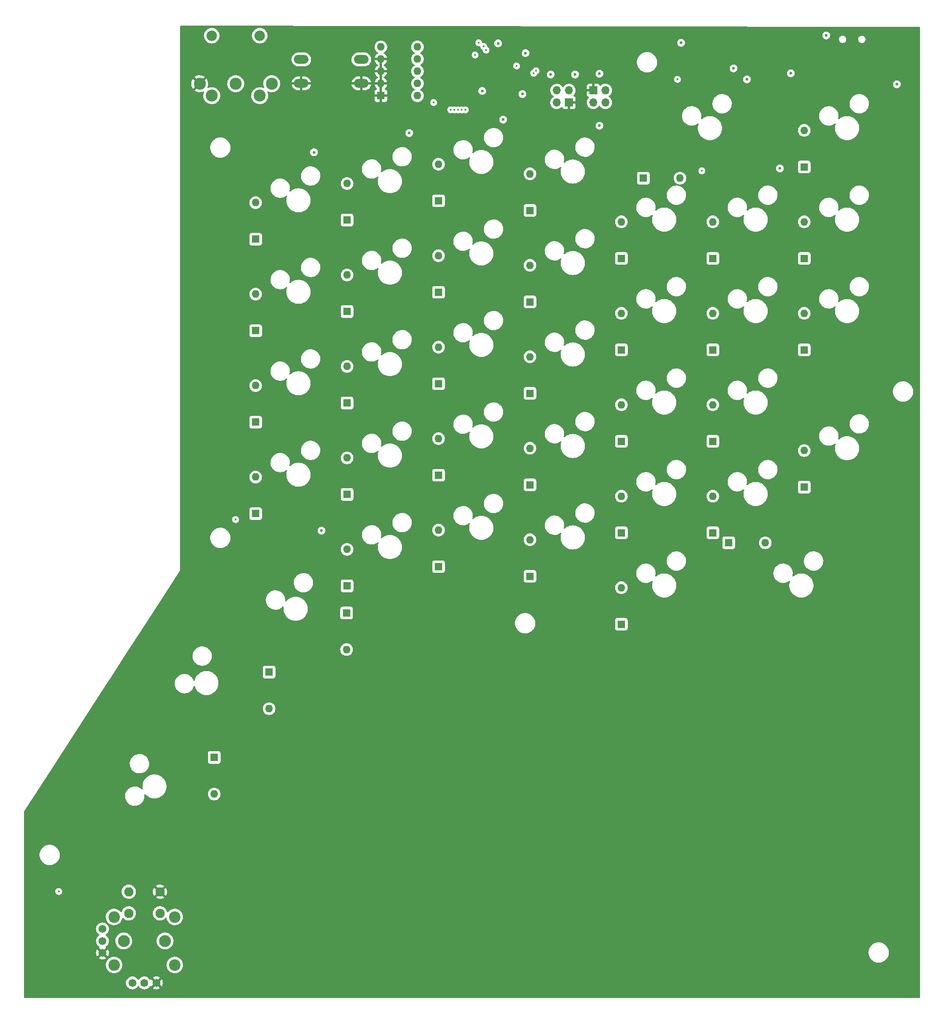
<source format=gbr>
%TF.GenerationSoftware,KiCad,Pcbnew,(6.0.0)*%
%TF.CreationDate,2022-01-02T22:49:07-08:00*%
%TF.ProjectId,thumbler_right,7468756d-626c-4657-925f-72696768742e,rev?*%
%TF.SameCoordinates,Original*%
%TF.FileFunction,Copper,L2,Inr*%
%TF.FilePolarity,Positive*%
%FSLAX46Y46*%
G04 Gerber Fmt 4.6, Leading zero omitted, Abs format (unit mm)*
G04 Created by KiCad (PCBNEW (6.0.0)) date 2022-01-02 22:49:07*
%MOMM*%
%LPD*%
G01*
G04 APERTURE LIST*
%TA.AperFunction,ComponentPad*%
%ADD10R,1.600000X1.600000*%
%TD*%
%TA.AperFunction,ComponentPad*%
%ADD11O,1.600000X1.600000*%
%TD*%
%TA.AperFunction,ComponentPad*%
%ADD12C,2.184400*%
%TD*%
%TA.AperFunction,ComponentPad*%
%ADD13C,2.500000*%
%TD*%
%TA.AperFunction,WasherPad*%
%ADD14C,2.475000*%
%TD*%
%TA.AperFunction,WasherPad*%
%ADD15C,2.400000*%
%TD*%
%TA.AperFunction,ComponentPad*%
%ADD16C,1.950000*%
%TD*%
%TA.AperFunction,ComponentPad*%
%ADD17C,1.650000*%
%TD*%
%TA.AperFunction,ComponentPad*%
%ADD18O,1.700000X1.700000*%
%TD*%
%TA.AperFunction,ComponentPad*%
%ADD19R,1.700000X1.700000*%
%TD*%
%TA.AperFunction,ComponentPad*%
%ADD20O,3.048000X1.850000*%
%TD*%
%TA.AperFunction,ViaPad*%
%ADD21C,0.400000*%
%TD*%
%TA.AperFunction,ViaPad*%
%ADD22C,0.600000*%
%TD*%
G04 APERTURE END LIST*
D10*
%TO.N,R_ROW2*%
%TO.C,D36*%
X347721000Y-181638500D03*
D11*
%TO.N,Net-(D36-Pad2)*%
X347721000Y-174018500D03*
%TD*%
D10*
%TO.N,R_ROW5*%
%TO.C,D76*%
X446278000Y-244856000D03*
D11*
%TO.N,Net-(D76-Pad2)*%
X453898000Y-244856000D03*
%TD*%
D10*
%TO.N,R_ROW3*%
%TO.C,D52*%
X366674400Y-259486400D03*
D11*
%TO.N,Net-(D52-Pad2)*%
X366674400Y-267106400D03*
%TD*%
D10*
%TO.N,R_ROW4*%
%TO.C,D53*%
X350520000Y-271780000D03*
D11*
%TO.N,Net-(D53-Pad2)*%
X350520000Y-279400000D03*
%TD*%
D12*
%TO.N,N/C*%
%TO.C,J6*%
X348575451Y-139241554D03*
X338575451Y-139241554D03*
D13*
%TO.N,R_RX*%
X348575451Y-151741554D03*
%TO.N,+5V*%
X338575451Y-151741554D03*
%TO.N,R_TX*%
X351075451Y-149241554D03*
%TO.N,~{RST}*%
X343575451Y-149241554D03*
%TO.N,GND*%
X336075451Y-149241554D03*
%TD*%
D14*
%TO.N,*%
%TO.C,S34*%
X320243200Y-327785000D03*
D15*
X318218200Y-332785000D03*
X318218200Y-322785000D03*
X330868200Y-322785000D03*
X330868200Y-332785000D03*
D14*
X328843200Y-327785000D03*
D16*
%TO.N,R_PTR_Z*%
X327793200Y-322035000D03*
%TO.N,GND*%
X327793200Y-317535000D03*
%TO.N,unconnected-(S34-PadC)*%
X321293200Y-322035000D03*
%TO.N,unconnected-(S34-PadD)*%
X321293200Y-317535000D03*
D17*
%TO.N,+3V3*%
X322043200Y-336515000D03*
%TO.N,R_PTR_X*%
X324543200Y-336515000D03*
%TO.N,GND*%
X327043200Y-336515000D03*
%TO.N,+3V3*%
X315813200Y-325285000D03*
%TO.N,R_PTR_Y*%
X315813200Y-327785000D03*
%TO.N,GND*%
X315813200Y-330285000D03*
%TD*%
D18*
%TO.N,+3V3*%
%TO.C,J7*%
X420619000Y-153157000D03*
%TO.N,R_SWDIO*%
X418079000Y-153157000D03*
%TO.N,R_SWCLK*%
X420619000Y-150617000D03*
D19*
%TO.N,GND*%
X418079000Y-150617000D03*
%TD*%
D18*
%TO.N,+3V3*%
%TO.C,J5*%
X410469000Y-150627000D03*
%TO.N,R_RX*%
X413009000Y-150627000D03*
%TO.N,R_TX*%
X410469000Y-153167000D03*
D19*
%TO.N,GND*%
X413009000Y-153167000D03*
%TD*%
D10*
%TO.N,R_ROW5*%
%TO.C,D54*%
X339090000Y-289560000D03*
D11*
%TO.N,Net-(D54-Pad2)*%
X339090000Y-297180000D03*
%TD*%
D10*
%TO.N,R_ROW1*%
%TO.C,D40*%
X366771000Y-177638500D03*
D11*
%TO.N,Net-(D40-Pad2)*%
X366771000Y-170018500D03*
%TD*%
D10*
%TO.N,R_ROW1*%
%TO.C,D46*%
X385821000Y-173638500D03*
D11*
%TO.N,Net-(D46-Pad2)*%
X385821000Y-166018500D03*
%TD*%
D10*
%TO.N,R_ROW1*%
%TO.C,D56*%
X404871000Y-175638500D03*
D11*
%TO.N,Net-(D56-Pad2)*%
X404871000Y-168018500D03*
%TD*%
D10*
%TO.N,R_ROW1*%
%TO.C,D61*%
X423921000Y-185638500D03*
D11*
%TO.N,Net-(D61-Pad2)*%
X423921000Y-178018500D03*
%TD*%
D10*
%TO.N,R_ROW1*%
%TO.C,D67*%
X428498000Y-168910000D03*
D11*
%TO.N,Net-(D67-Pad2)*%
X436118000Y-168910000D03*
%TD*%
D10*
%TO.N,R_ROW1*%
%TO.C,D72*%
X462021000Y-166588500D03*
D11*
%TO.N,Net-(D72-Pad2)*%
X462021000Y-158968500D03*
%TD*%
D10*
%TO.N,R_ROW3*%
%TO.C,D37*%
X347721000Y-200688500D03*
D11*
%TO.N,Net-(D37-Pad2)*%
X347721000Y-193068500D03*
%TD*%
D10*
%TO.N,R_ROW2*%
%TO.C,D41*%
X366771000Y-196688500D03*
D11*
%TO.N,Net-(D41-Pad2)*%
X366771000Y-189068500D03*
%TD*%
D10*
%TO.N,R_ROW2*%
%TO.C,D47*%
X385821000Y-192688500D03*
D11*
%TO.N,Net-(D47-Pad2)*%
X385821000Y-185068500D03*
%TD*%
D10*
%TO.N,R_ROW2*%
%TO.C,D57*%
X404871000Y-194688500D03*
D11*
%TO.N,Net-(D57-Pad2)*%
X404871000Y-187068500D03*
%TD*%
D10*
%TO.N,R_ROW2*%
%TO.C,D62*%
X423921000Y-204688500D03*
D11*
%TO.N,Net-(D62-Pad2)*%
X423921000Y-197068500D03*
%TD*%
D10*
%TO.N,R_ROW2*%
%TO.C,D68*%
X442971000Y-185638500D03*
D11*
%TO.N,Net-(D68-Pad2)*%
X442971000Y-178018500D03*
%TD*%
D10*
%TO.N,R_ROW2*%
%TO.C,D73*%
X462021000Y-185638500D03*
D11*
%TO.N,Net-(D73-Pad2)*%
X462021000Y-178018500D03*
%TD*%
D10*
%TO.N,R_ROW4*%
%TO.C,D38*%
X347721000Y-219738500D03*
D11*
%TO.N,Net-(D38-Pad2)*%
X347721000Y-212118500D03*
%TD*%
D10*
%TO.N,R_ROW3*%
%TO.C,D42*%
X366771000Y-215738500D03*
D11*
%TO.N,Net-(D42-Pad2)*%
X366771000Y-208118500D03*
%TD*%
D10*
%TO.N,R_ROW3*%
%TO.C,D48*%
X385821000Y-211738500D03*
D11*
%TO.N,Net-(D48-Pad2)*%
X385821000Y-204118500D03*
%TD*%
D10*
%TO.N,R_ROW3*%
%TO.C,D58*%
X404871000Y-213738500D03*
D11*
%TO.N,Net-(D58-Pad2)*%
X404871000Y-206118500D03*
%TD*%
D10*
%TO.N,R_ROW3*%
%TO.C,D63*%
X423921000Y-223738500D03*
D11*
%TO.N,Net-(D63-Pad2)*%
X423921000Y-216118500D03*
%TD*%
D10*
%TO.N,R_ROW3*%
%TO.C,D69*%
X442971000Y-204688500D03*
D11*
%TO.N,Net-(D69-Pad2)*%
X442971000Y-197068500D03*
%TD*%
D10*
%TO.N,R_ROW3*%
%TO.C,D74*%
X462021000Y-204688500D03*
D11*
%TO.N,Net-(D74-Pad2)*%
X462021000Y-197068500D03*
%TD*%
D10*
%TO.N,R_ROW5*%
%TO.C,D39*%
X347721000Y-238788500D03*
D11*
%TO.N,Net-(D39-Pad2)*%
X347721000Y-231168500D03*
%TD*%
D10*
%TO.N,R_ROW4*%
%TO.C,D43*%
X366771000Y-234788500D03*
D11*
%TO.N,Net-(D43-Pad2)*%
X366771000Y-227168500D03*
%TD*%
D10*
%TO.N,R_ROW4*%
%TO.C,D49*%
X385821000Y-230788500D03*
D11*
%TO.N,Net-(D49-Pad2)*%
X385821000Y-223168500D03*
%TD*%
D10*
%TO.N,R_ROW4*%
%TO.C,D59*%
X404871000Y-232788500D03*
D11*
%TO.N,Net-(D59-Pad2)*%
X404871000Y-225168500D03*
%TD*%
D10*
%TO.N,R_ROW4*%
%TO.C,D64*%
X423921000Y-242788500D03*
D11*
%TO.N,Net-(D64-Pad2)*%
X423921000Y-235168500D03*
%TD*%
D10*
%TO.N,R_ROW4*%
%TO.C,D70*%
X442971000Y-223738500D03*
D11*
%TO.N,Net-(D70-Pad2)*%
X442971000Y-216118500D03*
%TD*%
D10*
%TO.N,R_ROW4*%
%TO.C,D75*%
X462021000Y-233263500D03*
D11*
%TO.N,Net-(D75-Pad2)*%
X462021000Y-225643500D03*
%TD*%
D10*
%TO.N,R_ROW5*%
%TO.C,D44*%
X366771000Y-253838500D03*
D11*
%TO.N,Net-(D44-Pad2)*%
X366771000Y-246218500D03*
%TD*%
D10*
%TO.N,R_ROW5*%
%TO.C,D50*%
X385821000Y-249838500D03*
D11*
%TO.N,Net-(D50-Pad2)*%
X385821000Y-242218500D03*
%TD*%
D10*
%TO.N,R_ROW5*%
%TO.C,D60*%
X404871000Y-251838500D03*
D11*
%TO.N,Net-(D60-Pad2)*%
X404871000Y-244218500D03*
%TD*%
D10*
%TO.N,R_ROW5*%
%TO.C,D65*%
X423921000Y-261838500D03*
D11*
%TO.N,Net-(D65-Pad2)*%
X423921000Y-254218500D03*
%TD*%
D10*
%TO.N,R_ROW5*%
%TO.C,D71*%
X442971000Y-242788500D03*
D11*
%TO.N,Net-(D71-Pad2)*%
X442971000Y-235168500D03*
%TD*%
D20*
%TO.N,GND*%
%TO.C,SW3*%
X369734000Y-149185000D03*
X357234000Y-149185000D03*
%TO.N,~{RST}*%
X357234000Y-144185000D03*
X369734000Y-144185000D03*
%TD*%
D10*
%TO.N,GND*%
%TO.C,SW4*%
X373811750Y-151742000D03*
D11*
X373811750Y-149202000D03*
X373811750Y-146662000D03*
X373811750Y-144122000D03*
%TO.N,+3V3*%
X373811750Y-141582000D03*
%TO.N,R_BOOT0*%
X381431750Y-141582000D03*
%TO.N,R_OPT4*%
X381431750Y-144122000D03*
%TO.N,R_OPT3*%
X381431750Y-146662000D03*
%TO.N,R_OPT2*%
X381431750Y-149202000D03*
%TO.N,R_OPT1*%
X381431750Y-151742000D03*
%TD*%
D21*
%TO.N,R_PTR_Z*%
X306705000Y-317500000D03*
%TO.N,R_COL8*%
X343535000Y-240030000D03*
%TO.N,R_ROW5*%
X388366000Y-154686000D03*
%TO.N,R_ROW4*%
X389128000Y-154686002D03*
%TO.N,R_ROW3*%
X389890000Y-154686002D03*
%TO.N,R_ROW2*%
X390652000Y-154686000D03*
%TO.N,R_ROW1*%
X391414000Y-154686000D03*
D22*
%TO.N,R_COL1*%
X359892600Y-163525200D03*
%TO.N,R_COL2*%
X379730000Y-159512000D03*
%TO.N,R_COL4*%
X419354000Y-157988000D03*
%TO.N,R_COL3*%
X399288002Y-156718000D03*
%TO.N,GND*%
X393700000Y-149352000D03*
D21*
%TO.N,R_COL5*%
X440690000Y-167386000D03*
X435610000Y-148336000D03*
D22*
%TO.N,GND*%
X442976000Y-145542000D03*
X463296000Y-151638000D03*
X388366000Y-142240000D03*
X404876000Y-140970000D03*
X392430000Y-152505500D03*
X387096002Y-147320000D03*
X399034000Y-139192000D03*
X463804000Y-148336000D03*
X402336000Y-153162000D03*
X470154000Y-141986000D03*
D21*
X404876000Y-144780000D03*
D22*
X454130500Y-147066000D03*
%TO.N,+3V3*%
X414274000Y-147320000D03*
X403951500Y-142880000D03*
X447294000Y-146050000D03*
X459232000Y-147066000D03*
X419354000Y-147156500D03*
X394934500Y-150754000D03*
X403316500Y-151389000D03*
X409194000Y-147320000D03*
X398236500Y-140848000D03*
%TO.N,+5V*%
X436371998Y-140716000D03*
D21*
%TO.N,R_TX*%
X405638000Y-147066000D03*
%TO.N,R_RX*%
X406146000Y-146558000D03*
X384810000Y-153162000D03*
D22*
%TO.N,R_COL8*%
X361442000Y-242316000D03*
D21*
%TO.N,R_BOOT0*%
X402082000Y-145542000D03*
D22*
%TO.N,R_COL6*%
X450088000Y-148336000D03*
X456946000Y-166878000D03*
%TO.N,R_COL7*%
X481330000Y-149351998D03*
D21*
%TO.N,R_OPT4*%
X394208000Y-140716000D03*
%TO.N,R_OPT3*%
X395224000Y-141478000D03*
%TO.N,R_OPT2*%
X395732000Y-142240000D03*
%TO.N,R_OPT1*%
X393446000Y-143256000D03*
D22*
%TO.N,Net-(F2-Pad1)*%
X466598000Y-139192000D03*
%TD*%
%TA.AperFunction,Conductor*%
%TO.N,GND*%
G36*
X474007061Y-137393985D02*
G01*
X486030366Y-137413793D01*
X486098453Y-137433907D01*
X486144858Y-137487640D01*
X486156158Y-137539633D01*
X486183793Y-159564863D01*
X486183793Y-339584104D01*
X486163791Y-339652225D01*
X486110135Y-339698718D01*
X486057793Y-339710104D01*
X299570338Y-339710104D01*
X299502217Y-339690102D01*
X299455724Y-339636446D01*
X299444338Y-339584104D01*
X299444338Y-336515000D01*
X320704606Y-336515000D01*
X320724942Y-336747444D01*
X320785333Y-336972826D01*
X320787655Y-336977806D01*
X320787656Y-336977808D01*
X320881618Y-337179310D01*
X320881621Y-337179315D01*
X320883944Y-337184297D01*
X321017778Y-337375432D01*
X321182768Y-337540422D01*
X321187276Y-337543579D01*
X321187279Y-337543581D01*
X321369394Y-337671099D01*
X321373903Y-337674256D01*
X321378885Y-337676579D01*
X321378890Y-337676582D01*
X321579380Y-337770072D01*
X321585374Y-337772867D01*
X321590682Y-337774289D01*
X321590684Y-337774290D01*
X321805441Y-337831834D01*
X321805443Y-337831834D01*
X321810756Y-337833258D01*
X322043200Y-337853594D01*
X322275644Y-337833258D01*
X322280957Y-337831834D01*
X322280959Y-337831834D01*
X322495716Y-337774290D01*
X322495718Y-337774289D01*
X322501026Y-337772867D01*
X322507020Y-337770072D01*
X322707510Y-337676582D01*
X322707515Y-337676579D01*
X322712497Y-337674256D01*
X322717006Y-337671099D01*
X322899121Y-337543581D01*
X322899124Y-337543579D01*
X322903632Y-337540422D01*
X323068622Y-337375432D01*
X323189987Y-337202105D01*
X323245444Y-337157777D01*
X323316063Y-337150468D01*
X323379424Y-337182499D01*
X323396413Y-337202105D01*
X323517778Y-337375432D01*
X323682768Y-337540422D01*
X323687276Y-337543579D01*
X323687279Y-337543581D01*
X323869394Y-337671099D01*
X323873903Y-337674256D01*
X323878885Y-337676579D01*
X323878890Y-337676582D01*
X324079380Y-337770072D01*
X324085374Y-337772867D01*
X324090682Y-337774289D01*
X324090684Y-337774290D01*
X324305441Y-337831834D01*
X324305443Y-337831834D01*
X324310756Y-337833258D01*
X324543200Y-337853594D01*
X324775644Y-337833258D01*
X324780957Y-337831834D01*
X324780959Y-337831834D01*
X324995716Y-337774290D01*
X324995718Y-337774289D01*
X325001026Y-337772867D01*
X325007020Y-337770072D01*
X325207510Y-337676582D01*
X325207515Y-337676579D01*
X325212497Y-337674256D01*
X325217006Y-337671099D01*
X325291393Y-337619013D01*
X326303742Y-337619013D01*
X326313038Y-337631028D01*
X326369646Y-337670665D01*
X326379141Y-337676148D01*
X326580564Y-337770072D01*
X326590856Y-337773818D01*
X326805528Y-337831339D01*
X326816323Y-337833242D01*
X327037725Y-337852613D01*
X327048675Y-337852613D01*
X327270077Y-337833242D01*
X327280872Y-337831339D01*
X327495544Y-337773818D01*
X327505836Y-337770072D01*
X327707259Y-337676148D01*
X327716754Y-337670665D01*
X327774200Y-337630441D01*
X327782575Y-337619964D01*
X327775507Y-337606517D01*
X327056012Y-336887022D01*
X327042068Y-336879408D01*
X327040235Y-336879539D01*
X327033620Y-336883790D01*
X326310172Y-337607238D01*
X326303742Y-337619013D01*
X325291393Y-337619013D01*
X325399121Y-337543581D01*
X325399124Y-337543579D01*
X325403632Y-337540422D01*
X325568622Y-337375432D01*
X325690292Y-337201669D01*
X325745749Y-337157341D01*
X325816368Y-337150032D01*
X325879729Y-337182063D01*
X325896718Y-337201669D01*
X325927759Y-337246000D01*
X325938236Y-337254375D01*
X325951683Y-337247307D01*
X326671178Y-336527812D01*
X326677556Y-336516132D01*
X327407608Y-336516132D01*
X327407739Y-336517965D01*
X327411990Y-336524580D01*
X328135438Y-337248028D01*
X328147213Y-337254458D01*
X328159228Y-337245162D01*
X328198865Y-337188554D01*
X328204348Y-337179059D01*
X328298272Y-336977636D01*
X328302018Y-336967344D01*
X328359539Y-336752672D01*
X328361442Y-336741877D01*
X328380813Y-336520475D01*
X328380813Y-336509525D01*
X328361442Y-336288123D01*
X328359539Y-336277328D01*
X328302018Y-336062656D01*
X328298272Y-336052364D01*
X328204348Y-335850941D01*
X328198865Y-335841446D01*
X328158641Y-335784000D01*
X328148164Y-335775625D01*
X328134717Y-335782693D01*
X327415222Y-336502188D01*
X327407608Y-336516132D01*
X326677556Y-336516132D01*
X326678792Y-336513868D01*
X326678661Y-336512035D01*
X326674410Y-336505420D01*
X325950962Y-335781972D01*
X325939187Y-335775542D01*
X325927172Y-335784838D01*
X325896718Y-335828331D01*
X325841261Y-335872659D01*
X325770642Y-335879968D01*
X325707281Y-335847937D01*
X325690292Y-335828331D01*
X325571781Y-335659079D01*
X325571779Y-335659076D01*
X325568622Y-335654568D01*
X325403632Y-335489578D01*
X325399124Y-335486421D01*
X325399121Y-335486419D01*
X325290035Y-335410036D01*
X326303825Y-335410036D01*
X326310893Y-335423483D01*
X327030388Y-336142978D01*
X327044332Y-336150592D01*
X327046165Y-336150461D01*
X327052780Y-336146210D01*
X327776228Y-335422762D01*
X327782658Y-335410987D01*
X327773362Y-335398972D01*
X327716754Y-335359335D01*
X327707259Y-335353852D01*
X327505836Y-335259928D01*
X327495544Y-335256182D01*
X327280872Y-335198661D01*
X327270077Y-335196758D01*
X327048675Y-335177387D01*
X327037725Y-335177387D01*
X326816323Y-335196758D01*
X326805528Y-335198661D01*
X326590856Y-335256182D01*
X326580564Y-335259928D01*
X326379141Y-335353852D01*
X326369646Y-335359335D01*
X326312200Y-335399559D01*
X326303825Y-335410036D01*
X325290035Y-335410036D01*
X325217006Y-335358901D01*
X325217004Y-335358900D01*
X325212497Y-335355744D01*
X325207515Y-335353421D01*
X325207510Y-335353418D01*
X325006008Y-335259456D01*
X325006006Y-335259455D01*
X325001026Y-335257133D01*
X324995718Y-335255711D01*
X324995716Y-335255710D01*
X324780959Y-335198166D01*
X324780957Y-335198166D01*
X324775644Y-335196742D01*
X324543200Y-335176406D01*
X324310756Y-335196742D01*
X324305443Y-335198166D01*
X324305441Y-335198166D01*
X324090684Y-335255710D01*
X324090682Y-335255711D01*
X324085374Y-335257133D01*
X324080394Y-335259455D01*
X324080392Y-335259456D01*
X323878890Y-335353418D01*
X323878885Y-335353421D01*
X323873903Y-335355744D01*
X323869396Y-335358900D01*
X323869394Y-335358901D01*
X323687279Y-335486419D01*
X323687276Y-335486421D01*
X323682768Y-335489578D01*
X323517778Y-335654568D01*
X323514621Y-335659076D01*
X323514619Y-335659079D01*
X323396413Y-335827895D01*
X323340956Y-335872223D01*
X323270337Y-335879532D01*
X323206976Y-335847501D01*
X323189987Y-335827895D01*
X323071781Y-335659079D01*
X323071779Y-335659076D01*
X323068622Y-335654568D01*
X322903632Y-335489578D01*
X322899124Y-335486421D01*
X322899121Y-335486419D01*
X322717006Y-335358901D01*
X322717004Y-335358900D01*
X322712497Y-335355744D01*
X322707515Y-335353421D01*
X322707510Y-335353418D01*
X322506008Y-335259456D01*
X322506006Y-335259455D01*
X322501026Y-335257133D01*
X322495718Y-335255711D01*
X322495716Y-335255710D01*
X322280959Y-335198166D01*
X322280957Y-335198166D01*
X322275644Y-335196742D01*
X322043200Y-335176406D01*
X321810756Y-335196742D01*
X321805443Y-335198166D01*
X321805441Y-335198166D01*
X321590684Y-335255710D01*
X321590682Y-335255711D01*
X321585374Y-335257133D01*
X321580394Y-335259455D01*
X321580392Y-335259456D01*
X321378890Y-335353418D01*
X321378885Y-335353421D01*
X321373903Y-335355744D01*
X321369396Y-335358900D01*
X321369394Y-335358901D01*
X321187279Y-335486419D01*
X321187276Y-335486421D01*
X321182768Y-335489578D01*
X321017778Y-335654568D01*
X320883944Y-335845703D01*
X320881621Y-335850685D01*
X320881618Y-335850690D01*
X320793200Y-336040303D01*
X320785333Y-336057174D01*
X320724942Y-336282556D01*
X320704606Y-336515000D01*
X299444338Y-336515000D01*
X299444338Y-332740151D01*
X316505496Y-332740151D01*
X316517680Y-332993798D01*
X316567221Y-333242857D01*
X316568800Y-333247255D01*
X316568802Y-333247262D01*
X316613222Y-333370980D01*
X316653031Y-333481858D01*
X316773225Y-333705551D01*
X316776020Y-333709294D01*
X316776022Y-333709297D01*
X316922371Y-333905282D01*
X316922376Y-333905288D01*
X316925163Y-333909020D01*
X316928472Y-333912300D01*
X316928477Y-333912306D01*
X317027059Y-334010031D01*
X317105507Y-334087797D01*
X317109269Y-334090555D01*
X317109272Y-334090558D01*
X317214964Y-334168054D01*
X317310294Y-334237953D01*
X317314429Y-334240129D01*
X317314433Y-334240131D01*
X317432489Y-334302243D01*
X317535027Y-334356191D01*
X317774768Y-334439912D01*
X318024250Y-334487278D01*
X318144732Y-334492011D01*
X318273325Y-334497064D01*
X318273330Y-334497064D01*
X318277993Y-334497247D01*
X318376974Y-334486407D01*
X318525769Y-334470112D01*
X318525775Y-334470111D01*
X318530422Y-334469602D01*
X318639880Y-334440784D01*
X318771473Y-334406138D01*
X318775993Y-334404948D01*
X318894553Y-334354011D01*
X319005007Y-334306557D01*
X319005010Y-334306555D01*
X319009310Y-334304708D01*
X319013290Y-334302245D01*
X319013294Y-334302243D01*
X319221264Y-334173547D01*
X319221266Y-334173545D01*
X319225247Y-334171082D01*
X319323628Y-334087797D01*
X319415489Y-334010031D01*
X319415491Y-334010029D01*
X319419062Y-334007006D01*
X319586495Y-333816084D01*
X319723869Y-333602512D01*
X319828167Y-333370980D01*
X319897096Y-333126575D01*
X319929143Y-332874667D01*
X319931491Y-332785000D01*
X319928158Y-332740151D01*
X329155496Y-332740151D01*
X329167680Y-332993798D01*
X329217221Y-333242857D01*
X329218800Y-333247255D01*
X329218802Y-333247262D01*
X329263222Y-333370980D01*
X329303031Y-333481858D01*
X329423225Y-333705551D01*
X329426020Y-333709294D01*
X329426022Y-333709297D01*
X329572371Y-333905282D01*
X329572376Y-333905288D01*
X329575163Y-333909020D01*
X329578472Y-333912300D01*
X329578477Y-333912306D01*
X329677059Y-334010031D01*
X329755507Y-334087797D01*
X329759269Y-334090555D01*
X329759272Y-334090558D01*
X329864964Y-334168054D01*
X329960294Y-334237953D01*
X329964429Y-334240129D01*
X329964433Y-334240131D01*
X330082489Y-334302243D01*
X330185027Y-334356191D01*
X330424768Y-334439912D01*
X330674250Y-334487278D01*
X330794732Y-334492011D01*
X330923325Y-334497064D01*
X330923330Y-334497064D01*
X330927993Y-334497247D01*
X331026974Y-334486407D01*
X331175769Y-334470112D01*
X331175775Y-334470111D01*
X331180422Y-334469602D01*
X331289880Y-334440784D01*
X331421473Y-334406138D01*
X331425993Y-334404948D01*
X331544553Y-334354011D01*
X331655007Y-334306557D01*
X331655010Y-334306555D01*
X331659310Y-334304708D01*
X331663290Y-334302245D01*
X331663294Y-334302243D01*
X331871264Y-334173547D01*
X331871266Y-334173545D01*
X331875247Y-334171082D01*
X331973628Y-334087797D01*
X332065489Y-334010031D01*
X332065491Y-334010029D01*
X332069062Y-334007006D01*
X332236495Y-333816084D01*
X332373869Y-333602512D01*
X332478167Y-333370980D01*
X332547096Y-333126575D01*
X332579143Y-332874667D01*
X332581491Y-332785000D01*
X332562672Y-332531759D01*
X332506628Y-332284082D01*
X332449680Y-332137641D01*
X332416284Y-332051762D01*
X332416283Y-332051760D01*
X332414591Y-332047409D01*
X332391924Y-332007750D01*
X332290902Y-331830997D01*
X332290900Y-331830995D01*
X332288583Y-331826940D01*
X332131371Y-331627517D01*
X331946409Y-331453523D01*
X331870738Y-331401028D01*
X331741593Y-331311437D01*
X331741590Y-331311435D01*
X331737761Y-331308779D01*
X331733584Y-331306719D01*
X331733577Y-331306715D01*
X331514196Y-331198528D01*
X331514192Y-331198527D01*
X331510010Y-331196464D01*
X331268160Y-331119047D01*
X331263555Y-331118297D01*
X331022135Y-331078980D01*
X331022134Y-331078980D01*
X331017523Y-331078229D01*
X330890564Y-331076567D01*
X330768283Y-331074966D01*
X330768280Y-331074966D01*
X330763606Y-331074905D01*
X330511987Y-331109149D01*
X330268193Y-331180208D01*
X330263940Y-331182168D01*
X330263939Y-331182169D01*
X330236018Y-331195041D01*
X330037580Y-331286522D01*
X330033671Y-331289085D01*
X329829128Y-331423189D01*
X329829123Y-331423193D01*
X329825215Y-331425755D01*
X329635762Y-331594848D01*
X329473383Y-331790087D01*
X329341647Y-332007182D01*
X329339838Y-332011496D01*
X329339837Y-332011498D01*
X329248034Y-332230425D01*
X329243446Y-332241365D01*
X329242295Y-332245897D01*
X329242294Y-332245900D01*
X329230036Y-332294165D01*
X329180938Y-332487490D01*
X329155496Y-332740151D01*
X319928158Y-332740151D01*
X319912672Y-332531759D01*
X319856628Y-332284082D01*
X319799680Y-332137641D01*
X319766284Y-332051762D01*
X319766283Y-332051760D01*
X319764591Y-332047409D01*
X319741924Y-332007750D01*
X319640902Y-331830997D01*
X319640900Y-331830995D01*
X319638583Y-331826940D01*
X319481371Y-331627517D01*
X319296409Y-331453523D01*
X319220738Y-331401028D01*
X319091593Y-331311437D01*
X319091590Y-331311435D01*
X319087761Y-331308779D01*
X319083584Y-331306719D01*
X319083577Y-331306715D01*
X318864196Y-331198528D01*
X318864192Y-331198527D01*
X318860010Y-331196464D01*
X318618160Y-331119047D01*
X318613555Y-331118297D01*
X318372135Y-331078980D01*
X318372134Y-331078980D01*
X318367523Y-331078229D01*
X318240564Y-331076567D01*
X318118283Y-331074966D01*
X318118280Y-331074966D01*
X318113606Y-331074905D01*
X317861987Y-331109149D01*
X317618193Y-331180208D01*
X317613940Y-331182168D01*
X317613939Y-331182169D01*
X317586018Y-331195041D01*
X317387580Y-331286522D01*
X317383671Y-331289085D01*
X317179128Y-331423189D01*
X317179123Y-331423193D01*
X317175215Y-331425755D01*
X316985762Y-331594848D01*
X316823383Y-331790087D01*
X316691647Y-332007182D01*
X316689838Y-332011496D01*
X316689837Y-332011498D01*
X316598034Y-332230425D01*
X316593446Y-332241365D01*
X316592295Y-332245897D01*
X316592294Y-332245900D01*
X316580036Y-332294165D01*
X316530938Y-332487490D01*
X316505496Y-332740151D01*
X299444338Y-332740151D01*
X299444338Y-331389013D01*
X315073742Y-331389013D01*
X315083038Y-331401028D01*
X315139646Y-331440665D01*
X315149141Y-331446148D01*
X315350564Y-331540072D01*
X315360856Y-331543818D01*
X315575528Y-331601339D01*
X315586323Y-331603242D01*
X315807725Y-331622613D01*
X315818675Y-331622613D01*
X316040077Y-331603242D01*
X316050872Y-331601339D01*
X316265544Y-331543818D01*
X316275836Y-331540072D01*
X316477259Y-331446148D01*
X316486754Y-331440665D01*
X316544200Y-331400441D01*
X316552575Y-331389964D01*
X316545507Y-331376517D01*
X315826012Y-330657022D01*
X315812068Y-330649408D01*
X315810235Y-330649539D01*
X315803620Y-330653790D01*
X315080172Y-331377238D01*
X315073742Y-331389013D01*
X299444338Y-331389013D01*
X299444338Y-330290475D01*
X314475587Y-330290475D01*
X314494958Y-330511877D01*
X314496861Y-330522672D01*
X314554382Y-330737344D01*
X314558128Y-330747636D01*
X314652052Y-330949059D01*
X314657535Y-330958554D01*
X314697759Y-331016000D01*
X314708236Y-331024375D01*
X314721683Y-331017307D01*
X315441178Y-330297812D01*
X315447556Y-330286132D01*
X316177608Y-330286132D01*
X316177739Y-330287965D01*
X316181990Y-330294580D01*
X316905438Y-331018028D01*
X316917213Y-331024458D01*
X316929228Y-331015162D01*
X316968865Y-330958554D01*
X316974348Y-330949059D01*
X317068272Y-330747636D01*
X317072018Y-330737344D01*
X317129539Y-330522672D01*
X317131442Y-330511877D01*
X317147118Y-330332703D01*
X475410743Y-330332703D01*
X475448268Y-330617734D01*
X475524129Y-330895036D01*
X475525813Y-330898984D01*
X475619359Y-331118297D01*
X475636923Y-331159476D01*
X475650882Y-331182799D01*
X475781138Y-331400441D01*
X475784561Y-331406161D01*
X475964313Y-331630528D01*
X476172851Y-331828423D01*
X476406317Y-331996186D01*
X476410112Y-331998195D01*
X476410113Y-331998196D01*
X476431869Y-332009715D01*
X476660392Y-332130712D01*
X476930373Y-332229511D01*
X477211264Y-332290755D01*
X477239841Y-332293004D01*
X477434282Y-332308307D01*
X477434291Y-332308307D01*
X477436739Y-332308500D01*
X477592271Y-332308500D01*
X477594407Y-332308354D01*
X477594418Y-332308354D01*
X477802548Y-332294165D01*
X477802554Y-332294164D01*
X477806825Y-332293873D01*
X477811020Y-332293004D01*
X477811022Y-332293004D01*
X478060378Y-332241365D01*
X478088342Y-332235574D01*
X478359343Y-332139607D01*
X478614812Y-332007750D01*
X478618313Y-332005289D01*
X478618317Y-332005287D01*
X478732418Y-331925095D01*
X478850023Y-331842441D01*
X479060622Y-331646740D01*
X479242713Y-331424268D01*
X479392927Y-331179142D01*
X479437252Y-331078168D01*
X479506757Y-330919830D01*
X479508483Y-330915898D01*
X479587244Y-330639406D01*
X479627751Y-330354784D01*
X479627845Y-330336951D01*
X479629235Y-330071583D01*
X479629235Y-330071576D01*
X479629257Y-330067297D01*
X479591732Y-329782266D01*
X479515871Y-329504964D01*
X479444682Y-329338064D01*
X479404763Y-329244476D01*
X479404761Y-329244472D01*
X479403077Y-329240524D01*
X479281178Y-329036846D01*
X479257643Y-328997521D01*
X479257640Y-328997517D01*
X479255439Y-328993839D01*
X479075687Y-328769472D01*
X478867149Y-328571577D01*
X478633683Y-328403814D01*
X478611843Y-328392250D01*
X478587445Y-328379332D01*
X478379608Y-328269288D01*
X478109627Y-328170489D01*
X477828736Y-328109245D01*
X477797685Y-328106801D01*
X477605718Y-328091693D01*
X477605709Y-328091693D01*
X477603261Y-328091500D01*
X477447729Y-328091500D01*
X477445593Y-328091646D01*
X477445582Y-328091646D01*
X477237452Y-328105835D01*
X477237446Y-328105836D01*
X477233175Y-328106127D01*
X477228980Y-328106996D01*
X477228978Y-328106996D01*
X477120590Y-328129442D01*
X476951658Y-328164426D01*
X476680657Y-328260393D01*
X476425188Y-328392250D01*
X476421687Y-328394711D01*
X476421683Y-328394713D01*
X476411594Y-328401804D01*
X476189977Y-328557559D01*
X476174892Y-328571577D01*
X476004945Y-328729502D01*
X475979378Y-328753260D01*
X475797287Y-328975732D01*
X475647073Y-329220858D01*
X475531517Y-329484102D01*
X475530342Y-329488229D01*
X475530341Y-329488230D01*
X475524395Y-329509103D01*
X475452756Y-329760594D01*
X475412249Y-330045216D01*
X475412227Y-330049505D01*
X475412226Y-330049512D01*
X475410765Y-330328417D01*
X475410743Y-330332703D01*
X317147118Y-330332703D01*
X317150813Y-330290475D01*
X317150813Y-330279525D01*
X317131442Y-330058123D01*
X317129539Y-330047328D01*
X317072018Y-329832656D01*
X317068272Y-329822364D01*
X316974348Y-329620941D01*
X316968865Y-329611446D01*
X316928641Y-329554000D01*
X316918164Y-329545625D01*
X316904717Y-329552693D01*
X316185222Y-330272188D01*
X316177608Y-330286132D01*
X315447556Y-330286132D01*
X315448792Y-330283868D01*
X315448661Y-330282035D01*
X315444410Y-330275420D01*
X314720962Y-329551972D01*
X314709187Y-329545542D01*
X314697172Y-329554838D01*
X314657535Y-329611446D01*
X314652052Y-329620941D01*
X314558128Y-329822364D01*
X314554382Y-329832656D01*
X314496861Y-330047328D01*
X314494958Y-330058123D01*
X314475587Y-330279525D01*
X314475587Y-330290475D01*
X299444338Y-330290475D01*
X299444338Y-327785000D01*
X314474606Y-327785000D01*
X314494942Y-328017444D01*
X314496366Y-328022757D01*
X314496366Y-328022759D01*
X314536346Y-328171964D01*
X314555333Y-328242826D01*
X314557655Y-328247806D01*
X314557656Y-328247808D01*
X314651618Y-328449310D01*
X314651621Y-328449315D01*
X314653944Y-328454297D01*
X314657100Y-328458804D01*
X314657101Y-328458806D01*
X314734312Y-328569074D01*
X314787778Y-328645432D01*
X314952768Y-328810422D01*
X314957276Y-328813579D01*
X314957279Y-328813581D01*
X315126531Y-328932092D01*
X315170859Y-328987549D01*
X315178168Y-329058168D01*
X315146137Y-329121529D01*
X315126531Y-329138518D01*
X315082200Y-329169559D01*
X315073825Y-329180036D01*
X315080893Y-329193483D01*
X315800388Y-329912978D01*
X315814332Y-329920592D01*
X315816165Y-329920461D01*
X315822780Y-329916210D01*
X316546228Y-329192762D01*
X316552658Y-329180987D01*
X316543362Y-329168972D01*
X316499869Y-329138518D01*
X316455541Y-329083061D01*
X316448232Y-329012442D01*
X316480263Y-328949081D01*
X316499869Y-328932092D01*
X316669121Y-328813581D01*
X316669124Y-328813579D01*
X316673632Y-328810422D01*
X316838622Y-328645432D01*
X316892089Y-328569074D01*
X316969299Y-328458806D01*
X316969300Y-328458804D01*
X316972456Y-328454297D01*
X316974779Y-328449315D01*
X316974782Y-328449310D01*
X317068744Y-328247808D01*
X317068745Y-328247806D01*
X317071067Y-328242826D01*
X317090055Y-328171964D01*
X317130034Y-328022759D01*
X317130034Y-328022757D01*
X317131458Y-328017444D01*
X317151794Y-327785000D01*
X317147784Y-327739167D01*
X318492904Y-327739167D01*
X318493128Y-327743833D01*
X318493128Y-327743838D01*
X318498759Y-327861066D01*
X318505355Y-327998381D01*
X318555983Y-328252907D01*
X318643677Y-328497154D01*
X318645893Y-328501278D01*
X318720926Y-328640921D01*
X318766509Y-328725756D01*
X318769304Y-328729499D01*
X318769306Y-328729502D01*
X318918990Y-328929953D01*
X318918995Y-328929959D01*
X318921782Y-328933691D01*
X318925091Y-328936971D01*
X318925096Y-328936977D01*
X319072461Y-329083061D01*
X319106084Y-329116392D01*
X319109846Y-329119150D01*
X319109849Y-329119153D01*
X319280768Y-329244476D01*
X319315366Y-329269844D01*
X319319509Y-329272024D01*
X319319511Y-329272025D01*
X319540882Y-329388494D01*
X319540887Y-329388496D01*
X319545032Y-329390677D01*
X319549455Y-329392222D01*
X319549456Y-329392222D01*
X319691128Y-329441696D01*
X319790035Y-329476236D01*
X319794628Y-329477108D01*
X320040404Y-329523770D01*
X320040407Y-329523770D01*
X320044993Y-329524641D01*
X320168178Y-329529481D01*
X320299637Y-329534646D01*
X320299642Y-329534646D01*
X320304305Y-329534829D01*
X320397332Y-329524641D01*
X320557622Y-329507087D01*
X320557628Y-329507086D01*
X320562275Y-329506577D01*
X320568402Y-329504964D01*
X320808713Y-329441696D01*
X320808716Y-329441695D01*
X320813236Y-329440505D01*
X321051674Y-329338064D01*
X321246987Y-329217201D01*
X321268378Y-329203964D01*
X321268382Y-329203961D01*
X321272351Y-329201505D01*
X321369629Y-329119153D01*
X321466853Y-329036846D01*
X321466854Y-329036845D01*
X321470419Y-329033827D01*
X321641528Y-328838716D01*
X321763345Y-328649329D01*
X321779389Y-328624386D01*
X321779392Y-328624381D01*
X321781917Y-328620455D01*
X321888504Y-328383842D01*
X321958946Y-328134073D01*
X321991696Y-327876635D01*
X321994096Y-327785000D01*
X321990690Y-327739167D01*
X327092904Y-327739167D01*
X327093128Y-327743833D01*
X327093128Y-327743838D01*
X327098759Y-327861066D01*
X327105355Y-327998381D01*
X327155983Y-328252907D01*
X327243677Y-328497154D01*
X327245893Y-328501278D01*
X327320926Y-328640921D01*
X327366509Y-328725756D01*
X327369304Y-328729499D01*
X327369306Y-328729502D01*
X327518990Y-328929953D01*
X327518995Y-328929959D01*
X327521782Y-328933691D01*
X327525091Y-328936971D01*
X327525096Y-328936977D01*
X327672461Y-329083061D01*
X327706084Y-329116392D01*
X327709846Y-329119150D01*
X327709849Y-329119153D01*
X327880768Y-329244476D01*
X327915366Y-329269844D01*
X327919509Y-329272024D01*
X327919511Y-329272025D01*
X328140882Y-329388494D01*
X328140887Y-329388496D01*
X328145032Y-329390677D01*
X328149455Y-329392222D01*
X328149456Y-329392222D01*
X328291128Y-329441696D01*
X328390035Y-329476236D01*
X328394628Y-329477108D01*
X328640404Y-329523770D01*
X328640407Y-329523770D01*
X328644993Y-329524641D01*
X328768178Y-329529481D01*
X328899637Y-329534646D01*
X328899642Y-329534646D01*
X328904305Y-329534829D01*
X328997332Y-329524641D01*
X329157622Y-329507087D01*
X329157628Y-329507086D01*
X329162275Y-329506577D01*
X329168402Y-329504964D01*
X329408713Y-329441696D01*
X329408716Y-329441695D01*
X329413236Y-329440505D01*
X329651674Y-329338064D01*
X329846987Y-329217201D01*
X329868378Y-329203964D01*
X329868382Y-329203961D01*
X329872351Y-329201505D01*
X329969629Y-329119153D01*
X330066853Y-329036846D01*
X330066854Y-329036845D01*
X330070419Y-329033827D01*
X330241528Y-328838716D01*
X330363345Y-328649329D01*
X330379389Y-328624386D01*
X330379392Y-328624381D01*
X330381917Y-328620455D01*
X330488504Y-328383842D01*
X330558946Y-328134073D01*
X330591696Y-327876635D01*
X330594096Y-327785000D01*
X330574864Y-327526201D01*
X330517590Y-327273088D01*
X330423533Y-327031220D01*
X330421215Y-327027164D01*
X330297078Y-326809968D01*
X330297076Y-326809966D01*
X330294759Y-326805911D01*
X330134096Y-326602112D01*
X329945075Y-326424298D01*
X329731847Y-326276377D01*
X329613077Y-326217806D01*
X329503283Y-326163661D01*
X329503279Y-326163660D01*
X329499097Y-326161597D01*
X329251939Y-326082481D01*
X329111084Y-326059542D01*
X329000413Y-326041518D01*
X329000412Y-326041518D01*
X328995801Y-326040767D01*
X328866055Y-326039068D01*
X328740987Y-326037431D01*
X328740984Y-326037431D01*
X328736310Y-326037370D01*
X328479168Y-326072365D01*
X328474682Y-326073673D01*
X328474680Y-326073673D01*
X328439579Y-326083904D01*
X328230023Y-326144984D01*
X328225771Y-326146944D01*
X328225769Y-326146945D01*
X328193987Y-326161597D01*
X327994349Y-326253632D01*
X327990440Y-326256195D01*
X327781235Y-326393355D01*
X327781230Y-326393359D01*
X327777322Y-326395921D01*
X327583711Y-326568725D01*
X327417768Y-326768250D01*
X327415343Y-326772247D01*
X327320175Y-326929079D01*
X327283140Y-326990110D01*
X327182784Y-327229433D01*
X327118904Y-327480960D01*
X327092904Y-327739167D01*
X321990690Y-327739167D01*
X321974864Y-327526201D01*
X321917590Y-327273088D01*
X321823533Y-327031220D01*
X321821215Y-327027164D01*
X321697078Y-326809968D01*
X321697076Y-326809966D01*
X321694759Y-326805911D01*
X321534096Y-326602112D01*
X321345075Y-326424298D01*
X321131847Y-326276377D01*
X321013077Y-326217806D01*
X320903283Y-326163661D01*
X320903279Y-326163660D01*
X320899097Y-326161597D01*
X320651939Y-326082481D01*
X320511084Y-326059542D01*
X320400413Y-326041518D01*
X320400412Y-326041518D01*
X320395801Y-326040767D01*
X320266055Y-326039068D01*
X320140987Y-326037431D01*
X320140984Y-326037431D01*
X320136310Y-326037370D01*
X319879168Y-326072365D01*
X319874682Y-326073673D01*
X319874680Y-326073673D01*
X319839579Y-326083904D01*
X319630023Y-326144984D01*
X319625771Y-326146944D01*
X319625769Y-326146945D01*
X319593987Y-326161597D01*
X319394349Y-326253632D01*
X319390440Y-326256195D01*
X319181235Y-326393355D01*
X319181230Y-326393359D01*
X319177322Y-326395921D01*
X318983711Y-326568725D01*
X318817768Y-326768250D01*
X318815343Y-326772247D01*
X318720175Y-326929079D01*
X318683140Y-326990110D01*
X318582784Y-327229433D01*
X318518904Y-327480960D01*
X318492904Y-327739167D01*
X317147784Y-327739167D01*
X317131458Y-327552556D01*
X317071067Y-327327174D01*
X317027603Y-327233965D01*
X316974782Y-327120690D01*
X316974779Y-327120685D01*
X316972456Y-327115703D01*
X316969299Y-327111194D01*
X316841781Y-326929079D01*
X316841779Y-326929076D01*
X316838622Y-326924568D01*
X316673632Y-326759578D01*
X316669124Y-326756421D01*
X316669121Y-326756419D01*
X316500305Y-326638213D01*
X316455977Y-326582756D01*
X316448668Y-326512137D01*
X316480699Y-326448776D01*
X316500305Y-326431787D01*
X316669121Y-326313581D01*
X316669124Y-326313579D01*
X316673632Y-326310422D01*
X316838622Y-326145432D01*
X316881705Y-326083904D01*
X316969299Y-325958806D01*
X316969300Y-325958804D01*
X316972456Y-325954297D01*
X316974779Y-325949315D01*
X316974782Y-325949310D01*
X317068744Y-325747808D01*
X317068745Y-325747806D01*
X317071067Y-325742826D01*
X317131458Y-325517444D01*
X317151794Y-325285000D01*
X317131458Y-325052556D01*
X317071067Y-324827174D01*
X317068744Y-324822192D01*
X316974782Y-324620690D01*
X316974779Y-324620685D01*
X316972456Y-324615703D01*
X316969299Y-324611194D01*
X316841781Y-324429079D01*
X316841779Y-324429076D01*
X316838622Y-324424568D01*
X316673632Y-324259578D01*
X316669124Y-324256421D01*
X316669121Y-324256419D01*
X316487006Y-324128901D01*
X316487004Y-324128900D01*
X316482497Y-324125744D01*
X316477515Y-324123421D01*
X316477510Y-324123418D01*
X316276008Y-324029456D01*
X316276006Y-324029455D01*
X316271026Y-324027133D01*
X316265718Y-324025711D01*
X316265716Y-324025710D01*
X316050959Y-323968166D01*
X316050957Y-323968166D01*
X316045644Y-323966742D01*
X315813200Y-323946406D01*
X315580756Y-323966742D01*
X315575443Y-323968166D01*
X315575441Y-323968166D01*
X315360684Y-324025710D01*
X315360682Y-324025711D01*
X315355374Y-324027133D01*
X315350394Y-324029455D01*
X315350392Y-324029456D01*
X315148890Y-324123418D01*
X315148885Y-324123421D01*
X315143903Y-324125744D01*
X315139396Y-324128900D01*
X315139394Y-324128901D01*
X314957279Y-324256419D01*
X314957276Y-324256421D01*
X314952768Y-324259578D01*
X314787778Y-324424568D01*
X314784621Y-324429076D01*
X314784619Y-324429079D01*
X314657101Y-324611194D01*
X314653944Y-324615703D01*
X314651621Y-324620685D01*
X314651618Y-324620690D01*
X314557656Y-324822192D01*
X314555333Y-324827174D01*
X314494942Y-325052556D01*
X314474606Y-325285000D01*
X314494942Y-325517444D01*
X314555333Y-325742826D01*
X314557655Y-325747806D01*
X314557656Y-325747808D01*
X314651618Y-325949310D01*
X314651621Y-325949315D01*
X314653944Y-325954297D01*
X314657100Y-325958804D01*
X314657101Y-325958806D01*
X314744696Y-326083904D01*
X314787778Y-326145432D01*
X314952768Y-326310422D01*
X314957276Y-326313579D01*
X314957279Y-326313581D01*
X315126095Y-326431787D01*
X315170423Y-326487244D01*
X315177732Y-326557863D01*
X315145701Y-326621224D01*
X315126095Y-326638213D01*
X314957279Y-326756419D01*
X314957276Y-326756421D01*
X314952768Y-326759578D01*
X314787778Y-326924568D01*
X314784621Y-326929076D01*
X314784619Y-326929079D01*
X314657101Y-327111194D01*
X314653944Y-327115703D01*
X314651621Y-327120685D01*
X314651618Y-327120690D01*
X314598797Y-327233965D01*
X314555333Y-327327174D01*
X314494942Y-327552556D01*
X314474606Y-327785000D01*
X299444338Y-327785000D01*
X299444338Y-322740151D01*
X316505496Y-322740151D01*
X316505720Y-322744817D01*
X316505720Y-322744822D01*
X316508451Y-322801677D01*
X316517680Y-322993798D01*
X316518593Y-322998386D01*
X316553122Y-323171975D01*
X316567221Y-323242857D01*
X316568800Y-323247255D01*
X316568802Y-323247262D01*
X316631698Y-323422440D01*
X316653031Y-323481858D01*
X316773225Y-323705551D01*
X316776020Y-323709294D01*
X316776022Y-323709297D01*
X316922371Y-323905282D01*
X316922376Y-323905288D01*
X316925163Y-323909020D01*
X316928472Y-323912300D01*
X316928477Y-323912306D01*
X317102190Y-324084509D01*
X317105507Y-324087797D01*
X317109269Y-324090555D01*
X317109272Y-324090558D01*
X317214964Y-324168054D01*
X317310294Y-324237953D01*
X317314429Y-324240129D01*
X317314433Y-324240131D01*
X317351396Y-324259578D01*
X317535027Y-324356191D01*
X317774768Y-324439912D01*
X318024250Y-324487278D01*
X318144732Y-324492011D01*
X318273325Y-324497064D01*
X318273330Y-324497064D01*
X318277993Y-324497247D01*
X318376974Y-324486407D01*
X318525769Y-324470112D01*
X318525775Y-324470111D01*
X318530422Y-324469602D01*
X318639880Y-324440784D01*
X318771473Y-324406138D01*
X318775993Y-324404948D01*
X318894553Y-324354011D01*
X319005007Y-324306557D01*
X319005010Y-324306555D01*
X319009310Y-324304708D01*
X319013290Y-324302245D01*
X319013294Y-324302243D01*
X319221264Y-324173547D01*
X319221266Y-324173545D01*
X319225247Y-324171082D01*
X319228824Y-324168054D01*
X319415489Y-324010031D01*
X319415491Y-324010029D01*
X319419062Y-324007006D01*
X319586495Y-323816084D01*
X319723869Y-323602512D01*
X319828167Y-323370980D01*
X319897096Y-323126575D01*
X319910024Y-323024956D01*
X319938464Y-322959905D01*
X319997558Y-322920555D01*
X320068545Y-322919401D01*
X320130254Y-322958361D01*
X320251692Y-323098553D01*
X320439383Y-323254377D01*
X320650004Y-323377453D01*
X320877898Y-323464478D01*
X320882964Y-323465509D01*
X320882965Y-323465509D01*
X321111867Y-323512080D01*
X321111871Y-323512080D01*
X321116946Y-323513113D01*
X321122122Y-323513303D01*
X321122124Y-323513303D01*
X321355563Y-323521863D01*
X321355567Y-323521863D01*
X321360727Y-323522052D01*
X321365847Y-323521396D01*
X321365849Y-323521396D01*
X321442577Y-323511567D01*
X321602694Y-323491055D01*
X321607643Y-323489570D01*
X321607649Y-323489569D01*
X321831400Y-323422440D01*
X321831399Y-323422440D01*
X321836350Y-323420955D01*
X322055419Y-323313634D01*
X322059624Y-323310634D01*
X322059630Y-323310631D01*
X322249814Y-323174974D01*
X322249816Y-323174972D01*
X322254018Y-323171975D01*
X322426814Y-322999781D01*
X322434471Y-322989126D01*
X322483087Y-322921469D01*
X322569166Y-322801677D01*
X322575847Y-322788160D01*
X322674956Y-322587626D01*
X322674957Y-322587624D01*
X322677250Y-322582984D01*
X322694197Y-322527205D01*
X322746662Y-322354527D01*
X322746663Y-322354521D01*
X322748166Y-322349575D01*
X322770743Y-322178084D01*
X322779570Y-322111038D01*
X322779570Y-322111034D01*
X322780007Y-322107717D01*
X322780089Y-322104365D01*
X322781702Y-322038365D01*
X322781702Y-322038361D01*
X322781784Y-322035000D01*
X322778794Y-321998631D01*
X326305060Y-321998631D01*
X326305357Y-322003783D01*
X326305357Y-322003787D01*
X326315255Y-322175438D01*
X326319103Y-322242171D01*
X326320240Y-322247217D01*
X326320241Y-322247223D01*
X326343307Y-322349575D01*
X326372733Y-322480147D01*
X326374675Y-322484929D01*
X326374676Y-322484933D01*
X326416924Y-322588976D01*
X326464511Y-322706169D01*
X326591972Y-322914166D01*
X326751692Y-323098553D01*
X326939383Y-323254377D01*
X327150004Y-323377453D01*
X327377898Y-323464478D01*
X327382964Y-323465509D01*
X327382965Y-323465509D01*
X327611867Y-323512080D01*
X327611871Y-323512080D01*
X327616946Y-323513113D01*
X327622122Y-323513303D01*
X327622124Y-323513303D01*
X327855563Y-323521863D01*
X327855567Y-323521863D01*
X327860727Y-323522052D01*
X327865847Y-323521396D01*
X327865849Y-323521396D01*
X327942577Y-323511567D01*
X328102694Y-323491055D01*
X328107643Y-323489570D01*
X328107649Y-323489569D01*
X328331400Y-323422440D01*
X328331399Y-323422440D01*
X328336350Y-323420955D01*
X328555419Y-323313634D01*
X328559624Y-323310634D01*
X328559630Y-323310631D01*
X328749814Y-323174974D01*
X328749816Y-323174972D01*
X328754018Y-323171975D01*
X328926814Y-322999781D01*
X328931113Y-322993798D01*
X328947092Y-322971562D01*
X329003087Y-322927915D01*
X329073790Y-322921469D01*
X329136754Y-322954272D01*
X329172993Y-323020508D01*
X329203122Y-323171975D01*
X329217221Y-323242857D01*
X329218800Y-323247255D01*
X329218802Y-323247262D01*
X329281698Y-323422440D01*
X329303031Y-323481858D01*
X329423225Y-323705551D01*
X329426020Y-323709294D01*
X329426022Y-323709297D01*
X329572371Y-323905282D01*
X329572376Y-323905288D01*
X329575163Y-323909020D01*
X329578472Y-323912300D01*
X329578477Y-323912306D01*
X329752190Y-324084509D01*
X329755507Y-324087797D01*
X329759269Y-324090555D01*
X329759272Y-324090558D01*
X329864964Y-324168054D01*
X329960294Y-324237953D01*
X329964429Y-324240129D01*
X329964433Y-324240131D01*
X330001396Y-324259578D01*
X330185027Y-324356191D01*
X330424768Y-324439912D01*
X330674250Y-324487278D01*
X330794732Y-324492011D01*
X330923325Y-324497064D01*
X330923330Y-324497064D01*
X330927993Y-324497247D01*
X331026974Y-324486407D01*
X331175769Y-324470112D01*
X331175775Y-324470111D01*
X331180422Y-324469602D01*
X331289880Y-324440784D01*
X331421473Y-324406138D01*
X331425993Y-324404948D01*
X331544553Y-324354011D01*
X331655007Y-324306557D01*
X331655010Y-324306555D01*
X331659310Y-324304708D01*
X331663290Y-324302245D01*
X331663294Y-324302243D01*
X331871264Y-324173547D01*
X331871266Y-324173545D01*
X331875247Y-324171082D01*
X331878824Y-324168054D01*
X332065489Y-324010031D01*
X332065491Y-324010029D01*
X332069062Y-324007006D01*
X332236495Y-323816084D01*
X332373869Y-323602512D01*
X332478167Y-323370980D01*
X332547096Y-323126575D01*
X332579143Y-322874667D01*
X332581491Y-322785000D01*
X332562672Y-322531759D01*
X332552077Y-322484933D01*
X332507659Y-322288639D01*
X332506628Y-322284082D01*
X332504935Y-322279728D01*
X332416284Y-322051762D01*
X332416283Y-322051760D01*
X332414591Y-322047409D01*
X332394066Y-322011498D01*
X332290902Y-321830997D01*
X332290900Y-321830995D01*
X332288583Y-321826940D01*
X332131371Y-321627517D01*
X331946409Y-321453523D01*
X331777440Y-321336305D01*
X331741593Y-321311437D01*
X331741590Y-321311435D01*
X331737761Y-321308779D01*
X331733584Y-321306719D01*
X331733577Y-321306715D01*
X331514196Y-321198528D01*
X331514192Y-321198527D01*
X331510010Y-321196464D01*
X331268160Y-321119047D01*
X331263555Y-321118297D01*
X331022135Y-321078980D01*
X331022134Y-321078980D01*
X331017523Y-321078229D01*
X330890564Y-321076567D01*
X330768283Y-321074966D01*
X330768280Y-321074966D01*
X330763606Y-321074905D01*
X330511987Y-321109149D01*
X330268193Y-321180208D01*
X330037580Y-321286522D01*
X330033671Y-321289085D01*
X329829128Y-321423189D01*
X329829123Y-321423193D01*
X329825215Y-321425755D01*
X329635762Y-321594848D01*
X329473383Y-321790087D01*
X329473123Y-321789871D01*
X329419192Y-321832216D01*
X329348511Y-321838911D01*
X329285432Y-321806330D01*
X329250248Y-321745902D01*
X329203626Y-321560292D01*
X329203626Y-321560291D01*
X329202367Y-321555280D01*
X329105094Y-321331568D01*
X329016771Y-321195041D01*
X328975400Y-321131091D01*
X328975398Y-321131088D01*
X328972590Y-321126748D01*
X328966878Y-321120470D01*
X328811890Y-320950141D01*
X328811888Y-320950140D01*
X328808412Y-320946319D01*
X328804361Y-320943120D01*
X328804357Y-320943116D01*
X328621025Y-320798329D01*
X328621021Y-320798327D01*
X328616970Y-320795127D01*
X328403405Y-320677233D01*
X328398536Y-320675509D01*
X328398532Y-320675507D01*
X328178327Y-320597528D01*
X328178323Y-320597527D01*
X328173452Y-320595802D01*
X328168359Y-320594895D01*
X328168356Y-320594894D01*
X327938377Y-320553928D01*
X327938371Y-320553927D01*
X327933288Y-320553022D01*
X327853580Y-320552048D01*
X327694532Y-320550105D01*
X327694530Y-320550105D01*
X327689362Y-320550042D01*
X327448224Y-320586941D01*
X327216350Y-320662729D01*
X326999969Y-320775370D01*
X326995836Y-320778473D01*
X326995833Y-320778475D01*
X326809025Y-320918735D01*
X326804890Y-320921840D01*
X326801318Y-320925578D01*
X326655442Y-321078229D01*
X326636353Y-321098204D01*
X326633439Y-321102476D01*
X326633438Y-321102477D01*
X326613919Y-321131091D01*
X326498884Y-321299726D01*
X326481905Y-321336305D01*
X326426009Y-321456722D01*
X326396174Y-321520995D01*
X326330983Y-321756067D01*
X326305060Y-321998631D01*
X322778794Y-321998631D01*
X322761796Y-321791876D01*
X322702367Y-321555280D01*
X322605094Y-321331568D01*
X322516771Y-321195041D01*
X322475400Y-321131091D01*
X322475398Y-321131088D01*
X322472590Y-321126748D01*
X322466878Y-321120470D01*
X322311890Y-320950141D01*
X322311888Y-320950140D01*
X322308412Y-320946319D01*
X322304361Y-320943120D01*
X322304357Y-320943116D01*
X322121025Y-320798329D01*
X322121021Y-320798327D01*
X322116970Y-320795127D01*
X321903405Y-320677233D01*
X321898536Y-320675509D01*
X321898532Y-320675507D01*
X321678327Y-320597528D01*
X321678323Y-320597527D01*
X321673452Y-320595802D01*
X321668359Y-320594895D01*
X321668356Y-320594894D01*
X321438377Y-320553928D01*
X321438371Y-320553927D01*
X321433288Y-320553022D01*
X321353580Y-320552048D01*
X321194532Y-320550105D01*
X321194530Y-320550105D01*
X321189362Y-320550042D01*
X320948224Y-320586941D01*
X320716350Y-320662729D01*
X320499969Y-320775370D01*
X320495836Y-320778473D01*
X320495833Y-320778475D01*
X320309025Y-320918735D01*
X320304890Y-320921840D01*
X320301318Y-320925578D01*
X320155442Y-321078229D01*
X320136353Y-321098204D01*
X320133439Y-321102476D01*
X320133438Y-321102477D01*
X320113919Y-321131091D01*
X319998884Y-321299726D01*
X319981905Y-321336305D01*
X319926009Y-321456722D01*
X319896174Y-321520995D01*
X319894792Y-321525979D01*
X319832816Y-321749456D01*
X319795337Y-321809754D01*
X319731208Y-321840217D01*
X319660790Y-321831174D01*
X319612449Y-321793789D01*
X319484268Y-321631191D01*
X319484263Y-321631185D01*
X319481371Y-321627517D01*
X319296409Y-321453523D01*
X319127440Y-321336305D01*
X319091593Y-321311437D01*
X319091590Y-321311435D01*
X319087761Y-321308779D01*
X319083584Y-321306719D01*
X319083577Y-321306715D01*
X318864196Y-321198528D01*
X318864192Y-321198527D01*
X318860010Y-321196464D01*
X318618160Y-321119047D01*
X318613555Y-321118297D01*
X318372135Y-321078980D01*
X318372134Y-321078980D01*
X318367523Y-321078229D01*
X318240564Y-321076567D01*
X318118283Y-321074966D01*
X318118280Y-321074966D01*
X318113606Y-321074905D01*
X317861987Y-321109149D01*
X317618193Y-321180208D01*
X317387580Y-321286522D01*
X317383671Y-321289085D01*
X317179128Y-321423189D01*
X317179123Y-321423193D01*
X317175215Y-321425755D01*
X316985762Y-321594848D01*
X316823383Y-321790087D01*
X316691647Y-322007182D01*
X316689838Y-322011496D01*
X316689837Y-322011498D01*
X316595276Y-322237002D01*
X316593446Y-322241365D01*
X316530938Y-322487490D01*
X316505496Y-322740151D01*
X299444338Y-322740151D01*
X299444338Y-317492526D01*
X305991335Y-317492526D01*
X305996024Y-317535000D01*
X306003680Y-317604340D01*
X306010153Y-317662975D01*
X306012762Y-317670106D01*
X306012763Y-317670108D01*
X306020688Y-317691764D01*
X306069085Y-317824015D01*
X306073322Y-317830321D01*
X306073324Y-317830324D01*
X306089588Y-317854527D01*
X306164730Y-317966349D01*
X306291565Y-318081760D01*
X306442268Y-318163585D01*
X306608139Y-318207101D01*
X306695586Y-318208474D01*
X306772003Y-318209675D01*
X306772006Y-318209675D01*
X306779602Y-318209794D01*
X306787006Y-318208098D01*
X306787008Y-318208098D01*
X306849846Y-318193706D01*
X306946759Y-318171510D01*
X307099958Y-318094459D01*
X307105729Y-318089530D01*
X307105732Y-318089528D01*
X307224578Y-317988023D01*
X307230355Y-317983089D01*
X307303470Y-317881340D01*
X307325992Y-317849998D01*
X307325993Y-317849997D01*
X307330424Y-317843830D01*
X307394385Y-317684720D01*
X307398554Y-317655425D01*
X307417966Y-317519031D01*
X307417966Y-317519027D01*
X307418547Y-317514947D01*
X307418704Y-317500000D01*
X307418538Y-317498631D01*
X319805060Y-317498631D01*
X319805357Y-317503783D01*
X319805357Y-317503787D01*
X319814101Y-317655425D01*
X319819103Y-317742171D01*
X319820240Y-317747217D01*
X319820241Y-317747223D01*
X319843307Y-317849575D01*
X319872733Y-317980147D01*
X319874675Y-317984929D01*
X319874676Y-317984933D01*
X319962475Y-318201156D01*
X319964511Y-318206169D01*
X320091972Y-318414166D01*
X320251692Y-318598553D01*
X320439383Y-318754377D01*
X320650004Y-318877453D01*
X320877898Y-318964478D01*
X320882964Y-318965509D01*
X320882965Y-318965509D01*
X321111867Y-319012080D01*
X321111871Y-319012080D01*
X321116946Y-319013113D01*
X321122122Y-319013303D01*
X321122124Y-319013303D01*
X321355563Y-319021863D01*
X321355567Y-319021863D01*
X321360727Y-319022052D01*
X321365847Y-319021396D01*
X321365849Y-319021396D01*
X321442577Y-319011567D01*
X321602694Y-318991055D01*
X321607643Y-318989570D01*
X321607649Y-318989569D01*
X321831400Y-318922440D01*
X321831399Y-318922440D01*
X321836350Y-318920955D01*
X322055419Y-318813634D01*
X322059624Y-318810634D01*
X322059630Y-318810631D01*
X322142355Y-318751624D01*
X326941821Y-318751624D01*
X326946188Y-318757774D01*
X327145763Y-318874397D01*
X327155046Y-318878844D01*
X327373207Y-318962152D01*
X327383105Y-318965028D01*
X327611944Y-319011585D01*
X327622172Y-319012804D01*
X327855540Y-319021362D01*
X327865826Y-319020895D01*
X328097462Y-318991222D01*
X328107540Y-318989080D01*
X328331214Y-318921974D01*
X328340812Y-318918212D01*
X328550524Y-318815476D01*
X328559369Y-318810203D01*
X328632069Y-318758347D01*
X328640470Y-318747646D01*
X328633483Y-318734493D01*
X327806012Y-317907022D01*
X327792068Y-317899408D01*
X327790235Y-317899539D01*
X327783620Y-317903790D01*
X326949081Y-318738329D01*
X326941821Y-318751624D01*
X322142355Y-318751624D01*
X322249814Y-318674974D01*
X322249816Y-318674972D01*
X322254018Y-318671975D01*
X322426814Y-318499781D01*
X322569166Y-318301677D01*
X322571587Y-318296780D01*
X322674956Y-318087626D01*
X322674957Y-318087624D01*
X322677250Y-318082984D01*
X322708495Y-317980147D01*
X322746662Y-317854527D01*
X322746663Y-317854521D01*
X322748166Y-317849575D01*
X322768942Y-317691764D01*
X322779570Y-317611038D01*
X322779570Y-317611034D01*
X322780007Y-317607717D01*
X322781784Y-317535000D01*
X322779219Y-317503799D01*
X326305858Y-317503799D01*
X326319302Y-317736942D01*
X326320735Y-317747144D01*
X326372073Y-317974949D01*
X326375156Y-317984789D01*
X326463014Y-318201156D01*
X326467657Y-318210347D01*
X326568755Y-318375325D01*
X326579211Y-318384785D01*
X326587989Y-318381001D01*
X327421178Y-317547812D01*
X327427556Y-317536132D01*
X328157608Y-317536132D01*
X328157739Y-317537965D01*
X328161990Y-317544580D01*
X328993245Y-318375835D01*
X329005255Y-318382394D01*
X329016994Y-318373426D01*
X329065718Y-318305619D01*
X329071029Y-318296780D01*
X329174491Y-318087442D01*
X329178289Y-318077849D01*
X329246174Y-317854413D01*
X329248351Y-317844343D01*
X329279069Y-317611015D01*
X329279588Y-317604340D01*
X329281201Y-317538364D01*
X329281007Y-317531647D01*
X329261725Y-317297108D01*
X329260042Y-317286946D01*
X329203152Y-317060453D01*
X329199834Y-317050706D01*
X329106713Y-316836542D01*
X329101846Y-316827467D01*
X329016665Y-316695796D01*
X329005979Y-316686593D01*
X328996414Y-316690996D01*
X328165222Y-317522188D01*
X328157608Y-317536132D01*
X327427556Y-317536132D01*
X327428792Y-317533868D01*
X327428661Y-317532035D01*
X327424410Y-317525420D01*
X326593092Y-316694102D01*
X326581556Y-316687802D01*
X326569273Y-316697426D01*
X326502236Y-316795698D01*
X326497143Y-316804662D01*
X326398819Y-317016483D01*
X326395262Y-317026151D01*
X326332857Y-317251178D01*
X326330926Y-317261298D01*
X326306110Y-317493510D01*
X326305858Y-317503799D01*
X322779219Y-317503799D01*
X322761796Y-317291876D01*
X322702367Y-317055280D01*
X322637557Y-316906228D01*
X322607154Y-316836305D01*
X322607152Y-316836302D01*
X322605094Y-316831568D01*
X322512088Y-316687802D01*
X322475400Y-316631091D01*
X322475398Y-316631088D01*
X322472590Y-316626748D01*
X322308412Y-316446319D01*
X322304361Y-316443120D01*
X322304357Y-316443116D01*
X322151177Y-316322142D01*
X326945138Y-316322142D01*
X326951884Y-316334474D01*
X327780388Y-317162978D01*
X327794332Y-317170592D01*
X327796165Y-317170461D01*
X327802780Y-317166210D01*
X328635591Y-316333399D01*
X328642612Y-316320543D01*
X328634839Y-316309875D01*
X328620748Y-316298746D01*
X328612170Y-316293047D01*
X328407726Y-316180189D01*
X328398326Y-316175964D01*
X328178193Y-316098011D01*
X328168236Y-316095381D01*
X327938329Y-316054427D01*
X327928078Y-316053458D01*
X327694567Y-316050605D01*
X327684283Y-316051325D01*
X327453453Y-316086647D01*
X327443425Y-316089036D01*
X327221463Y-316161584D01*
X327211953Y-316165581D01*
X327004824Y-316273405D01*
X326996104Y-316278897D01*
X326953591Y-316310817D01*
X326945138Y-316322142D01*
X322151177Y-316322142D01*
X322121025Y-316298329D01*
X322121021Y-316298327D01*
X322116970Y-316295127D01*
X322087570Y-316278897D01*
X322060959Y-316264207D01*
X321903405Y-316177233D01*
X321898536Y-316175509D01*
X321898532Y-316175507D01*
X321678327Y-316097528D01*
X321678323Y-316097527D01*
X321673452Y-316095802D01*
X321668359Y-316094895D01*
X321668356Y-316094894D01*
X321438377Y-316053928D01*
X321438371Y-316053927D01*
X321433288Y-316053022D01*
X321353580Y-316052048D01*
X321194532Y-316050105D01*
X321194530Y-316050105D01*
X321189362Y-316050042D01*
X320948224Y-316086941D01*
X320716350Y-316162729D01*
X320499969Y-316275370D01*
X320495836Y-316278473D01*
X320495833Y-316278475D01*
X320421250Y-316334474D01*
X320304890Y-316421840D01*
X320136353Y-316598204D01*
X320133439Y-316602476D01*
X320133438Y-316602477D01*
X320113919Y-316631091D01*
X319998884Y-316799726D01*
X319983114Y-316833700D01*
X319943521Y-316918996D01*
X319896174Y-317020995D01*
X319830983Y-317256067D01*
X319805060Y-317498631D01*
X307418538Y-317498631D01*
X307398102Y-317329758D01*
X307372234Y-317261298D01*
X307340171Y-317176447D01*
X307337487Y-317169344D01*
X307328675Y-317156523D01*
X307244659Y-317034278D01*
X307244658Y-317034276D01*
X307240357Y-317028019D01*
X307234686Y-317022966D01*
X307117993Y-316918996D01*
X307117990Y-316918994D01*
X307112321Y-316913943D01*
X307104325Y-316909709D01*
X306967481Y-316837254D01*
X306967482Y-316837254D01*
X306960769Y-316833700D01*
X306943196Y-316829286D01*
X306801822Y-316793775D01*
X306801818Y-316793775D01*
X306794451Y-316791924D01*
X306786852Y-316791884D01*
X306786850Y-316791884D01*
X306715394Y-316791510D01*
X306622969Y-316791026D01*
X306615589Y-316792798D01*
X306615587Y-316792798D01*
X306463602Y-316829286D01*
X306463598Y-316829287D01*
X306456223Y-316831058D01*
X306303839Y-316909709D01*
X306174615Y-317022439D01*
X306076010Y-317162739D01*
X306013718Y-317322509D01*
X305991335Y-317492526D01*
X299444338Y-317492526D01*
X299444338Y-310012703D01*
X302690743Y-310012703D01*
X302728268Y-310297734D01*
X302804129Y-310575036D01*
X302916923Y-310839476D01*
X303064561Y-311086161D01*
X303244313Y-311310528D01*
X303452851Y-311508423D01*
X303686317Y-311676186D01*
X303690112Y-311678195D01*
X303690113Y-311678196D01*
X303711869Y-311689715D01*
X303940392Y-311810712D01*
X304210373Y-311909511D01*
X304491264Y-311970755D01*
X304519841Y-311973004D01*
X304714282Y-311988307D01*
X304714291Y-311988307D01*
X304716739Y-311988500D01*
X304872271Y-311988500D01*
X304874407Y-311988354D01*
X304874418Y-311988354D01*
X305082548Y-311974165D01*
X305082554Y-311974164D01*
X305086825Y-311973873D01*
X305091020Y-311973004D01*
X305091022Y-311973004D01*
X305227583Y-311944724D01*
X305368342Y-311915574D01*
X305639343Y-311819607D01*
X305894812Y-311687750D01*
X305898313Y-311685289D01*
X305898317Y-311685287D01*
X306012417Y-311605096D01*
X306130023Y-311522441D01*
X306340622Y-311326740D01*
X306522713Y-311104268D01*
X306672927Y-310859142D01*
X306788483Y-310595898D01*
X306867244Y-310319406D01*
X306907751Y-310034784D01*
X306907845Y-310016951D01*
X306909235Y-309751583D01*
X306909235Y-309751576D01*
X306909257Y-309747297D01*
X306871732Y-309462266D01*
X306795871Y-309184964D01*
X306683077Y-308920524D01*
X306535439Y-308673839D01*
X306355687Y-308449472D01*
X306147149Y-308251577D01*
X305913683Y-308083814D01*
X305891843Y-308072250D01*
X305868654Y-308059972D01*
X305659608Y-307949288D01*
X305389627Y-307850489D01*
X305108736Y-307789245D01*
X305077685Y-307786801D01*
X304885718Y-307771693D01*
X304885709Y-307771693D01*
X304883261Y-307771500D01*
X304727729Y-307771500D01*
X304725593Y-307771646D01*
X304725582Y-307771646D01*
X304517452Y-307785835D01*
X304517446Y-307785836D01*
X304513175Y-307786127D01*
X304508980Y-307786996D01*
X304508978Y-307786996D01*
X304372417Y-307815276D01*
X304231658Y-307844426D01*
X303960657Y-307940393D01*
X303705188Y-308072250D01*
X303701687Y-308074711D01*
X303701683Y-308074713D01*
X303691594Y-308081804D01*
X303469977Y-308237559D01*
X303259378Y-308433260D01*
X303077287Y-308655732D01*
X302927073Y-308900858D01*
X302811517Y-309164102D01*
X302732756Y-309440594D01*
X302692249Y-309725216D01*
X302692227Y-309729505D01*
X302692226Y-309729512D01*
X302690765Y-310008417D01*
X302690743Y-310012703D01*
X299444338Y-310012703D01*
X299444338Y-300908429D01*
X299464571Y-300839950D01*
X301585261Y-297564490D01*
X320527117Y-297564490D01*
X320527270Y-297568878D01*
X320527270Y-297568884D01*
X320535351Y-297800282D01*
X320536920Y-297845215D01*
X320537682Y-297849538D01*
X320537683Y-297849545D01*
X320561459Y-297984381D01*
X320585697Y-298121844D01*
X320672498Y-298388992D01*
X320674426Y-298392945D01*
X320674428Y-298392950D01*
X320713042Y-298472119D01*
X320795635Y-298641459D01*
X320798090Y-298645098D01*
X320798093Y-298645104D01*
X320871185Y-298753467D01*
X320952710Y-298874333D01*
X321140666Y-299083079D01*
X321355845Y-299263636D01*
X321594059Y-299412488D01*
X321850670Y-299526739D01*
X322120685Y-299604164D01*
X322125035Y-299604775D01*
X322125038Y-299604776D01*
X322227985Y-299619244D01*
X322398847Y-299643257D01*
X322609441Y-299643257D01*
X322611627Y-299643104D01*
X322611631Y-299643104D01*
X322815122Y-299628875D01*
X322815127Y-299628874D01*
X322819507Y-299628568D01*
X323094265Y-299570166D01*
X323098394Y-299568663D01*
X323098398Y-299568662D01*
X323354076Y-299475603D01*
X323354080Y-299475601D01*
X323358221Y-299474094D01*
X323606237Y-299342221D01*
X323711191Y-299265968D01*
X323829924Y-299179704D01*
X323829927Y-299179701D01*
X323833487Y-299177115D01*
X324035547Y-298981988D01*
X324208483Y-298760639D01*
X324210679Y-298756835D01*
X324210684Y-298756828D01*
X324346730Y-298521188D01*
X324348931Y-298517376D01*
X324454157Y-298256933D01*
X324487839Y-298121844D01*
X324521048Y-297988650D01*
X324521049Y-297988645D01*
X324522112Y-297984381D01*
X324527019Y-297937699D01*
X324551014Y-297709393D01*
X324551014Y-297709390D01*
X324551473Y-297705024D01*
X324548827Y-297629243D01*
X324541824Y-297428696D01*
X324541823Y-297428690D01*
X324541670Y-297424299D01*
X324537845Y-297402607D01*
X324527730Y-297345238D01*
X324535600Y-297274679D01*
X324580367Y-297219575D01*
X324647819Y-297197422D01*
X324716540Y-297215253D01*
X324743665Y-297237105D01*
X324927602Y-297432978D01*
X325170218Y-297633687D01*
X325436076Y-297802406D01*
X325439655Y-297804090D01*
X325439662Y-297804094D01*
X325717394Y-297934784D01*
X325717398Y-297934786D01*
X325720984Y-297936473D01*
X326020448Y-298033775D01*
X326329746Y-298092777D01*
X326423300Y-298098663D01*
X326563358Y-298107475D01*
X326563374Y-298107476D01*
X326565353Y-298107600D01*
X326722647Y-298107600D01*
X326724626Y-298107476D01*
X326724642Y-298107475D01*
X326864700Y-298098663D01*
X326958254Y-298092777D01*
X327267552Y-298033775D01*
X327567016Y-297936473D01*
X327570602Y-297934786D01*
X327570606Y-297934784D01*
X327848338Y-297804094D01*
X327848345Y-297804090D01*
X327851924Y-297802406D01*
X328117782Y-297633687D01*
X328360398Y-297432978D01*
X328575945Y-297203444D01*
X328592978Y-297180000D01*
X337776502Y-297180000D01*
X337796457Y-297408087D01*
X337797881Y-297413400D01*
X337797881Y-297413402D01*
X337803127Y-297432978D01*
X337855716Y-297629243D01*
X337858039Y-297634224D01*
X337858039Y-297634225D01*
X337950151Y-297831762D01*
X337950154Y-297831767D01*
X337952477Y-297836749D01*
X337955634Y-297841257D01*
X338058840Y-297988650D01*
X338083802Y-298024300D01*
X338245700Y-298186198D01*
X338250208Y-298189355D01*
X338250211Y-298189357D01*
X338328389Y-298244098D01*
X338433251Y-298317523D01*
X338438233Y-298319846D01*
X338438238Y-298319849D01*
X338635775Y-298411961D01*
X338640757Y-298414284D01*
X338646065Y-298415706D01*
X338646067Y-298415707D01*
X338856598Y-298472119D01*
X338856600Y-298472119D01*
X338861913Y-298473543D01*
X339090000Y-298493498D01*
X339318087Y-298473543D01*
X339323400Y-298472119D01*
X339323402Y-298472119D01*
X339533933Y-298415707D01*
X339533935Y-298415706D01*
X339539243Y-298414284D01*
X339544225Y-298411961D01*
X339741762Y-298319849D01*
X339741767Y-298319846D01*
X339746749Y-298317523D01*
X339851611Y-298244098D01*
X339929789Y-298189357D01*
X339929792Y-298189355D01*
X339934300Y-298186198D01*
X340096198Y-298024300D01*
X340121161Y-297988650D01*
X340224366Y-297841257D01*
X340227523Y-297836749D01*
X340229846Y-297831767D01*
X340229849Y-297831762D01*
X340321961Y-297634225D01*
X340321961Y-297634224D01*
X340324284Y-297629243D01*
X340376874Y-297432978D01*
X340382119Y-297413402D01*
X340382119Y-297413400D01*
X340383543Y-297408087D01*
X340403498Y-297180000D01*
X340383543Y-296951913D01*
X340324284Y-296730757D01*
X340276394Y-296628055D01*
X340229849Y-296528238D01*
X340229846Y-296528233D01*
X340227523Y-296523251D01*
X340129796Y-296383683D01*
X340099357Y-296340211D01*
X340099355Y-296340208D01*
X340096198Y-296335700D01*
X339934300Y-296173802D01*
X339929792Y-296170645D01*
X339929789Y-296170643D01*
X339787618Y-296071094D01*
X339746749Y-296042477D01*
X339741767Y-296040154D01*
X339741762Y-296040151D01*
X339544225Y-295948039D01*
X339544224Y-295948039D01*
X339539243Y-295945716D01*
X339533935Y-295944294D01*
X339533933Y-295944293D01*
X339323402Y-295887881D01*
X339323400Y-295887881D01*
X339318087Y-295886457D01*
X339090000Y-295866502D01*
X338861913Y-295886457D01*
X338856600Y-295887881D01*
X338856598Y-295887881D01*
X338646067Y-295944293D01*
X338646065Y-295944294D01*
X338640757Y-295945716D01*
X338635776Y-295948039D01*
X338635775Y-295948039D01*
X338438238Y-296040151D01*
X338438233Y-296040154D01*
X338433251Y-296042477D01*
X338392382Y-296071094D01*
X338250211Y-296170643D01*
X338250208Y-296170645D01*
X338245700Y-296173802D01*
X338083802Y-296335700D01*
X338080645Y-296340208D01*
X338080643Y-296340211D01*
X338050204Y-296383683D01*
X337952477Y-296523251D01*
X337950154Y-296528233D01*
X337950151Y-296528238D01*
X337903606Y-296628055D01*
X337855716Y-296730757D01*
X337796457Y-296951913D01*
X337776502Y-297180000D01*
X328592978Y-297180000D01*
X328761024Y-296948704D01*
X328798508Y-296880522D01*
X328910813Y-296676239D01*
X328910814Y-296676236D01*
X328912716Y-296672777D01*
X329028630Y-296380013D01*
X329106936Y-296075030D01*
X329146400Y-295762638D01*
X329146400Y-295447762D01*
X329106936Y-295135370D01*
X329028630Y-294830387D01*
X328912716Y-294537623D01*
X328761024Y-294261696D01*
X328575945Y-294006956D01*
X328360398Y-293777422D01*
X328117782Y-293576713D01*
X327851924Y-293407994D01*
X327848345Y-293406310D01*
X327848338Y-293406306D01*
X327570606Y-293275616D01*
X327570602Y-293275614D01*
X327567016Y-293273927D01*
X327267552Y-293176625D01*
X326958254Y-293117623D01*
X326864700Y-293111737D01*
X326724642Y-293102925D01*
X326724626Y-293102924D01*
X326722647Y-293102800D01*
X326565353Y-293102800D01*
X326563374Y-293102924D01*
X326563358Y-293102925D01*
X326423300Y-293111737D01*
X326329746Y-293117623D01*
X326020448Y-293176625D01*
X325720984Y-293273927D01*
X325717398Y-293275614D01*
X325717394Y-293275616D01*
X325439662Y-293406306D01*
X325439655Y-293406310D01*
X325436076Y-293407994D01*
X325170218Y-293576713D01*
X324927602Y-293777422D01*
X324712055Y-294006956D01*
X324526976Y-294261696D01*
X324375284Y-294537623D01*
X324259370Y-294830387D01*
X324181064Y-295135370D01*
X324141600Y-295447762D01*
X324141600Y-295762638D01*
X324181064Y-296075030D01*
X324182049Y-296078865D01*
X324182050Y-296078870D01*
X324190495Y-296111764D01*
X324188061Y-296182719D01*
X324147653Y-296241095D01*
X324082099Y-296268357D01*
X324012213Y-296255850D01*
X323974817Y-296227408D01*
X323940868Y-296189704D01*
X323940864Y-296189700D01*
X323937924Y-296186435D01*
X323933496Y-296182719D01*
X323726115Y-296008706D01*
X323722745Y-296005878D01*
X323484531Y-295857026D01*
X323227920Y-295742775D01*
X322957905Y-295665350D01*
X322953555Y-295664739D01*
X322953552Y-295664738D01*
X322850605Y-295650270D01*
X322679743Y-295626257D01*
X322469149Y-295626257D01*
X322466963Y-295626410D01*
X322466959Y-295626410D01*
X322263468Y-295640639D01*
X322263463Y-295640640D01*
X322259083Y-295640946D01*
X321984325Y-295699348D01*
X321980196Y-295700851D01*
X321980192Y-295700852D01*
X321724514Y-295793911D01*
X321724510Y-295793913D01*
X321720369Y-295795420D01*
X321472353Y-295927293D01*
X321468794Y-295929879D01*
X321468792Y-295929880D01*
X321309470Y-296045634D01*
X321245103Y-296092399D01*
X321043043Y-296287526D01*
X320870107Y-296508875D01*
X320867911Y-296512679D01*
X320867906Y-296512686D01*
X320801298Y-296628055D01*
X320729659Y-296752138D01*
X320624433Y-297012581D01*
X320623368Y-297016854D01*
X320623367Y-297016856D01*
X320568453Y-297237106D01*
X320556478Y-297285133D01*
X320556019Y-297289501D01*
X320556018Y-297289506D01*
X320540939Y-297432978D01*
X320527117Y-297564490D01*
X301585261Y-297564490D01*
X305968006Y-290795228D01*
X321502413Y-290795228D01*
X321502566Y-290799616D01*
X321502566Y-290799622D01*
X321504972Y-290868500D01*
X321512216Y-291075953D01*
X321512978Y-291080276D01*
X321512979Y-291080283D01*
X321536755Y-291215119D01*
X321560993Y-291352582D01*
X321647794Y-291619730D01*
X321770931Y-291872197D01*
X321773386Y-291875836D01*
X321773389Y-291875842D01*
X321846481Y-291984205D01*
X321928006Y-292105071D01*
X322115962Y-292313817D01*
X322331141Y-292494374D01*
X322569355Y-292643226D01*
X322825966Y-292757477D01*
X323095981Y-292834902D01*
X323100331Y-292835513D01*
X323100334Y-292835514D01*
X323203281Y-292849982D01*
X323374143Y-292873995D01*
X323584737Y-292873995D01*
X323586923Y-292873842D01*
X323586927Y-292873842D01*
X323790418Y-292859613D01*
X323790423Y-292859612D01*
X323794803Y-292859306D01*
X324069561Y-292800904D01*
X324073690Y-292799401D01*
X324073694Y-292799400D01*
X324329372Y-292706341D01*
X324329376Y-292706339D01*
X324333517Y-292704832D01*
X324581533Y-292572959D01*
X324686487Y-292496706D01*
X324805220Y-292410442D01*
X324805223Y-292410439D01*
X324808783Y-292407853D01*
X325010843Y-292212726D01*
X325183779Y-291991377D01*
X325185975Y-291987573D01*
X325185980Y-291987566D01*
X325322026Y-291751926D01*
X325324227Y-291748114D01*
X325429453Y-291487671D01*
X325463135Y-291352582D01*
X325496344Y-291219388D01*
X325496345Y-291219383D01*
X325497408Y-291215119D01*
X325526769Y-290935762D01*
X325526616Y-290931368D01*
X325517120Y-290659434D01*
X325517119Y-290659428D01*
X325516966Y-290655037D01*
X325506962Y-290598297D01*
X325473430Y-290408134D01*
X337781500Y-290408134D01*
X337788255Y-290470316D01*
X337839385Y-290606705D01*
X337926739Y-290723261D01*
X338043295Y-290810615D01*
X338179684Y-290861745D01*
X338241866Y-290868500D01*
X339938134Y-290868500D01*
X340000316Y-290861745D01*
X340136705Y-290810615D01*
X340253261Y-290723261D01*
X340340615Y-290606705D01*
X340391745Y-290470316D01*
X340398500Y-290408134D01*
X340398500Y-288711866D01*
X340391745Y-288649684D01*
X340340615Y-288513295D01*
X340253261Y-288396739D01*
X340136705Y-288309385D01*
X340000316Y-288258255D01*
X339938134Y-288251500D01*
X338241866Y-288251500D01*
X338179684Y-288258255D01*
X338043295Y-288309385D01*
X337926739Y-288396739D01*
X337839385Y-288513295D01*
X337788255Y-288649684D01*
X337781500Y-288711866D01*
X337781500Y-290408134D01*
X325473430Y-290408134D01*
X325468951Y-290382731D01*
X325468189Y-290378408D01*
X325381388Y-290111260D01*
X325258251Y-289858793D01*
X325255796Y-289855154D01*
X325255793Y-289855148D01*
X325175526Y-289736148D01*
X325101176Y-289625919D01*
X324913220Y-289417173D01*
X324698041Y-289236616D01*
X324459827Y-289087764D01*
X324203216Y-288973513D01*
X323933201Y-288896088D01*
X323928851Y-288895477D01*
X323928848Y-288895476D01*
X323825901Y-288881008D01*
X323655039Y-288856995D01*
X323444445Y-288856995D01*
X323442259Y-288857148D01*
X323442255Y-288857148D01*
X323238764Y-288871377D01*
X323238759Y-288871378D01*
X323234379Y-288871684D01*
X322959621Y-288930086D01*
X322955492Y-288931589D01*
X322955488Y-288931590D01*
X322699810Y-289024649D01*
X322699806Y-289024651D01*
X322695665Y-289026158D01*
X322447649Y-289158031D01*
X322444090Y-289160617D01*
X322444088Y-289160618D01*
X322339486Y-289236616D01*
X322220399Y-289323137D01*
X322018339Y-289518264D01*
X321845403Y-289739613D01*
X321843207Y-289743417D01*
X321843202Y-289743424D01*
X321729385Y-289940562D01*
X321704955Y-289982876D01*
X321599729Y-290243319D01*
X321598664Y-290247592D01*
X321598663Y-290247594D01*
X321564970Y-290382731D01*
X321531774Y-290515871D01*
X321531315Y-290520239D01*
X321531314Y-290520244D01*
X321509977Y-290723261D01*
X321502413Y-290795228D01*
X305968006Y-290795228D01*
X313345823Y-279400000D01*
X349206502Y-279400000D01*
X349226457Y-279628087D01*
X349285716Y-279849243D01*
X349288039Y-279854224D01*
X349288039Y-279854225D01*
X349380151Y-280051762D01*
X349380154Y-280051767D01*
X349382477Y-280056749D01*
X349513802Y-280244300D01*
X349675700Y-280406198D01*
X349680208Y-280409355D01*
X349680211Y-280409357D01*
X349758389Y-280464098D01*
X349863251Y-280537523D01*
X349868233Y-280539846D01*
X349868238Y-280539849D01*
X350065775Y-280631961D01*
X350070757Y-280634284D01*
X350076065Y-280635706D01*
X350076067Y-280635707D01*
X350286598Y-280692119D01*
X350286600Y-280692119D01*
X350291913Y-280693543D01*
X350520000Y-280713498D01*
X350748087Y-280693543D01*
X350753400Y-280692119D01*
X350753402Y-280692119D01*
X350963933Y-280635707D01*
X350963935Y-280635706D01*
X350969243Y-280634284D01*
X350974225Y-280631961D01*
X351171762Y-280539849D01*
X351171767Y-280539846D01*
X351176749Y-280537523D01*
X351281611Y-280464098D01*
X351359789Y-280409357D01*
X351359792Y-280409355D01*
X351364300Y-280406198D01*
X351526198Y-280244300D01*
X351657523Y-280056749D01*
X351659846Y-280051767D01*
X351659849Y-280051762D01*
X351751961Y-279854225D01*
X351751961Y-279854224D01*
X351754284Y-279849243D01*
X351813543Y-279628087D01*
X351833498Y-279400000D01*
X351813543Y-279171913D01*
X351754284Y-278950757D01*
X351751961Y-278945775D01*
X351659849Y-278748238D01*
X351659846Y-278748233D01*
X351657523Y-278743251D01*
X351526198Y-278555700D01*
X351364300Y-278393802D01*
X351359792Y-278390645D01*
X351359789Y-278390643D01*
X351281611Y-278335902D01*
X351176749Y-278262477D01*
X351171767Y-278260154D01*
X351171762Y-278260151D01*
X350974225Y-278168039D01*
X350974224Y-278168039D01*
X350969243Y-278165716D01*
X350963935Y-278164294D01*
X350963933Y-278164293D01*
X350753402Y-278107881D01*
X350753400Y-278107881D01*
X350748087Y-278106457D01*
X350520000Y-278086502D01*
X350291913Y-278106457D01*
X350286600Y-278107881D01*
X350286598Y-278107881D01*
X350076067Y-278164293D01*
X350076065Y-278164294D01*
X350070757Y-278165716D01*
X350065776Y-278168039D01*
X350065775Y-278168039D01*
X349868238Y-278260151D01*
X349868233Y-278260154D01*
X349863251Y-278262477D01*
X349758389Y-278335902D01*
X349680211Y-278390643D01*
X349680208Y-278390645D01*
X349675700Y-278393802D01*
X349513802Y-278555700D01*
X349382477Y-278743251D01*
X349380154Y-278748233D01*
X349380151Y-278748238D01*
X349288039Y-278945775D01*
X349285716Y-278950757D01*
X349226457Y-279171913D01*
X349206502Y-279400000D01*
X313345823Y-279400000D01*
X316753753Y-274136364D01*
X330875332Y-274136364D01*
X330875485Y-274140752D01*
X330875485Y-274140758D01*
X330878510Y-274227369D01*
X330885135Y-274417089D01*
X330933912Y-274693718D01*
X331020713Y-274960866D01*
X331143850Y-275213333D01*
X331146305Y-275216972D01*
X331146308Y-275216978D01*
X331219400Y-275325341D01*
X331300925Y-275446207D01*
X331488881Y-275654953D01*
X331492243Y-275657774D01*
X331492244Y-275657775D01*
X331503393Y-275667130D01*
X331704060Y-275835510D01*
X331942274Y-275984362D01*
X332198885Y-276098613D01*
X332468900Y-276176038D01*
X332473250Y-276176649D01*
X332473253Y-276176650D01*
X332576200Y-276191118D01*
X332747062Y-276215131D01*
X332957656Y-276215131D01*
X332959842Y-276214978D01*
X332959846Y-276214978D01*
X333163337Y-276200749D01*
X333163342Y-276200748D01*
X333167722Y-276200442D01*
X333442480Y-276142040D01*
X333446609Y-276140537D01*
X333446613Y-276140536D01*
X333702291Y-276047477D01*
X333702295Y-276047475D01*
X333706436Y-276045968D01*
X333954452Y-275914095D01*
X334059406Y-275837842D01*
X334178139Y-275751578D01*
X334178142Y-275751575D01*
X334181702Y-275748989D01*
X334383762Y-275553862D01*
X334556698Y-275332513D01*
X334558894Y-275328709D01*
X334558899Y-275328702D01*
X334694945Y-275093062D01*
X334697146Y-275089250D01*
X334802372Y-274828807D01*
X334817052Y-274769929D01*
X334852940Y-274708670D01*
X334916249Y-274676539D01*
X334986880Y-274683736D01*
X335042407Y-274727977D01*
X335061350Y-274769076D01*
X335078784Y-274836978D01*
X335078789Y-274836992D01*
X335079770Y-274840813D01*
X335195684Y-275133577D01*
X335197586Y-275137036D01*
X335197587Y-275137039D01*
X335237358Y-275209381D01*
X335347376Y-275409504D01*
X335532455Y-275664244D01*
X335748002Y-275893778D01*
X335990618Y-276094487D01*
X336256476Y-276263206D01*
X336260055Y-276264890D01*
X336260062Y-276264894D01*
X336537794Y-276395584D01*
X336537798Y-276395586D01*
X336541384Y-276397273D01*
X336840848Y-276494575D01*
X337150146Y-276553577D01*
X337243700Y-276559463D01*
X337383758Y-276568275D01*
X337383774Y-276568276D01*
X337385753Y-276568400D01*
X337543047Y-276568400D01*
X337545026Y-276568276D01*
X337545042Y-276568275D01*
X337685100Y-276559463D01*
X337778654Y-276553577D01*
X338087952Y-276494575D01*
X338387416Y-276397273D01*
X338391002Y-276395586D01*
X338391006Y-276395584D01*
X338668738Y-276264894D01*
X338668745Y-276264890D01*
X338672324Y-276263206D01*
X338938182Y-276094487D01*
X339180798Y-275893778D01*
X339396345Y-275664244D01*
X339581424Y-275409504D01*
X339691443Y-275209381D01*
X339731213Y-275137039D01*
X339731214Y-275137036D01*
X339733116Y-275133577D01*
X339849030Y-274840813D01*
X339927336Y-274535830D01*
X339966800Y-274223438D01*
X339966800Y-273908562D01*
X339927336Y-273596170D01*
X339849030Y-273291187D01*
X339733116Y-272998423D01*
X339731213Y-272994961D01*
X339583333Y-272725968D01*
X339583331Y-272725965D01*
X339581424Y-272722496D01*
X339512866Y-272628134D01*
X349211500Y-272628134D01*
X349218255Y-272690316D01*
X349269385Y-272826705D01*
X349356739Y-272943261D01*
X349473295Y-273030615D01*
X349609684Y-273081745D01*
X349671866Y-273088500D01*
X351368134Y-273088500D01*
X351430316Y-273081745D01*
X351566705Y-273030615D01*
X351683261Y-272943261D01*
X351770615Y-272826705D01*
X351821745Y-272690316D01*
X351828500Y-272628134D01*
X351828500Y-270931866D01*
X351821745Y-270869684D01*
X351770615Y-270733295D01*
X351683261Y-270616739D01*
X351566705Y-270529385D01*
X351430316Y-270478255D01*
X351368134Y-270471500D01*
X349671866Y-270471500D01*
X349609684Y-270478255D01*
X349473295Y-270529385D01*
X349356739Y-270616739D01*
X349269385Y-270733295D01*
X349218255Y-270869684D01*
X349211500Y-270931866D01*
X349211500Y-272628134D01*
X339512866Y-272628134D01*
X339396345Y-272467756D01*
X339180798Y-272238222D01*
X338938182Y-272037513D01*
X338672324Y-271868794D01*
X338668745Y-271867110D01*
X338668738Y-271867106D01*
X338391006Y-271736416D01*
X338391002Y-271736414D01*
X338387416Y-271734727D01*
X338087952Y-271637425D01*
X337778654Y-271578423D01*
X337685100Y-271572537D01*
X337545042Y-271563725D01*
X337545026Y-271563724D01*
X337543047Y-271563600D01*
X337385753Y-271563600D01*
X337383774Y-271563724D01*
X337383758Y-271563725D01*
X337243700Y-271572537D01*
X337150146Y-271578423D01*
X336840848Y-271637425D01*
X336541384Y-271734727D01*
X336537798Y-271736414D01*
X336537794Y-271736416D01*
X336260062Y-271867106D01*
X336260055Y-271867110D01*
X336256476Y-271868794D01*
X335990618Y-272037513D01*
X335748002Y-272238222D01*
X335532455Y-272467756D01*
X335347376Y-272722496D01*
X335345469Y-272725965D01*
X335345467Y-272725968D01*
X335197587Y-272994961D01*
X335195684Y-272998423D01*
X335079770Y-273291187D01*
X335070295Y-273328092D01*
X335020843Y-273520694D01*
X334984528Y-273581700D01*
X334920996Y-273613389D01*
X334850417Y-273605699D01*
X334795200Y-273561072D01*
X334778968Y-273528295D01*
X334755668Y-273456585D01*
X334754307Y-273452396D01*
X334631170Y-273199929D01*
X334628715Y-273196290D01*
X334628712Y-273196284D01*
X334548445Y-273077284D01*
X334474095Y-272967055D01*
X334286139Y-272758309D01*
X334070960Y-272577752D01*
X333832746Y-272428900D01*
X333576135Y-272314649D01*
X333306120Y-272237224D01*
X333301770Y-272236613D01*
X333301767Y-272236612D01*
X333198820Y-272222144D01*
X333027958Y-272198131D01*
X332817364Y-272198131D01*
X332815178Y-272198284D01*
X332815174Y-272198284D01*
X332611683Y-272212513D01*
X332611678Y-272212514D01*
X332607298Y-272212820D01*
X332332540Y-272271222D01*
X332328411Y-272272725D01*
X332328407Y-272272726D01*
X332072729Y-272365785D01*
X332072725Y-272365787D01*
X332068584Y-272367294D01*
X331820568Y-272499167D01*
X331817009Y-272501753D01*
X331817007Y-272501754D01*
X331638384Y-272631531D01*
X331593318Y-272664273D01*
X331590154Y-272667329D01*
X331590151Y-272667331D01*
X331558688Y-272697715D01*
X331391258Y-272859400D01*
X331218322Y-273080749D01*
X331216126Y-273084553D01*
X331216121Y-273084560D01*
X331102304Y-273281698D01*
X331077874Y-273324012D01*
X330972648Y-273584455D01*
X330904693Y-273857007D01*
X330904234Y-273861375D01*
X330904233Y-273861380D01*
X330899274Y-273908562D01*
X330875332Y-274136364D01*
X316753753Y-274136364D01*
X317488133Y-273002096D01*
X320477933Y-268384273D01*
X334575001Y-268384273D01*
X334575154Y-268388661D01*
X334575154Y-268388667D01*
X334575565Y-268400422D01*
X334584804Y-268664998D01*
X334585566Y-268669321D01*
X334585567Y-268669328D01*
X334609343Y-268804164D01*
X334633581Y-268941627D01*
X334720382Y-269208775D01*
X334843519Y-269461242D01*
X334845974Y-269464881D01*
X334845977Y-269464887D01*
X334919069Y-269573250D01*
X335000594Y-269694116D01*
X335188550Y-269902862D01*
X335403729Y-270083419D01*
X335641943Y-270232271D01*
X335898554Y-270346522D01*
X336168569Y-270423947D01*
X336172919Y-270424558D01*
X336172922Y-270424559D01*
X336275869Y-270439027D01*
X336446731Y-270463040D01*
X336657325Y-270463040D01*
X336659511Y-270462887D01*
X336659515Y-270462887D01*
X336863006Y-270448658D01*
X336863011Y-270448657D01*
X336867391Y-270448351D01*
X337142149Y-270389949D01*
X337146278Y-270388446D01*
X337146282Y-270388445D01*
X337401960Y-270295386D01*
X337401964Y-270295384D01*
X337406105Y-270293877D01*
X337654121Y-270162004D01*
X337759075Y-270085751D01*
X337877808Y-269999487D01*
X337877811Y-269999484D01*
X337881371Y-269996898D01*
X338083431Y-269801771D01*
X338256367Y-269580422D01*
X338258563Y-269576618D01*
X338258568Y-269576611D01*
X338394614Y-269340971D01*
X338396815Y-269337159D01*
X338502041Y-269076716D01*
X338535723Y-268941627D01*
X338568932Y-268808433D01*
X338568933Y-268808428D01*
X338569996Y-268804164D01*
X338599357Y-268524807D01*
X338595677Y-268419419D01*
X338589708Y-268248479D01*
X338589707Y-268248473D01*
X338589554Y-268244082D01*
X338565787Y-268109289D01*
X338541539Y-267971776D01*
X338540777Y-267967453D01*
X338453976Y-267700305D01*
X338330839Y-267447838D01*
X338328384Y-267444199D01*
X338328381Y-267444193D01*
X338248114Y-267325193D01*
X338173764Y-267214964D01*
X338076012Y-267106400D01*
X365360902Y-267106400D01*
X365380857Y-267334487D01*
X365382281Y-267339800D01*
X365382281Y-267339802D01*
X365411230Y-267447838D01*
X365440116Y-267555643D01*
X365442439Y-267560624D01*
X365442439Y-267560625D01*
X365534551Y-267758162D01*
X365534554Y-267758167D01*
X365536877Y-267763149D01*
X365668202Y-267950700D01*
X365830100Y-268112598D01*
X365834608Y-268115755D01*
X365834611Y-268115757D01*
X365912789Y-268170498D01*
X366017651Y-268243923D01*
X366022633Y-268246246D01*
X366022638Y-268246249D01*
X366220175Y-268338361D01*
X366225157Y-268340684D01*
X366230465Y-268342106D01*
X366230467Y-268342107D01*
X366440998Y-268398519D01*
X366441000Y-268398519D01*
X366446313Y-268399943D01*
X366674400Y-268419898D01*
X366902487Y-268399943D01*
X366907800Y-268398519D01*
X366907802Y-268398519D01*
X367118333Y-268342107D01*
X367118335Y-268342106D01*
X367123643Y-268340684D01*
X367128625Y-268338361D01*
X367326162Y-268246249D01*
X367326167Y-268246246D01*
X367331149Y-268243923D01*
X367436011Y-268170498D01*
X367514189Y-268115757D01*
X367514192Y-268115755D01*
X367518700Y-268112598D01*
X367680598Y-267950700D01*
X367811923Y-267763149D01*
X367814246Y-267758167D01*
X367814249Y-267758162D01*
X367906361Y-267560625D01*
X367906361Y-267560624D01*
X367908684Y-267555643D01*
X367937571Y-267447838D01*
X367966519Y-267339802D01*
X367966519Y-267339800D01*
X367967943Y-267334487D01*
X367987898Y-267106400D01*
X367967943Y-266878313D01*
X367913950Y-266676809D01*
X367910107Y-266662467D01*
X367910106Y-266662465D01*
X367908684Y-266657157D01*
X367888417Y-266613694D01*
X367814249Y-266454638D01*
X367814246Y-266454633D01*
X367811923Y-266449651D01*
X367680598Y-266262100D01*
X367518700Y-266100202D01*
X367514192Y-266097045D01*
X367514189Y-266097043D01*
X367436011Y-266042302D01*
X367331149Y-265968877D01*
X367326167Y-265966554D01*
X367326162Y-265966551D01*
X367128625Y-265874439D01*
X367128624Y-265874439D01*
X367123643Y-265872116D01*
X367118335Y-265870694D01*
X367118333Y-265870693D01*
X366907802Y-265814281D01*
X366907800Y-265814281D01*
X366902487Y-265812857D01*
X366674400Y-265792902D01*
X366446313Y-265812857D01*
X366441000Y-265814281D01*
X366440998Y-265814281D01*
X366230467Y-265870693D01*
X366230465Y-265870694D01*
X366225157Y-265872116D01*
X366220176Y-265874439D01*
X366220175Y-265874439D01*
X366022638Y-265966551D01*
X366022633Y-265966554D01*
X366017651Y-265968877D01*
X365912789Y-266042302D01*
X365834611Y-266097043D01*
X365834608Y-266097045D01*
X365830100Y-266100202D01*
X365668202Y-266262100D01*
X365536877Y-266449651D01*
X365534554Y-266454633D01*
X365534551Y-266454638D01*
X365460383Y-266613694D01*
X365440116Y-266657157D01*
X365438694Y-266662465D01*
X365438693Y-266662467D01*
X365434850Y-266676809D01*
X365380857Y-266878313D01*
X365360902Y-267106400D01*
X338076012Y-267106400D01*
X337985808Y-267006218D01*
X337770629Y-266825661D01*
X337532415Y-266676809D01*
X337275804Y-266562558D01*
X337005789Y-266485133D01*
X337001439Y-266484522D01*
X337001436Y-266484521D01*
X336898489Y-266470053D01*
X336727627Y-266446040D01*
X336517033Y-266446040D01*
X336514847Y-266446193D01*
X336514843Y-266446193D01*
X336311352Y-266460422D01*
X336311347Y-266460423D01*
X336306967Y-266460729D01*
X336032209Y-266519131D01*
X336028080Y-266520634D01*
X336028076Y-266520635D01*
X335772398Y-266613694D01*
X335772394Y-266613696D01*
X335768253Y-266615203D01*
X335520237Y-266747076D01*
X335516678Y-266749662D01*
X335516676Y-266749663D01*
X335339604Y-266878313D01*
X335292987Y-266912182D01*
X335090927Y-267107309D01*
X334917991Y-267328658D01*
X334915795Y-267332462D01*
X334915790Y-267332469D01*
X334801973Y-267529607D01*
X334777543Y-267571921D01*
X334672317Y-267832364D01*
X334671252Y-267836637D01*
X334671251Y-267836639D01*
X334637558Y-267971776D01*
X334604362Y-268104916D01*
X334603903Y-268109284D01*
X334603902Y-268109289D01*
X334589273Y-268248479D01*
X334575001Y-268384273D01*
X320477933Y-268384273D01*
X324771530Y-261752703D01*
X401750743Y-261752703D01*
X401788268Y-262037734D01*
X401864129Y-262315036D01*
X401976923Y-262579476D01*
X402124561Y-262826161D01*
X402304313Y-263050528D01*
X402512851Y-263248423D01*
X402746317Y-263416186D01*
X402750112Y-263418195D01*
X402750113Y-263418196D01*
X402771869Y-263429715D01*
X403000392Y-263550712D01*
X403270373Y-263649511D01*
X403551264Y-263710755D01*
X403579841Y-263713004D01*
X403774282Y-263728307D01*
X403774291Y-263728307D01*
X403776739Y-263728500D01*
X403932271Y-263728500D01*
X403934407Y-263728354D01*
X403934418Y-263728354D01*
X404142548Y-263714165D01*
X404142554Y-263714164D01*
X404146825Y-263713873D01*
X404151020Y-263713004D01*
X404151022Y-263713004D01*
X404287584Y-263684723D01*
X404428342Y-263655574D01*
X404699343Y-263559607D01*
X404954812Y-263427750D01*
X404958313Y-263425289D01*
X404958317Y-263425287D01*
X405072417Y-263345096D01*
X405190023Y-263262441D01*
X405314649Y-263146631D01*
X405397479Y-263069661D01*
X405397481Y-263069658D01*
X405400622Y-263066740D01*
X405582713Y-262844268D01*
X405679312Y-262686634D01*
X422612500Y-262686634D01*
X422619255Y-262748816D01*
X422670385Y-262885205D01*
X422757739Y-263001761D01*
X422874295Y-263089115D01*
X423010684Y-263140245D01*
X423072866Y-263147000D01*
X424769134Y-263147000D01*
X424831316Y-263140245D01*
X424967705Y-263089115D01*
X425084261Y-263001761D01*
X425171615Y-262885205D01*
X425222745Y-262748816D01*
X425229500Y-262686634D01*
X425229500Y-260990366D01*
X425222745Y-260928184D01*
X425171615Y-260791795D01*
X425084261Y-260675239D01*
X424967705Y-260587885D01*
X424831316Y-260536755D01*
X424769134Y-260530000D01*
X423072866Y-260530000D01*
X423010684Y-260536755D01*
X422874295Y-260587885D01*
X422757739Y-260675239D01*
X422670385Y-260791795D01*
X422619255Y-260928184D01*
X422612500Y-260990366D01*
X422612500Y-262686634D01*
X405679312Y-262686634D01*
X405732927Y-262599142D01*
X405848483Y-262335898D01*
X405927244Y-262059406D01*
X405967751Y-261774784D01*
X405967845Y-261756951D01*
X405969235Y-261491583D01*
X405969235Y-261491576D01*
X405969257Y-261487297D01*
X405931732Y-261202266D01*
X405855871Y-260924964D01*
X405777048Y-260740167D01*
X405744763Y-260664476D01*
X405744761Y-260664472D01*
X405743077Y-260660524D01*
X405661786Y-260524697D01*
X405597643Y-260417521D01*
X405597640Y-260417517D01*
X405595439Y-260413839D01*
X405415687Y-260189472D01*
X405207149Y-259991577D01*
X404973683Y-259823814D01*
X404951843Y-259812250D01*
X404928654Y-259799972D01*
X404719608Y-259689288D01*
X404449627Y-259590489D01*
X404168736Y-259529245D01*
X404137685Y-259526801D01*
X403945718Y-259511693D01*
X403945709Y-259511693D01*
X403943261Y-259511500D01*
X403787729Y-259511500D01*
X403785593Y-259511646D01*
X403785582Y-259511646D01*
X403577452Y-259525835D01*
X403577446Y-259525836D01*
X403573175Y-259526127D01*
X403568980Y-259526996D01*
X403568978Y-259526996D01*
X403432416Y-259555277D01*
X403291658Y-259584426D01*
X403020657Y-259680393D01*
X402765188Y-259812250D01*
X402761687Y-259814711D01*
X402761683Y-259814713D01*
X402751594Y-259821804D01*
X402529977Y-259977559D01*
X402319378Y-260173260D01*
X402137287Y-260395732D01*
X401987073Y-260640858D01*
X401985347Y-260644791D01*
X401985346Y-260644792D01*
X401922044Y-260788998D01*
X401871517Y-260904102D01*
X401792756Y-261180594D01*
X401752249Y-261465216D01*
X401752227Y-261469505D01*
X401752226Y-261469512D01*
X401750765Y-261748417D01*
X401750743Y-261752703D01*
X324771530Y-261752703D01*
X328034657Y-256712721D01*
X349851838Y-256712721D01*
X349851991Y-256717109D01*
X349851991Y-256717115D01*
X349861404Y-256986648D01*
X349861641Y-256993446D01*
X349862403Y-256997769D01*
X349862404Y-256997776D01*
X349875823Y-257073879D01*
X349910418Y-257270075D01*
X349997219Y-257537223D01*
X349999147Y-257541176D01*
X349999149Y-257541181D01*
X350054329Y-257654316D01*
X350120356Y-257789690D01*
X350122811Y-257793329D01*
X350122814Y-257793335D01*
X350162255Y-257851808D01*
X350277431Y-258022564D01*
X350465387Y-258231310D01*
X350680566Y-258411867D01*
X350918780Y-258560719D01*
X351175391Y-258674970D01*
X351445406Y-258752395D01*
X351449756Y-258753006D01*
X351449759Y-258753007D01*
X351552706Y-258767475D01*
X351723568Y-258791488D01*
X351934162Y-258791488D01*
X351936348Y-258791335D01*
X351936352Y-258791335D01*
X352139843Y-258777106D01*
X352139848Y-258777105D01*
X352144228Y-258776799D01*
X352418986Y-258718397D01*
X352423115Y-258716894D01*
X352423119Y-258716893D01*
X352678797Y-258623834D01*
X352678801Y-258623832D01*
X352682942Y-258622325D01*
X352930958Y-258490452D01*
X352934519Y-258487865D01*
X353154645Y-258327935D01*
X353154648Y-258327932D01*
X353158208Y-258325346D01*
X353360268Y-258130219D01*
X353362977Y-258126751D01*
X353365922Y-258123481D01*
X353367256Y-258124682D01*
X353418917Y-258087657D01*
X353489822Y-258084064D01*
X353551414Y-258119376D01*
X353584138Y-258182381D01*
X353585494Y-258222393D01*
X353554800Y-258465362D01*
X353554800Y-258780238D01*
X353594264Y-259092630D01*
X353672570Y-259397613D01*
X353788484Y-259690377D01*
X353790386Y-259693836D01*
X353790387Y-259693839D01*
X353861842Y-259823814D01*
X353940176Y-259966304D01*
X353958538Y-259991577D01*
X354100176Y-260186525D01*
X354125255Y-260221044D01*
X354340802Y-260450578D01*
X354583418Y-260651287D01*
X354718503Y-260737015D01*
X354818072Y-260800203D01*
X354849276Y-260820006D01*
X354852855Y-260821690D01*
X354852862Y-260821694D01*
X355130594Y-260952384D01*
X355130598Y-260952386D01*
X355134184Y-260954073D01*
X355137956Y-260955299D01*
X355137957Y-260955299D01*
X355262860Y-260995882D01*
X355433648Y-261051375D01*
X355742946Y-261110377D01*
X355836500Y-261116263D01*
X355976558Y-261125075D01*
X355976574Y-261125076D01*
X355978553Y-261125200D01*
X356135847Y-261125200D01*
X356137826Y-261125076D01*
X356137842Y-261125075D01*
X356277900Y-261116263D01*
X356371454Y-261110377D01*
X356680752Y-261051375D01*
X356851540Y-260995882D01*
X356976443Y-260955299D01*
X356976444Y-260955299D01*
X356980216Y-260954073D01*
X356983802Y-260952386D01*
X356983806Y-260952384D01*
X357261538Y-260821694D01*
X357261545Y-260821690D01*
X357265124Y-260820006D01*
X357296329Y-260800203D01*
X357395897Y-260737015D01*
X357530982Y-260651287D01*
X357773598Y-260450578D01*
X357882571Y-260334534D01*
X365365900Y-260334534D01*
X365372655Y-260396716D01*
X365423785Y-260533105D01*
X365511139Y-260649661D01*
X365627695Y-260737015D01*
X365764084Y-260788145D01*
X365826266Y-260794900D01*
X367522534Y-260794900D01*
X367584716Y-260788145D01*
X367721105Y-260737015D01*
X367837661Y-260649661D01*
X367925015Y-260533105D01*
X367976145Y-260396716D01*
X367982900Y-260334534D01*
X367982900Y-258638266D01*
X367976145Y-258576084D01*
X367925015Y-258439695D01*
X367837661Y-258323139D01*
X367721105Y-258235785D01*
X367584716Y-258184655D01*
X367522534Y-258177900D01*
X365826266Y-258177900D01*
X365764084Y-258184655D01*
X365627695Y-258235785D01*
X365511139Y-258323139D01*
X365423785Y-258439695D01*
X365372655Y-258576084D01*
X365365900Y-258638266D01*
X365365900Y-260334534D01*
X357882571Y-260334534D01*
X357989145Y-260221044D01*
X358014225Y-260186525D01*
X358155862Y-259991577D01*
X358174224Y-259966304D01*
X358252559Y-259823814D01*
X358324013Y-259693839D01*
X358324014Y-259693836D01*
X358325916Y-259690377D01*
X358441830Y-259397613D01*
X358520136Y-259092630D01*
X358559600Y-258780238D01*
X358559600Y-258465362D01*
X358520136Y-258152970D01*
X358441830Y-257847987D01*
X358325916Y-257555223D01*
X358324013Y-257551761D01*
X358176133Y-257282768D01*
X358176131Y-257282765D01*
X358174224Y-257279296D01*
X357989145Y-257024556D01*
X357773598Y-256795022D01*
X357530982Y-256594313D01*
X357265124Y-256425594D01*
X357261545Y-256423910D01*
X357261538Y-256423906D01*
X356983806Y-256293216D01*
X356983802Y-256293214D01*
X356980216Y-256291527D01*
X356680752Y-256194225D01*
X356371454Y-256135223D01*
X356277900Y-256129337D01*
X356137842Y-256120525D01*
X356137826Y-256120524D01*
X356135847Y-256120400D01*
X355978553Y-256120400D01*
X355976574Y-256120524D01*
X355976558Y-256120525D01*
X355836500Y-256129337D01*
X355742946Y-256135223D01*
X355433648Y-256194225D01*
X355134184Y-256291527D01*
X355130598Y-256293214D01*
X355130594Y-256293216D01*
X354852862Y-256423906D01*
X354852855Y-256423910D01*
X354849276Y-256425594D01*
X354583418Y-256594313D01*
X354340802Y-256795022D01*
X354125255Y-257024556D01*
X354122928Y-257027758D01*
X354122927Y-257027760D01*
X354089420Y-257073879D01*
X354033198Y-257117233D01*
X353962462Y-257123308D01*
X353899670Y-257090177D01*
X353864759Y-257028357D01*
X353862174Y-256986648D01*
X353875735Y-256857624D01*
X353875735Y-256857621D01*
X353876194Y-256853255D01*
X353876041Y-256848861D01*
X353866545Y-256576927D01*
X353866544Y-256576921D01*
X353866391Y-256572530D01*
X353842624Y-256437737D01*
X353818376Y-256300224D01*
X353817614Y-256295901D01*
X353730813Y-256028753D01*
X353688785Y-255942582D01*
X353666336Y-255896557D01*
X353607676Y-255776286D01*
X353605221Y-255772647D01*
X353605218Y-255772641D01*
X353473797Y-255577802D01*
X353450601Y-255543412D01*
X353439893Y-255531519D01*
X353265582Y-255337928D01*
X353262645Y-255334666D01*
X353047466Y-255154109D01*
X352809252Y-255005257D01*
X352552641Y-254891006D01*
X352282626Y-254813581D01*
X352278276Y-254812970D01*
X352278273Y-254812969D01*
X352175326Y-254798501D01*
X352004464Y-254774488D01*
X351793870Y-254774488D01*
X351791684Y-254774641D01*
X351791680Y-254774641D01*
X351588189Y-254788870D01*
X351588184Y-254788871D01*
X351583804Y-254789177D01*
X351309046Y-254847579D01*
X351304917Y-254849082D01*
X351304913Y-254849083D01*
X351049235Y-254942142D01*
X351049231Y-254942144D01*
X351045090Y-254943651D01*
X350797074Y-255075524D01*
X350793515Y-255078110D01*
X350793513Y-255078111D01*
X350587405Y-255227857D01*
X350569824Y-255240630D01*
X350367764Y-255435757D01*
X350194828Y-255657106D01*
X350192632Y-255660910D01*
X350192627Y-255660917D01*
X350078810Y-255858056D01*
X350054380Y-255900369D01*
X349949154Y-256160812D01*
X349948089Y-256165085D01*
X349948088Y-256165087D01*
X349882607Y-256427718D01*
X349881199Y-256433364D01*
X349880740Y-256437732D01*
X349880739Y-256437737D01*
X349852297Y-256708352D01*
X349851838Y-256712721D01*
X328034657Y-256712721D01*
X330368110Y-253108643D01*
X355664301Y-253108643D01*
X355664454Y-253113031D01*
X355664454Y-253113037D01*
X355673732Y-253378711D01*
X355674104Y-253389368D01*
X355674866Y-253393691D01*
X355674867Y-253393698D01*
X355698643Y-253528534D01*
X355722881Y-253665997D01*
X355809682Y-253933145D01*
X355811610Y-253937098D01*
X355811612Y-253937103D01*
X355840286Y-253995893D01*
X355932819Y-254185612D01*
X355935274Y-254189251D01*
X355935277Y-254189257D01*
X355958695Y-254223975D01*
X356089894Y-254418486D01*
X356277850Y-254627232D01*
X356493029Y-254807789D01*
X356731243Y-254956641D01*
X356987854Y-255070892D01*
X357257869Y-255148317D01*
X357262219Y-255148928D01*
X357262222Y-255148929D01*
X357365169Y-255163397D01*
X357536031Y-255187410D01*
X357746625Y-255187410D01*
X357748811Y-255187257D01*
X357748815Y-255187257D01*
X357952306Y-255173028D01*
X357952311Y-255173027D01*
X357956691Y-255172721D01*
X358231449Y-255114319D01*
X358235578Y-255112816D01*
X358235582Y-255112815D01*
X358491260Y-255019756D01*
X358491264Y-255019754D01*
X358495405Y-255018247D01*
X358743421Y-254886374D01*
X358756603Y-254876797D01*
X358967108Y-254723857D01*
X358967111Y-254723854D01*
X358970671Y-254721268D01*
X359006536Y-254686634D01*
X365462500Y-254686634D01*
X365469255Y-254748816D01*
X365520385Y-254885205D01*
X365607739Y-255001761D01*
X365724295Y-255089115D01*
X365860684Y-255140245D01*
X365922866Y-255147000D01*
X367619134Y-255147000D01*
X367681316Y-255140245D01*
X367817705Y-255089115D01*
X367934261Y-255001761D01*
X368021615Y-254885205D01*
X368072745Y-254748816D01*
X368079500Y-254686634D01*
X368079500Y-254218500D01*
X422607502Y-254218500D01*
X422627457Y-254446587D01*
X422628881Y-254451900D01*
X422628881Y-254451902D01*
X422648774Y-254526141D01*
X422686716Y-254667743D01*
X422689039Y-254672724D01*
X422689039Y-254672725D01*
X422781151Y-254870262D01*
X422781154Y-254870267D01*
X422783477Y-254875249D01*
X422841718Y-254958426D01*
X422883606Y-255018247D01*
X422914802Y-255062800D01*
X423076700Y-255224698D01*
X423081208Y-255227855D01*
X423081211Y-255227857D01*
X423099453Y-255240630D01*
X423264251Y-255356023D01*
X423269233Y-255358346D01*
X423269238Y-255358349D01*
X423435242Y-255435757D01*
X423471757Y-255452784D01*
X423477065Y-255454206D01*
X423477067Y-255454207D01*
X423687598Y-255510619D01*
X423687600Y-255510619D01*
X423692913Y-255512043D01*
X423921000Y-255531998D01*
X424149087Y-255512043D01*
X424154400Y-255510619D01*
X424154402Y-255510619D01*
X424364933Y-255454207D01*
X424364935Y-255454206D01*
X424370243Y-255452784D01*
X424406758Y-255435757D01*
X424572762Y-255358349D01*
X424572767Y-255358346D01*
X424577749Y-255356023D01*
X424742547Y-255240630D01*
X424760789Y-255227857D01*
X424760792Y-255227855D01*
X424765300Y-255224698D01*
X424927198Y-255062800D01*
X424958395Y-255018247D01*
X425000282Y-254958426D01*
X425058523Y-254875249D01*
X425060846Y-254870267D01*
X425060849Y-254870262D01*
X425152961Y-254672725D01*
X425152961Y-254672724D01*
X425155284Y-254667743D01*
X425193227Y-254526141D01*
X425213119Y-254451902D01*
X425213119Y-254451900D01*
X425214543Y-254446587D01*
X425234498Y-254218500D01*
X425214543Y-253990413D01*
X425155284Y-253769257D01*
X425109082Y-253670175D01*
X425060849Y-253566738D01*
X425060846Y-253566733D01*
X425058523Y-253561751D01*
X424927198Y-253374200D01*
X424765300Y-253212302D01*
X424760792Y-253209145D01*
X424760789Y-253209143D01*
X424662392Y-253140245D01*
X424577749Y-253080977D01*
X424572767Y-253078654D01*
X424572762Y-253078651D01*
X424375225Y-252986539D01*
X424375224Y-252986539D01*
X424370243Y-252984216D01*
X424364935Y-252982794D01*
X424364933Y-252982793D01*
X424154402Y-252926381D01*
X424154400Y-252926381D01*
X424149087Y-252924957D01*
X423921000Y-252905002D01*
X423692913Y-252924957D01*
X423687600Y-252926381D01*
X423687598Y-252926381D01*
X423477067Y-252982793D01*
X423477065Y-252982794D01*
X423471757Y-252984216D01*
X423466776Y-252986539D01*
X423466775Y-252986539D01*
X423269238Y-253078651D01*
X423269233Y-253078654D01*
X423264251Y-253080977D01*
X423179608Y-253140245D01*
X423081211Y-253209143D01*
X423081208Y-253209145D01*
X423076700Y-253212302D01*
X422914802Y-253374200D01*
X422783477Y-253561751D01*
X422781154Y-253566733D01*
X422781151Y-253566738D01*
X422732918Y-253670175D01*
X422686716Y-253769257D01*
X422627457Y-253990413D01*
X422607502Y-254218500D01*
X368079500Y-254218500D01*
X368079500Y-252990366D01*
X368072745Y-252928184D01*
X368021615Y-252791795D01*
X367942801Y-252686634D01*
X403562500Y-252686634D01*
X403569255Y-252748816D01*
X403620385Y-252885205D01*
X403707739Y-253001761D01*
X403824295Y-253089115D01*
X403960684Y-253140245D01*
X404022866Y-253147000D01*
X405719134Y-253147000D01*
X405781316Y-253140245D01*
X405917705Y-253089115D01*
X406034261Y-253001761D01*
X406121615Y-252885205D01*
X406172745Y-252748816D01*
X406179500Y-252686634D01*
X406179500Y-251137233D01*
X427026822Y-251137233D01*
X427026975Y-251141621D01*
X427026975Y-251141627D01*
X427035977Y-251399394D01*
X427036625Y-251417958D01*
X427037387Y-251422281D01*
X427037388Y-251422288D01*
X427061164Y-251557124D01*
X427085402Y-251694587D01*
X427172203Y-251961735D01*
X427174131Y-251965688D01*
X427174133Y-251965693D01*
X427229313Y-252078828D01*
X427295340Y-252214202D01*
X427297795Y-252217841D01*
X427297798Y-252217847D01*
X427370890Y-252326210D01*
X427452415Y-252447076D01*
X427640371Y-252655822D01*
X427643733Y-252658643D01*
X427643734Y-252658644D01*
X427669093Y-252679923D01*
X427855550Y-252836379D01*
X428093764Y-252985231D01*
X428350375Y-253099482D01*
X428620390Y-253176907D01*
X428624740Y-253177518D01*
X428624743Y-253177519D01*
X428727690Y-253191987D01*
X428898552Y-253216000D01*
X429109146Y-253216000D01*
X429111332Y-253215847D01*
X429111336Y-253215847D01*
X429314827Y-253201618D01*
X429314832Y-253201617D01*
X429319212Y-253201311D01*
X429593970Y-253142909D01*
X429598099Y-253141406D01*
X429598103Y-253141405D01*
X429853781Y-253048346D01*
X429853785Y-253048344D01*
X429857926Y-253046837D01*
X430105942Y-252914964D01*
X430118995Y-252905481D01*
X430290327Y-252781001D01*
X430357195Y-252757142D01*
X430426347Y-252773223D01*
X430475827Y-252824137D01*
X430489926Y-252893720D01*
X430481540Y-252929320D01*
X430464370Y-252972687D01*
X430386064Y-253277670D01*
X430346600Y-253590062D01*
X430346600Y-253904938D01*
X430386064Y-254217330D01*
X430464370Y-254522313D01*
X430580284Y-254815077D01*
X430582186Y-254818536D01*
X430582187Y-254818539D01*
X430727977Y-255083729D01*
X430731976Y-255091004D01*
X430917055Y-255345744D01*
X431132602Y-255575278D01*
X431375218Y-255775987D01*
X431641076Y-255944706D01*
X431644655Y-255946390D01*
X431644662Y-255946394D01*
X431922394Y-256077084D01*
X431922398Y-256077086D01*
X431925984Y-256078773D01*
X432225448Y-256176075D01*
X432534746Y-256235077D01*
X432628300Y-256240963D01*
X432768358Y-256249775D01*
X432768374Y-256249776D01*
X432770353Y-256249900D01*
X432927647Y-256249900D01*
X432929626Y-256249776D01*
X432929642Y-256249775D01*
X433069700Y-256240963D01*
X433163254Y-256235077D01*
X433472552Y-256176075D01*
X433772016Y-256078773D01*
X433775602Y-256077086D01*
X433775606Y-256077084D01*
X434053338Y-255946394D01*
X434053345Y-255946390D01*
X434056924Y-255944706D01*
X434322782Y-255775987D01*
X434565398Y-255575278D01*
X434780945Y-255345744D01*
X434966024Y-255091004D01*
X434970024Y-255083729D01*
X435115813Y-254818539D01*
X435115814Y-254818536D01*
X435117716Y-254815077D01*
X435233630Y-254522313D01*
X435311936Y-254217330D01*
X435351400Y-253904938D01*
X435351400Y-253590062D01*
X435311936Y-253277670D01*
X435233630Y-252972687D01*
X435117716Y-252679923D01*
X435106018Y-252658644D01*
X434967933Y-252407468D01*
X434967931Y-252407465D01*
X434966024Y-252403996D01*
X434780945Y-252149256D01*
X434565398Y-251919722D01*
X434322782Y-251719013D01*
X434056924Y-251550294D01*
X434053345Y-251548610D01*
X434053338Y-251548606D01*
X433775606Y-251417916D01*
X433775602Y-251417914D01*
X433772016Y-251416227D01*
X433720210Y-251399394D01*
X433643340Y-251374418D01*
X433472552Y-251318925D01*
X433163254Y-251259923D01*
X433069700Y-251254037D01*
X432929642Y-251245225D01*
X432929626Y-251245224D01*
X432927647Y-251245100D01*
X432770353Y-251245100D01*
X432768374Y-251245224D01*
X432768358Y-251245225D01*
X432628300Y-251254037D01*
X432534746Y-251259923D01*
X432225448Y-251318925D01*
X432054660Y-251374418D01*
X431977791Y-251399394D01*
X431925984Y-251416227D01*
X431922398Y-251417914D01*
X431922394Y-251417916D01*
X431644662Y-251548606D01*
X431644655Y-251548610D01*
X431641076Y-251550294D01*
X431375218Y-251719013D01*
X431295249Y-251785169D01*
X431174413Y-251885133D01*
X431109176Y-251913143D01*
X431039151Y-251901436D01*
X430986571Y-251853729D01*
X430968131Y-251785169D01*
X430971841Y-251757566D01*
X431020753Y-251561393D01*
X431020754Y-251561388D01*
X431021817Y-251557124D01*
X431022563Y-251550031D01*
X431050719Y-251282136D01*
X431050719Y-251282133D01*
X431051178Y-251277767D01*
X431050555Y-251259923D01*
X431046271Y-251137233D01*
X455601822Y-251137233D01*
X455601975Y-251141621D01*
X455601975Y-251141627D01*
X455610977Y-251399394D01*
X455611625Y-251417958D01*
X455612387Y-251422281D01*
X455612388Y-251422288D01*
X455636164Y-251557124D01*
X455660402Y-251694587D01*
X455747203Y-251961735D01*
X455749131Y-251965688D01*
X455749133Y-251965693D01*
X455804313Y-252078828D01*
X455870340Y-252214202D01*
X455872795Y-252217841D01*
X455872798Y-252217847D01*
X455945890Y-252326210D01*
X456027415Y-252447076D01*
X456215371Y-252655822D01*
X456218733Y-252658643D01*
X456218734Y-252658644D01*
X456244093Y-252679923D01*
X456430550Y-252836379D01*
X456668764Y-252985231D01*
X456925375Y-253099482D01*
X457195390Y-253176907D01*
X457199740Y-253177518D01*
X457199743Y-253177519D01*
X457302690Y-253191987D01*
X457473552Y-253216000D01*
X457684146Y-253216000D01*
X457686332Y-253215847D01*
X457686336Y-253215847D01*
X457889827Y-253201618D01*
X457889832Y-253201617D01*
X457894212Y-253201311D01*
X458168970Y-253142909D01*
X458173099Y-253141406D01*
X458173103Y-253141405D01*
X458428781Y-253048346D01*
X458428785Y-253048344D01*
X458432926Y-253046837D01*
X458680942Y-252914964D01*
X458693995Y-252905481D01*
X458865327Y-252781001D01*
X458932195Y-252757142D01*
X459001347Y-252773223D01*
X459050827Y-252824137D01*
X459064926Y-252893720D01*
X459056540Y-252929320D01*
X459039370Y-252972687D01*
X458961064Y-253277670D01*
X458921600Y-253590062D01*
X458921600Y-253904938D01*
X458961064Y-254217330D01*
X459039370Y-254522313D01*
X459155284Y-254815077D01*
X459157186Y-254818536D01*
X459157187Y-254818539D01*
X459302977Y-255083729D01*
X459306976Y-255091004D01*
X459492055Y-255345744D01*
X459707602Y-255575278D01*
X459950218Y-255775987D01*
X460216076Y-255944706D01*
X460219655Y-255946390D01*
X460219662Y-255946394D01*
X460497394Y-256077084D01*
X460497398Y-256077086D01*
X460500984Y-256078773D01*
X460800448Y-256176075D01*
X461109746Y-256235077D01*
X461203300Y-256240963D01*
X461343358Y-256249775D01*
X461343374Y-256249776D01*
X461345353Y-256249900D01*
X461502647Y-256249900D01*
X461504626Y-256249776D01*
X461504642Y-256249775D01*
X461644700Y-256240963D01*
X461738254Y-256235077D01*
X462047552Y-256176075D01*
X462347016Y-256078773D01*
X462350602Y-256077086D01*
X462350606Y-256077084D01*
X462628338Y-255946394D01*
X462628345Y-255946390D01*
X462631924Y-255944706D01*
X462897782Y-255775987D01*
X463140398Y-255575278D01*
X463355945Y-255345744D01*
X463541024Y-255091004D01*
X463545024Y-255083729D01*
X463690813Y-254818539D01*
X463690814Y-254818536D01*
X463692716Y-254815077D01*
X463808630Y-254522313D01*
X463886936Y-254217330D01*
X463926400Y-253904938D01*
X463926400Y-253590062D01*
X463886936Y-253277670D01*
X463808630Y-252972687D01*
X463692716Y-252679923D01*
X463681018Y-252658644D01*
X463542933Y-252407468D01*
X463542931Y-252407465D01*
X463541024Y-252403996D01*
X463355945Y-252149256D01*
X463140398Y-251919722D01*
X462897782Y-251719013D01*
X462631924Y-251550294D01*
X462628345Y-251548610D01*
X462628338Y-251548606D01*
X462350606Y-251417916D01*
X462350602Y-251417914D01*
X462347016Y-251416227D01*
X462295210Y-251399394D01*
X462218340Y-251374418D01*
X462047552Y-251318925D01*
X461738254Y-251259923D01*
X461644700Y-251254037D01*
X461504642Y-251245225D01*
X461504626Y-251245224D01*
X461502647Y-251245100D01*
X461345353Y-251245100D01*
X461343374Y-251245224D01*
X461343358Y-251245225D01*
X461203300Y-251254037D01*
X461109746Y-251259923D01*
X460800448Y-251318925D01*
X460629660Y-251374418D01*
X460552791Y-251399394D01*
X460500984Y-251416227D01*
X460497398Y-251417914D01*
X460497394Y-251417916D01*
X460219662Y-251548606D01*
X460219655Y-251548610D01*
X460216076Y-251550294D01*
X459950218Y-251719013D01*
X459870249Y-251785169D01*
X459749413Y-251885133D01*
X459684176Y-251913143D01*
X459614151Y-251901436D01*
X459561571Y-251853729D01*
X459543131Y-251785169D01*
X459546841Y-251757566D01*
X459595753Y-251561393D01*
X459595754Y-251561388D01*
X459596817Y-251557124D01*
X459597563Y-251550031D01*
X459625719Y-251282136D01*
X459625719Y-251282133D01*
X459626178Y-251277767D01*
X459625555Y-251259923D01*
X459616529Y-251001439D01*
X459616528Y-251001433D01*
X459616375Y-250997042D01*
X459592608Y-250862249D01*
X459581667Y-250800203D01*
X459567598Y-250720413D01*
X459553168Y-250676000D01*
X459482158Y-250457454D01*
X459480797Y-250453265D01*
X459477750Y-250447016D01*
X459416320Y-250321069D01*
X459357660Y-250200798D01*
X459355205Y-250197159D01*
X459355202Y-250197153D01*
X459234218Y-250017787D01*
X459200585Y-249967924D01*
X459012629Y-249759178D01*
X458797450Y-249578621D01*
X458559236Y-249429769D01*
X458302625Y-249315518D01*
X458032610Y-249238093D01*
X458028260Y-249237482D01*
X458028257Y-249237481D01*
X457925310Y-249223013D01*
X457754448Y-249199000D01*
X457543854Y-249199000D01*
X457541668Y-249199153D01*
X457541664Y-249199153D01*
X457338173Y-249213382D01*
X457338168Y-249213383D01*
X457333788Y-249213689D01*
X457059030Y-249272091D01*
X457054901Y-249273594D01*
X457054897Y-249273595D01*
X456799219Y-249366654D01*
X456799215Y-249366656D01*
X456795074Y-249368163D01*
X456547058Y-249500036D01*
X456543499Y-249502622D01*
X456543497Y-249502623D01*
X456438895Y-249578621D01*
X456319808Y-249665142D01*
X456316644Y-249668198D01*
X456316641Y-249668200D01*
X456227865Y-249753931D01*
X456117748Y-249860269D01*
X455944812Y-250081618D01*
X455942616Y-250085422D01*
X455942611Y-250085429D01*
X455869278Y-250212447D01*
X455804364Y-250324881D01*
X455699138Y-250585324D01*
X455698073Y-250589597D01*
X455698072Y-250589599D01*
X455645563Y-250800203D01*
X455631183Y-250857876D01*
X455630724Y-250862244D01*
X455630723Y-250862249D01*
X455617615Y-250986969D01*
X455601822Y-251137233D01*
X431046271Y-251137233D01*
X431041529Y-251001439D01*
X431041528Y-251001433D01*
X431041375Y-250997042D01*
X431017608Y-250862249D01*
X431006667Y-250800203D01*
X430992598Y-250720413D01*
X430978168Y-250676000D01*
X430907158Y-250457454D01*
X430905797Y-250453265D01*
X430902750Y-250447016D01*
X430841320Y-250321069D01*
X430782660Y-250200798D01*
X430780205Y-250197159D01*
X430780202Y-250197153D01*
X430659218Y-250017787D01*
X430625585Y-249967924D01*
X430437629Y-249759178D01*
X430222450Y-249578621D01*
X429984236Y-249429769D01*
X429727625Y-249315518D01*
X429457610Y-249238093D01*
X429453260Y-249237482D01*
X429453257Y-249237481D01*
X429350310Y-249223013D01*
X429179448Y-249199000D01*
X428968854Y-249199000D01*
X428966668Y-249199153D01*
X428966664Y-249199153D01*
X428763173Y-249213382D01*
X428763168Y-249213383D01*
X428758788Y-249213689D01*
X428484030Y-249272091D01*
X428479901Y-249273594D01*
X428479897Y-249273595D01*
X428224219Y-249366654D01*
X428224215Y-249366656D01*
X428220074Y-249368163D01*
X427972058Y-249500036D01*
X427968499Y-249502622D01*
X427968497Y-249502623D01*
X427863895Y-249578621D01*
X427744808Y-249665142D01*
X427741644Y-249668198D01*
X427741641Y-249668200D01*
X427652865Y-249753931D01*
X427542748Y-249860269D01*
X427369812Y-250081618D01*
X427367616Y-250085422D01*
X427367611Y-250085429D01*
X427294278Y-250212447D01*
X427229364Y-250324881D01*
X427124138Y-250585324D01*
X427123073Y-250589597D01*
X427123072Y-250589599D01*
X427070563Y-250800203D01*
X427056183Y-250857876D01*
X427055724Y-250862244D01*
X427055723Y-250862249D01*
X427042615Y-250986969D01*
X427026822Y-251137233D01*
X406179500Y-251137233D01*
X406179500Y-250990366D01*
X406172745Y-250928184D01*
X406121615Y-250791795D01*
X406034261Y-250675239D01*
X405917705Y-250587885D01*
X405781316Y-250536755D01*
X405719134Y-250530000D01*
X404022866Y-250530000D01*
X403960684Y-250536755D01*
X403824295Y-250587885D01*
X403707739Y-250675239D01*
X403620385Y-250791795D01*
X403569255Y-250928184D01*
X403562500Y-250990366D01*
X403562500Y-252686634D01*
X367942801Y-252686634D01*
X367934261Y-252675239D01*
X367817705Y-252587885D01*
X367681316Y-252536755D01*
X367619134Y-252530000D01*
X365922866Y-252530000D01*
X365860684Y-252536755D01*
X365724295Y-252587885D01*
X365607739Y-252675239D01*
X365520385Y-252791795D01*
X365469255Y-252928184D01*
X365462500Y-252990366D01*
X365462500Y-254686634D01*
X359006536Y-254686634D01*
X359031597Y-254662433D01*
X359169566Y-254529197D01*
X359172731Y-254526141D01*
X359345667Y-254304792D01*
X359347863Y-254300988D01*
X359347868Y-254300981D01*
X359483914Y-254065341D01*
X359486115Y-254061529D01*
X359591341Y-253801086D01*
X359625023Y-253665997D01*
X359658232Y-253532803D01*
X359658233Y-253532798D01*
X359659296Y-253528534D01*
X359675927Y-253370303D01*
X359688198Y-253253546D01*
X359688198Y-253253543D01*
X359688657Y-253249177D01*
X359688504Y-253244783D01*
X359679008Y-252972849D01*
X359679007Y-252972843D01*
X359678854Y-252968452D01*
X359671955Y-252929321D01*
X359630839Y-252696146D01*
X359630077Y-252691823D01*
X359543276Y-252424675D01*
X359533191Y-252403996D01*
X359478799Y-252292479D01*
X359420139Y-252172208D01*
X359417684Y-252168569D01*
X359417681Y-252168563D01*
X359280843Y-251965693D01*
X359263064Y-251939334D01*
X359239482Y-251913143D01*
X359078045Y-251733850D01*
X359075108Y-251730588D01*
X359061314Y-251719013D01*
X358959955Y-251633963D01*
X358859929Y-251550031D01*
X358621715Y-251401179D01*
X358365104Y-251286928D01*
X358095089Y-251209503D01*
X358090739Y-251208892D01*
X358090736Y-251208891D01*
X357987789Y-251194423D01*
X357816927Y-251170410D01*
X357606333Y-251170410D01*
X357604147Y-251170563D01*
X357604143Y-251170563D01*
X357400652Y-251184792D01*
X357400647Y-251184793D01*
X357396267Y-251185099D01*
X357121509Y-251243501D01*
X357117380Y-251245004D01*
X357117376Y-251245005D01*
X356861698Y-251338064D01*
X356861694Y-251338066D01*
X356857553Y-251339573D01*
X356609537Y-251471446D01*
X356605978Y-251474032D01*
X356605976Y-251474033D01*
X356491611Y-251557124D01*
X356382287Y-251636552D01*
X356379123Y-251639608D01*
X356379120Y-251639610D01*
X356299093Y-251716891D01*
X356180227Y-251831679D01*
X356007291Y-252053028D01*
X356005095Y-252056832D01*
X356005090Y-252056839D01*
X355916519Y-252210250D01*
X355866843Y-252296291D01*
X355761617Y-252556734D01*
X355760552Y-252561007D01*
X355760551Y-252561009D01*
X355694946Y-252824137D01*
X355693662Y-252829286D01*
X355693203Y-252833654D01*
X355693202Y-252833659D01*
X355665264Y-253099482D01*
X355664301Y-253108643D01*
X330368110Y-253108643D01*
X331898380Y-250745102D01*
X331909705Y-250730174D01*
X331920804Y-250717607D01*
X331926749Y-250710876D01*
X331936536Y-250690031D01*
X331938131Y-250686634D01*
X384512500Y-250686634D01*
X384519255Y-250748816D01*
X384570385Y-250885205D01*
X384657739Y-251001761D01*
X384774295Y-251089115D01*
X384910684Y-251140245D01*
X384972866Y-251147000D01*
X386669134Y-251147000D01*
X386731316Y-251140245D01*
X386867705Y-251089115D01*
X386984261Y-251001761D01*
X387071615Y-250885205D01*
X387122745Y-250748816D01*
X387129500Y-250686634D01*
X387129500Y-248990366D01*
X387122745Y-248928184D01*
X387071615Y-248791795D01*
X386984261Y-248675239D01*
X386880178Y-248597233D01*
X433376822Y-248597233D01*
X433376975Y-248601621D01*
X433376975Y-248601627D01*
X433383910Y-248800203D01*
X433386625Y-248877958D01*
X433387387Y-248882281D01*
X433387388Y-248882288D01*
X433411164Y-249017124D01*
X433435402Y-249154587D01*
X433522203Y-249421735D01*
X433524131Y-249425688D01*
X433524133Y-249425693D01*
X433526121Y-249429769D01*
X433645340Y-249674202D01*
X433647795Y-249677841D01*
X433647798Y-249677847D01*
X433700753Y-249756356D01*
X433802415Y-249907076D01*
X433990371Y-250115822D01*
X434205550Y-250296379D01*
X434443764Y-250445231D01*
X434504643Y-250472336D01*
X434649330Y-250536755D01*
X434700375Y-250559482D01*
X434970390Y-250636907D01*
X434974740Y-250637518D01*
X434974743Y-250637519D01*
X435077690Y-250651987D01*
X435248552Y-250676000D01*
X435459146Y-250676000D01*
X435461332Y-250675847D01*
X435461336Y-250675847D01*
X435664827Y-250661618D01*
X435664832Y-250661617D01*
X435669212Y-250661311D01*
X435943970Y-250602909D01*
X435948099Y-250601406D01*
X435948103Y-250601405D01*
X436203781Y-250508346D01*
X436203785Y-250508344D01*
X436207926Y-250506837D01*
X436455942Y-250374964D01*
X436524876Y-250324881D01*
X436679629Y-250212447D01*
X436679632Y-250212444D01*
X436683192Y-250209858D01*
X436688482Y-250204750D01*
X436815988Y-250081618D01*
X436885252Y-250014731D01*
X437058188Y-249793382D01*
X437060384Y-249789578D01*
X437060389Y-249789571D01*
X437196435Y-249553931D01*
X437198636Y-249550119D01*
X437303862Y-249289676D01*
X437304928Y-249285401D01*
X437370753Y-249021393D01*
X437370754Y-249021388D01*
X437371817Y-249017124D01*
X437374271Y-248993783D01*
X437400719Y-248742136D01*
X437400719Y-248742133D01*
X437401178Y-248737767D01*
X437401025Y-248733373D01*
X437396271Y-248597233D01*
X461951822Y-248597233D01*
X461951975Y-248601621D01*
X461951975Y-248601627D01*
X461958910Y-248800203D01*
X461961625Y-248877958D01*
X461962387Y-248882281D01*
X461962388Y-248882288D01*
X461986164Y-249017124D01*
X462010402Y-249154587D01*
X462097203Y-249421735D01*
X462099131Y-249425688D01*
X462099133Y-249425693D01*
X462101121Y-249429769D01*
X462220340Y-249674202D01*
X462222795Y-249677841D01*
X462222798Y-249677847D01*
X462275753Y-249756356D01*
X462377415Y-249907076D01*
X462565371Y-250115822D01*
X462780550Y-250296379D01*
X463018764Y-250445231D01*
X463079643Y-250472336D01*
X463224330Y-250536755D01*
X463275375Y-250559482D01*
X463545390Y-250636907D01*
X463549740Y-250637518D01*
X463549743Y-250637519D01*
X463652690Y-250651987D01*
X463823552Y-250676000D01*
X464034146Y-250676000D01*
X464036332Y-250675847D01*
X464036336Y-250675847D01*
X464239827Y-250661618D01*
X464239832Y-250661617D01*
X464244212Y-250661311D01*
X464518970Y-250602909D01*
X464523099Y-250601406D01*
X464523103Y-250601405D01*
X464778781Y-250508346D01*
X464778785Y-250508344D01*
X464782926Y-250506837D01*
X465030942Y-250374964D01*
X465099876Y-250324881D01*
X465254629Y-250212447D01*
X465254632Y-250212444D01*
X465258192Y-250209858D01*
X465263482Y-250204750D01*
X465390988Y-250081618D01*
X465460252Y-250014731D01*
X465633188Y-249793382D01*
X465635384Y-249789578D01*
X465635389Y-249789571D01*
X465771435Y-249553931D01*
X465773636Y-249550119D01*
X465878862Y-249289676D01*
X465879928Y-249285401D01*
X465945753Y-249021393D01*
X465945754Y-249021388D01*
X465946817Y-249017124D01*
X465949271Y-248993783D01*
X465975719Y-248742136D01*
X465975719Y-248742133D01*
X465976178Y-248737767D01*
X465976025Y-248733373D01*
X465966529Y-248461439D01*
X465966528Y-248461433D01*
X465966375Y-248457042D01*
X465942608Y-248322249D01*
X465929828Y-248249775D01*
X465917598Y-248180413D01*
X465830797Y-247913265D01*
X465707660Y-247660798D01*
X465705205Y-247657159D01*
X465705202Y-247657153D01*
X465624935Y-247538153D01*
X465550585Y-247427924D01*
X465362629Y-247219178D01*
X465147450Y-247038621D01*
X464909236Y-246889769D01*
X464652625Y-246775518D01*
X464382610Y-246698093D01*
X464378260Y-246697482D01*
X464378257Y-246697481D01*
X464275310Y-246683013D01*
X464104448Y-246659000D01*
X463893854Y-246659000D01*
X463891668Y-246659153D01*
X463891664Y-246659153D01*
X463688173Y-246673382D01*
X463688168Y-246673383D01*
X463683788Y-246673689D01*
X463409030Y-246732091D01*
X463404901Y-246733594D01*
X463404897Y-246733595D01*
X463149219Y-246826654D01*
X463149215Y-246826656D01*
X463145074Y-246828163D01*
X462897058Y-246960036D01*
X462893499Y-246962622D01*
X462893497Y-246962623D01*
X462712380Y-247094212D01*
X462669808Y-247125142D01*
X462467748Y-247320269D01*
X462294812Y-247541618D01*
X462292616Y-247545422D01*
X462292611Y-247545429D01*
X462178794Y-247742567D01*
X462154364Y-247784881D01*
X462049138Y-248045324D01*
X462048073Y-248049597D01*
X462048072Y-248049599D01*
X461998163Y-248249775D01*
X461981183Y-248317876D01*
X461980724Y-248322244D01*
X461980723Y-248322249D01*
X461958268Y-248535902D01*
X461951822Y-248597233D01*
X437396271Y-248597233D01*
X437391529Y-248461439D01*
X437391528Y-248461433D01*
X437391375Y-248457042D01*
X437367608Y-248322249D01*
X437354828Y-248249775D01*
X437342598Y-248180413D01*
X437255797Y-247913265D01*
X437132660Y-247660798D01*
X437130205Y-247657159D01*
X437130202Y-247657153D01*
X437049935Y-247538153D01*
X436975585Y-247427924D01*
X436787629Y-247219178D01*
X436572450Y-247038621D01*
X436334236Y-246889769D01*
X436077625Y-246775518D01*
X435807610Y-246698093D01*
X435803260Y-246697482D01*
X435803257Y-246697481D01*
X435700310Y-246683013D01*
X435529448Y-246659000D01*
X435318854Y-246659000D01*
X435316668Y-246659153D01*
X435316664Y-246659153D01*
X435113173Y-246673382D01*
X435113168Y-246673383D01*
X435108788Y-246673689D01*
X434834030Y-246732091D01*
X434829901Y-246733594D01*
X434829897Y-246733595D01*
X434574219Y-246826654D01*
X434574215Y-246826656D01*
X434570074Y-246828163D01*
X434322058Y-246960036D01*
X434318499Y-246962622D01*
X434318497Y-246962623D01*
X434137380Y-247094212D01*
X434094808Y-247125142D01*
X433892748Y-247320269D01*
X433719812Y-247541618D01*
X433717616Y-247545422D01*
X433717611Y-247545429D01*
X433603794Y-247742567D01*
X433579364Y-247784881D01*
X433474138Y-248045324D01*
X433473073Y-248049597D01*
X433473072Y-248049599D01*
X433423163Y-248249775D01*
X433406183Y-248317876D01*
X433405724Y-248322244D01*
X433405723Y-248322249D01*
X433383268Y-248535902D01*
X433376822Y-248597233D01*
X386880178Y-248597233D01*
X386867705Y-248587885D01*
X386731316Y-248536755D01*
X386669134Y-248530000D01*
X384972866Y-248530000D01*
X384910684Y-248536755D01*
X384774295Y-248587885D01*
X384657739Y-248675239D01*
X384570385Y-248791795D01*
X384519255Y-248928184D01*
X384512500Y-248990366D01*
X384512500Y-250686634D01*
X331938131Y-250686634D01*
X331942717Y-250676865D01*
X331943298Y-250675725D01*
X331944044Y-250674573D01*
X331958218Y-250643857D01*
X331958558Y-250643128D01*
X331984989Y-250586832D01*
X331984991Y-250586827D01*
X331988592Y-250579156D01*
X331988856Y-250577463D01*
X331989574Y-250575906D01*
X331999994Y-250505940D01*
X332000103Y-250505225D01*
X332000175Y-250504767D01*
X332005793Y-250468681D01*
X332005793Y-250467302D01*
X332005935Y-250466046D01*
X332008770Y-250447016D01*
X332011009Y-250431979D01*
X332006967Y-250402581D01*
X332005793Y-250385419D01*
X332005793Y-246218500D01*
X365457502Y-246218500D01*
X365477457Y-246446587D01*
X365536716Y-246667743D01*
X365539039Y-246672724D01*
X365539039Y-246672725D01*
X365631151Y-246870262D01*
X365631154Y-246870267D01*
X365633477Y-246875249D01*
X365691399Y-246957970D01*
X365747872Y-247038621D01*
X365764802Y-247062800D01*
X365926700Y-247224698D01*
X365931208Y-247227855D01*
X365931211Y-247227857D01*
X366009389Y-247282598D01*
X366114251Y-247356023D01*
X366119233Y-247358346D01*
X366119238Y-247358349D01*
X366316775Y-247450461D01*
X366321757Y-247452784D01*
X366327065Y-247454206D01*
X366327067Y-247454207D01*
X366537598Y-247510619D01*
X366537600Y-247510619D01*
X366542913Y-247512043D01*
X366771000Y-247531998D01*
X366999087Y-247512043D01*
X367004400Y-247510619D01*
X367004402Y-247510619D01*
X367214933Y-247454207D01*
X367214935Y-247454206D01*
X367220243Y-247452784D01*
X367225225Y-247450461D01*
X367422762Y-247358349D01*
X367422767Y-247358346D01*
X367427749Y-247356023D01*
X367532611Y-247282598D01*
X367610789Y-247227857D01*
X367610792Y-247227855D01*
X367615300Y-247224698D01*
X367777198Y-247062800D01*
X367794129Y-247038621D01*
X367850601Y-246957970D01*
X367908523Y-246875249D01*
X367910846Y-246870267D01*
X367910849Y-246870262D01*
X368002961Y-246672725D01*
X368002961Y-246672724D01*
X368005284Y-246667743D01*
X368064543Y-246446587D01*
X368084498Y-246218500D01*
X368064543Y-245990413D01*
X368063119Y-245985098D01*
X368006707Y-245774567D01*
X368006706Y-245774565D01*
X368005284Y-245769257D01*
X367974917Y-245704134D01*
X367910849Y-245566738D01*
X367910846Y-245566733D01*
X367908523Y-245561751D01*
X367777198Y-245374200D01*
X367615300Y-245212302D01*
X367610792Y-245209145D01*
X367610789Y-245209143D01*
X367514049Y-245141405D01*
X367427749Y-245080977D01*
X367422767Y-245078654D01*
X367422762Y-245078651D01*
X367225225Y-244986539D01*
X367225224Y-244986539D01*
X367220243Y-244984216D01*
X367214935Y-244982794D01*
X367214933Y-244982793D01*
X367004402Y-244926381D01*
X367004400Y-244926381D01*
X366999087Y-244924957D01*
X366771000Y-244905002D01*
X366542913Y-244924957D01*
X366537600Y-244926381D01*
X366537598Y-244926381D01*
X366327067Y-244982793D01*
X366327065Y-244982794D01*
X366321757Y-244984216D01*
X366316776Y-244986539D01*
X366316775Y-244986539D01*
X366119238Y-245078651D01*
X366119233Y-245078654D01*
X366114251Y-245080977D01*
X366027951Y-245141405D01*
X365931211Y-245209143D01*
X365931208Y-245209145D01*
X365926700Y-245212302D01*
X365764802Y-245374200D01*
X365633477Y-245561751D01*
X365631154Y-245566733D01*
X365631151Y-245566738D01*
X365567083Y-245704134D01*
X365536716Y-245769257D01*
X365535294Y-245774565D01*
X365535293Y-245774567D01*
X365478881Y-245985098D01*
X365477457Y-245990413D01*
X365457502Y-246218500D01*
X332005793Y-246218500D01*
X332005793Y-243972703D01*
X338250743Y-243972703D01*
X338251302Y-243976947D01*
X338251302Y-243976951D01*
X338253084Y-243990488D01*
X338288268Y-244257734D01*
X338364129Y-244535036D01*
X338365813Y-244538984D01*
X338469043Y-244781001D01*
X338476923Y-244799476D01*
X338499009Y-244836379D01*
X338587488Y-244984216D01*
X338624561Y-245046161D01*
X338804313Y-245270528D01*
X339012851Y-245468423D01*
X339246317Y-245636186D01*
X339250112Y-245638195D01*
X339250113Y-245638196D01*
X339271869Y-245649715D01*
X339500392Y-245770712D01*
X339524699Y-245779607D01*
X339759022Y-245865357D01*
X339770373Y-245869511D01*
X340051264Y-245930755D01*
X340079841Y-245933004D01*
X340274282Y-245948307D01*
X340274291Y-245948307D01*
X340276739Y-245948500D01*
X340432271Y-245948500D01*
X340434407Y-245948354D01*
X340434418Y-245948354D01*
X340642548Y-245934165D01*
X340642554Y-245934164D01*
X340646825Y-245933873D01*
X340651020Y-245933004D01*
X340651022Y-245933004D01*
X340787584Y-245904723D01*
X340928342Y-245875574D01*
X341199343Y-245779607D01*
X341454812Y-245647750D01*
X341458313Y-245645289D01*
X341458317Y-245645287D01*
X341647222Y-245512522D01*
X341690023Y-245482441D01*
X341875349Y-245310225D01*
X341897479Y-245289661D01*
X341897481Y-245289658D01*
X341900622Y-245286740D01*
X342082713Y-245064268D01*
X342232927Y-244819142D01*
X342234712Y-244815077D01*
X342346757Y-244559830D01*
X342348483Y-244555898D01*
X342427244Y-244279406D01*
X342467751Y-243994784D01*
X342467845Y-243976951D01*
X342469235Y-243711583D01*
X342469235Y-243711576D01*
X342469257Y-243707297D01*
X342468141Y-243698816D01*
X342450125Y-243561978D01*
X342431732Y-243422266D01*
X342430554Y-243417958D01*
X342377684Y-243224698D01*
X342355871Y-243144964D01*
X342352573Y-243137233D01*
X369876822Y-243137233D01*
X369876975Y-243141621D01*
X369876975Y-243141627D01*
X369886167Y-243404841D01*
X369886625Y-243417958D01*
X369887387Y-243422281D01*
X369887388Y-243422288D01*
X369912104Y-243562457D01*
X369935402Y-243694587D01*
X370022203Y-243961735D01*
X370024131Y-243965688D01*
X370024133Y-243965693D01*
X370048773Y-244016211D01*
X370145340Y-244214202D01*
X370147795Y-244217841D01*
X370147798Y-244217847D01*
X370192105Y-244283534D01*
X370302415Y-244447076D01*
X370490371Y-244655822D01*
X370493733Y-244658643D01*
X370493734Y-244658644D01*
X370519093Y-244679923D01*
X370705550Y-244836379D01*
X370943764Y-244985231D01*
X371200375Y-245099482D01*
X371470390Y-245176907D01*
X371474740Y-245177518D01*
X371474743Y-245177519D01*
X371577690Y-245191987D01*
X371748552Y-245216000D01*
X371959146Y-245216000D01*
X371961332Y-245215847D01*
X371961336Y-245215847D01*
X372164827Y-245201618D01*
X372164832Y-245201617D01*
X372169212Y-245201311D01*
X372443970Y-245142909D01*
X372448099Y-245141406D01*
X372448103Y-245141405D01*
X372703781Y-245048346D01*
X372703785Y-245048344D01*
X372707926Y-245046837D01*
X372955942Y-244914964D01*
X372968995Y-244905481D01*
X373140327Y-244781001D01*
X373207195Y-244757142D01*
X373276347Y-244773223D01*
X373325827Y-244824137D01*
X373339926Y-244893720D01*
X373331540Y-244929320D01*
X373314370Y-244972687D01*
X373236064Y-245277670D01*
X373196600Y-245590062D01*
X373196600Y-245904938D01*
X373236064Y-246217330D01*
X373314370Y-246522313D01*
X373430284Y-246815077D01*
X373432186Y-246818536D01*
X373432187Y-246818539D01*
X373566471Y-247062800D01*
X373581976Y-247091004D01*
X373767055Y-247345744D01*
X373982602Y-247575278D01*
X374225218Y-247775987D01*
X374491076Y-247944706D01*
X374494655Y-247946390D01*
X374494662Y-247946394D01*
X374772394Y-248077084D01*
X374772398Y-248077086D01*
X374775984Y-248078773D01*
X375075448Y-248176075D01*
X375384746Y-248235077D01*
X375478300Y-248240963D01*
X375618358Y-248249775D01*
X375618374Y-248249776D01*
X375620353Y-248249900D01*
X375777647Y-248249900D01*
X375779626Y-248249776D01*
X375779642Y-248249775D01*
X375919700Y-248240963D01*
X376013254Y-248235077D01*
X376322552Y-248176075D01*
X376622016Y-248078773D01*
X376625602Y-248077086D01*
X376625606Y-248077084D01*
X376903338Y-247946394D01*
X376903345Y-247946390D01*
X376906924Y-247944706D01*
X377172782Y-247775987D01*
X377415398Y-247575278D01*
X377630945Y-247345744D01*
X377816024Y-247091004D01*
X377831530Y-247062800D01*
X377965813Y-246818539D01*
X377965814Y-246818536D01*
X377967716Y-246815077D01*
X378083630Y-246522313D01*
X378161936Y-246217330D01*
X378201400Y-245904938D01*
X378201400Y-245590062D01*
X378161936Y-245277670D01*
X378083630Y-244972687D01*
X377967716Y-244679923D01*
X377956018Y-244658644D01*
X377817933Y-244407468D01*
X377817931Y-244407465D01*
X377816024Y-244403996D01*
X377630945Y-244149256D01*
X377415398Y-243919722D01*
X377172782Y-243719013D01*
X376913166Y-243554255D01*
X376910271Y-243552418D01*
X376910270Y-243552418D01*
X376906924Y-243550294D01*
X376903345Y-243548610D01*
X376903338Y-243548606D01*
X376625606Y-243417916D01*
X376625602Y-243417914D01*
X376622016Y-243416227D01*
X376322552Y-243318925D01*
X376013254Y-243259923D01*
X375919700Y-243254037D01*
X375779642Y-243245225D01*
X375779626Y-243245224D01*
X375777647Y-243245100D01*
X375620353Y-243245100D01*
X375618374Y-243245224D01*
X375618358Y-243245225D01*
X375478300Y-243254037D01*
X375384746Y-243259923D01*
X375075448Y-243318925D01*
X374775984Y-243416227D01*
X374772398Y-243417914D01*
X374772394Y-243417916D01*
X374494662Y-243548606D01*
X374494655Y-243548610D01*
X374491076Y-243550294D01*
X374487730Y-243552418D01*
X374487729Y-243552418D01*
X374484834Y-243554255D01*
X374225218Y-243719013D01*
X374070940Y-243846643D01*
X374024413Y-243885133D01*
X373959176Y-243913143D01*
X373889151Y-243901436D01*
X373836571Y-243853729D01*
X373818131Y-243785169D01*
X373821841Y-243757566D01*
X373870753Y-243561393D01*
X373870754Y-243561388D01*
X373871817Y-243557124D01*
X373872713Y-243548606D01*
X373900719Y-243282136D01*
X373900719Y-243282133D01*
X373901178Y-243277767D01*
X373900555Y-243259923D01*
X373891529Y-243001439D01*
X373891528Y-243001433D01*
X373891375Y-242997042D01*
X373889608Y-242987016D01*
X373843360Y-242724736D01*
X373842598Y-242720413D01*
X373755797Y-242453265D01*
X373752779Y-242447076D01*
X373683307Y-242304640D01*
X373632660Y-242200798D01*
X373630205Y-242197159D01*
X373630202Y-242197153D01*
X373526773Y-242043814D01*
X373475585Y-241967924D01*
X373470013Y-241961735D01*
X373329452Y-241805627D01*
X373287629Y-241759178D01*
X373276880Y-241750158D01*
X373075820Y-241581449D01*
X373072450Y-241578621D01*
X372834236Y-241429769D01*
X372588033Y-241320152D01*
X372581639Y-241317305D01*
X372581637Y-241317304D01*
X372577625Y-241315518D01*
X372422992Y-241271178D01*
X372311837Y-241239305D01*
X372311836Y-241239305D01*
X372307610Y-241238093D01*
X372303260Y-241237482D01*
X372303257Y-241237481D01*
X372200310Y-241223013D01*
X372029448Y-241199000D01*
X371818854Y-241199000D01*
X371816668Y-241199153D01*
X371816664Y-241199153D01*
X371613173Y-241213382D01*
X371613168Y-241213383D01*
X371608788Y-241213689D01*
X371334030Y-241272091D01*
X371329901Y-241273594D01*
X371329897Y-241273595D01*
X371074219Y-241366654D01*
X371074215Y-241366656D01*
X371070074Y-241368163D01*
X370822058Y-241500036D01*
X370818499Y-241502622D01*
X370818497Y-241502623D01*
X370639848Y-241632419D01*
X370594808Y-241665142D01*
X370591644Y-241668198D01*
X370591641Y-241668200D01*
X370581345Y-241678143D01*
X370392748Y-241860269D01*
X370219812Y-242081618D01*
X370217616Y-242085422D01*
X370217611Y-242085429D01*
X370141160Y-242217847D01*
X370079364Y-242324881D01*
X369974138Y-242585324D01*
X369973073Y-242589597D01*
X369973072Y-242589599D01*
X369910894Y-242838982D01*
X369906183Y-242857876D01*
X369905724Y-242862244D01*
X369905723Y-242862249D01*
X369880065Y-243106380D01*
X369876822Y-243137233D01*
X342352573Y-243137233D01*
X342294652Y-243001439D01*
X342244763Y-242884476D01*
X342244761Y-242884472D01*
X342243077Y-242880524D01*
X342149840Y-242724736D01*
X342097643Y-242637521D01*
X342097640Y-242637517D01*
X342095439Y-242633839D01*
X341915687Y-242409472D01*
X341805217Y-242304640D01*
X360628463Y-242304640D01*
X360646163Y-242485160D01*
X360703418Y-242657273D01*
X360707065Y-242663295D01*
X360707066Y-242663297D01*
X360778350Y-242781001D01*
X360797380Y-242812424D01*
X360802269Y-242817487D01*
X360802270Y-242817488D01*
X360853234Y-242870262D01*
X360923382Y-242942902D01*
X361075159Y-243042222D01*
X361081763Y-243044678D01*
X361081765Y-243044679D01*
X361238558Y-243102990D01*
X361238560Y-243102990D01*
X361245168Y-243105448D01*
X361328995Y-243116633D01*
X361417980Y-243128507D01*
X361417984Y-243128507D01*
X361424961Y-243129438D01*
X361431972Y-243128800D01*
X361431976Y-243128800D01*
X361574459Y-243115832D01*
X361605600Y-243112998D01*
X361612302Y-243110820D01*
X361612304Y-243110820D01*
X361771409Y-243059124D01*
X361771412Y-243059123D01*
X361778108Y-243056947D01*
X361896218Y-242986539D01*
X361927860Y-242967677D01*
X361927862Y-242967676D01*
X361933912Y-242964069D01*
X362065266Y-242838982D01*
X362165643Y-242687902D01*
X362215105Y-242557695D01*
X362227555Y-242524920D01*
X362227556Y-242524918D01*
X362230055Y-242518338D01*
X362231459Y-242508346D01*
X362254748Y-242342639D01*
X362254748Y-242342636D01*
X362255299Y-242338717D01*
X362255492Y-242324881D01*
X362255561Y-242319962D01*
X362255561Y-242319957D01*
X362255616Y-242316000D01*
X362235397Y-242135745D01*
X362233080Y-242129091D01*
X362178064Y-241971106D01*
X362178062Y-241971103D01*
X362175745Y-241964448D01*
X362079626Y-241810624D01*
X362062504Y-241793382D01*
X361956778Y-241686915D01*
X361956774Y-241686912D01*
X361951815Y-241681918D01*
X361945401Y-241677847D01*
X361862503Y-241625239D01*
X361798666Y-241584727D01*
X361734142Y-241561751D01*
X361634425Y-241526243D01*
X361634420Y-241526242D01*
X361627790Y-241523881D01*
X361620802Y-241523048D01*
X361620799Y-241523047D01*
X361497698Y-241508368D01*
X361447680Y-241502404D01*
X361440677Y-241503140D01*
X361440676Y-241503140D01*
X361274288Y-241520628D01*
X361274286Y-241520629D01*
X361267288Y-241521364D01*
X361095579Y-241579818D01*
X361033109Y-241618250D01*
X360947095Y-241671166D01*
X360947092Y-241671168D01*
X360941088Y-241674862D01*
X360936053Y-241679793D01*
X360936050Y-241679795D01*
X360816525Y-241796843D01*
X360811493Y-241801771D01*
X360713235Y-241954238D01*
X360710826Y-241960858D01*
X360710824Y-241960861D01*
X360692479Y-242011264D01*
X360651197Y-242124685D01*
X360628463Y-242304640D01*
X341805217Y-242304640D01*
X341717253Y-242221165D01*
X341710258Y-242214527D01*
X341710255Y-242214525D01*
X341707149Y-242211577D01*
X341473683Y-242043814D01*
X341451843Y-242032250D01*
X341337247Y-241971575D01*
X341219608Y-241909288D01*
X340949627Y-241810489D01*
X340668736Y-241749245D01*
X340637685Y-241746801D01*
X340445718Y-241731693D01*
X340445709Y-241731693D01*
X340443261Y-241731500D01*
X340287729Y-241731500D01*
X340285593Y-241731646D01*
X340285582Y-241731646D01*
X340077452Y-241745835D01*
X340077446Y-241745836D01*
X340073175Y-241746127D01*
X340068980Y-241746996D01*
X340068978Y-241746996D01*
X339994402Y-241762440D01*
X339791658Y-241804426D01*
X339520657Y-241900393D01*
X339499527Y-241911299D01*
X339299131Y-242014731D01*
X339265188Y-242032250D01*
X339261687Y-242034711D01*
X339261683Y-242034713D01*
X339194944Y-242081618D01*
X339029977Y-242197559D01*
X339016742Y-242209858D01*
X338836844Y-242377030D01*
X338819378Y-242393260D01*
X338637287Y-242615732D01*
X338487073Y-242860858D01*
X338485347Y-242864791D01*
X338485346Y-242864792D01*
X338379706Y-243105448D01*
X338371517Y-243124102D01*
X338370342Y-243128229D01*
X338370341Y-243128230D01*
X338342861Y-243224698D01*
X338292756Y-243400594D01*
X338252249Y-243685216D01*
X338252227Y-243689505D01*
X338252226Y-243689512D01*
X338250765Y-243968417D01*
X338250743Y-243972703D01*
X332005793Y-243972703D01*
X332005793Y-240022526D01*
X342821335Y-240022526D01*
X342828811Y-240090245D01*
X342838305Y-240176235D01*
X342840153Y-240192975D01*
X342842762Y-240200106D01*
X342842763Y-240200108D01*
X342849255Y-240217847D01*
X342899085Y-240354015D01*
X342903322Y-240360321D01*
X342903324Y-240360324D01*
X342916545Y-240379998D01*
X342994730Y-240496349D01*
X343058148Y-240554055D01*
X343100799Y-240592864D01*
X343121565Y-240611760D01*
X343272268Y-240693585D01*
X343438139Y-240737101D01*
X343525586Y-240738474D01*
X343602003Y-240739675D01*
X343602006Y-240739675D01*
X343609602Y-240739794D01*
X343617006Y-240738098D01*
X343617008Y-240738098D01*
X343712466Y-240716235D01*
X343776759Y-240701510D01*
X343929958Y-240624459D01*
X343935729Y-240619530D01*
X343935732Y-240619528D01*
X343961836Y-240597233D01*
X376226822Y-240597233D01*
X376226975Y-240601621D01*
X376226975Y-240601627D01*
X376235924Y-240857876D01*
X376236625Y-240877958D01*
X376237387Y-240882281D01*
X376237388Y-240882288D01*
X376261164Y-241017124D01*
X376285402Y-241154587D01*
X376372203Y-241421735D01*
X376374131Y-241425688D01*
X376374133Y-241425693D01*
X376421616Y-241523047D01*
X376495340Y-241674202D01*
X376497795Y-241677841D01*
X376497798Y-241677847D01*
X376552657Y-241759178D01*
X376652415Y-241907076D01*
X376655360Y-241910347D01*
X376655361Y-241910348D01*
X376700843Y-241960861D01*
X376840371Y-242115822D01*
X377055550Y-242296379D01*
X377293764Y-242445231D01*
X377550375Y-242559482D01*
X377554603Y-242560694D01*
X377554602Y-242560694D01*
X377809691Y-242633839D01*
X377820390Y-242636907D01*
X377824740Y-242637518D01*
X377824743Y-242637519D01*
X377917750Y-242650590D01*
X378098552Y-242676000D01*
X378309146Y-242676000D01*
X378311332Y-242675847D01*
X378311336Y-242675847D01*
X378514827Y-242661618D01*
X378514832Y-242661617D01*
X378519212Y-242661311D01*
X378793970Y-242602909D01*
X378798099Y-242601406D01*
X378798103Y-242601405D01*
X379053781Y-242508346D01*
X379053785Y-242508344D01*
X379057926Y-242506837D01*
X379305942Y-242374964D01*
X379355832Y-242338717D01*
X379521298Y-242218500D01*
X384507502Y-242218500D01*
X384527457Y-242446587D01*
X384528881Y-242451900D01*
X384528881Y-242451902D01*
X384584993Y-242661311D01*
X384586716Y-242667743D01*
X384589039Y-242672724D01*
X384589039Y-242672725D01*
X384681151Y-242870262D01*
X384681154Y-242870267D01*
X384683477Y-242875249D01*
X384717948Y-242924478D01*
X384810704Y-243056947D01*
X384814802Y-243062800D01*
X384976700Y-243224698D01*
X384981208Y-243227855D01*
X384981211Y-243227857D01*
X385026651Y-243259674D01*
X385164251Y-243356023D01*
X385169233Y-243358346D01*
X385169238Y-243358349D01*
X385366775Y-243450461D01*
X385371757Y-243452784D01*
X385377065Y-243454206D01*
X385377067Y-243454207D01*
X385587598Y-243510619D01*
X385587600Y-243510619D01*
X385592913Y-243512043D01*
X385821000Y-243531998D01*
X386049087Y-243512043D01*
X386054400Y-243510619D01*
X386054402Y-243510619D01*
X386264933Y-243454207D01*
X386264935Y-243454206D01*
X386270243Y-243452784D01*
X386275225Y-243450461D01*
X386472762Y-243358349D01*
X386472767Y-243358346D01*
X386477749Y-243356023D01*
X386615349Y-243259674D01*
X386660789Y-243227857D01*
X386660792Y-243227855D01*
X386665300Y-243224698D01*
X386827198Y-243062800D01*
X386831297Y-243056947D01*
X386924052Y-242924478D01*
X386958523Y-242875249D01*
X386960846Y-242870267D01*
X386960849Y-242870262D01*
X387052961Y-242672725D01*
X387052961Y-242672724D01*
X387055284Y-242667743D01*
X387057008Y-242661311D01*
X387113119Y-242451902D01*
X387113119Y-242451900D01*
X387114543Y-242446587D01*
X387134498Y-242218500D01*
X387114543Y-241990413D01*
X387103262Y-241948312D01*
X387056707Y-241774567D01*
X387056706Y-241774565D01*
X387055284Y-241769257D01*
X387050584Y-241759178D01*
X386960849Y-241566738D01*
X386960846Y-241566733D01*
X386958523Y-241561751D01*
X386860870Y-241422288D01*
X386830357Y-241378711D01*
X386830355Y-241378708D01*
X386827198Y-241374200D01*
X386665300Y-241212302D01*
X386660792Y-241209145D01*
X386660789Y-241209143D01*
X386551851Y-241132864D01*
X386477749Y-241080977D01*
X386472767Y-241078654D01*
X386472762Y-241078651D01*
X386275225Y-240986539D01*
X386275224Y-240986539D01*
X386270243Y-240984216D01*
X386264935Y-240982794D01*
X386264933Y-240982793D01*
X386054402Y-240926381D01*
X386054400Y-240926381D01*
X386049087Y-240924957D01*
X385821000Y-240905002D01*
X385592913Y-240924957D01*
X385587600Y-240926381D01*
X385587598Y-240926381D01*
X385377067Y-240982793D01*
X385377065Y-240982794D01*
X385371757Y-240984216D01*
X385366776Y-240986539D01*
X385366775Y-240986539D01*
X385169238Y-241078651D01*
X385169233Y-241078654D01*
X385164251Y-241080977D01*
X385090149Y-241132864D01*
X384981211Y-241209143D01*
X384981208Y-241209145D01*
X384976700Y-241212302D01*
X384814802Y-241374200D01*
X384811645Y-241378708D01*
X384811643Y-241378711D01*
X384781130Y-241422288D01*
X384683477Y-241561751D01*
X384681154Y-241566733D01*
X384681151Y-241566738D01*
X384591416Y-241759178D01*
X384586716Y-241769257D01*
X384585294Y-241774565D01*
X384585293Y-241774567D01*
X384538738Y-241948312D01*
X384527457Y-241990413D01*
X384507502Y-242218500D01*
X379521298Y-242218500D01*
X379529629Y-242212447D01*
X379529632Y-242212444D01*
X379533192Y-242209858D01*
X379538482Y-242204750D01*
X379665988Y-242081618D01*
X379735252Y-242014731D01*
X379899560Y-241804426D01*
X379905481Y-241796847D01*
X379905484Y-241796843D01*
X379908188Y-241793382D01*
X379910384Y-241789578D01*
X379910389Y-241789571D01*
X380046435Y-241553931D01*
X380048636Y-241550119D01*
X380153862Y-241289676D01*
X380156831Y-241277767D01*
X380220753Y-241021393D01*
X380220754Y-241021388D01*
X380221817Y-241017124D01*
X380224982Y-240987016D01*
X380250719Y-240742136D01*
X380250719Y-240742133D01*
X380251178Y-240737767D01*
X380250572Y-240720413D01*
X380241529Y-240461439D01*
X380241528Y-240461433D01*
X380241375Y-240457042D01*
X380240012Y-240449307D01*
X380199889Y-240221764D01*
X380192598Y-240180413D01*
X380105797Y-239913265D01*
X380102779Y-239907076D01*
X380011053Y-239719013D01*
X379982660Y-239660798D01*
X379980205Y-239657159D01*
X379980202Y-239657153D01*
X379836899Y-239444698D01*
X379825585Y-239427924D01*
X379820013Y-239421735D01*
X379701106Y-239289676D01*
X379637629Y-239219178D01*
X379631088Y-239213689D01*
X379555501Y-239150264D01*
X379539971Y-239137233D01*
X388926822Y-239137233D01*
X388926975Y-239141621D01*
X388926975Y-239141627D01*
X388934760Y-239364539D01*
X388936625Y-239417958D01*
X388937387Y-239422281D01*
X388937388Y-239422288D01*
X388960430Y-239552966D01*
X388985402Y-239694587D01*
X389072203Y-239961735D01*
X389074131Y-239965688D01*
X389074133Y-239965693D01*
X389110981Y-240041241D01*
X389195340Y-240214202D01*
X389197795Y-240217841D01*
X389197798Y-240217847D01*
X389248861Y-240293551D01*
X389352415Y-240447076D01*
X389355360Y-240450347D01*
X389355361Y-240450348D01*
X389391103Y-240490043D01*
X389540371Y-240655822D01*
X389543733Y-240658643D01*
X389543734Y-240658644D01*
X389569093Y-240679923D01*
X389755550Y-240836379D01*
X389993764Y-240985231D01*
X390250375Y-241099482D01*
X390520390Y-241176907D01*
X390524740Y-241177518D01*
X390524743Y-241177519D01*
X390627690Y-241191987D01*
X390798552Y-241216000D01*
X391009146Y-241216000D01*
X391011332Y-241215847D01*
X391011336Y-241215847D01*
X391214827Y-241201618D01*
X391214832Y-241201617D01*
X391219212Y-241201311D01*
X391493970Y-241142909D01*
X391498099Y-241141406D01*
X391498103Y-241141405D01*
X391753781Y-241048346D01*
X391753785Y-241048344D01*
X391757926Y-241046837D01*
X392005942Y-240914964D01*
X392018995Y-240905481D01*
X392190327Y-240781001D01*
X392257195Y-240757142D01*
X392326347Y-240773223D01*
X392375827Y-240824137D01*
X392389926Y-240893720D01*
X392381540Y-240929320D01*
X392364370Y-240972687D01*
X392286064Y-241277670D01*
X392246600Y-241590062D01*
X392246600Y-241904938D01*
X392286064Y-242217330D01*
X392364370Y-242522313D01*
X392480284Y-242815077D01*
X392482186Y-242818536D01*
X392482187Y-242818539D01*
X392626464Y-243080977D01*
X392631976Y-243091004D01*
X392694388Y-243176907D01*
X392764475Y-243273373D01*
X392817055Y-243345744D01*
X393032602Y-243575278D01*
X393275218Y-243775987D01*
X393541076Y-243944706D01*
X393544655Y-243946390D01*
X393544662Y-243946394D01*
X393822394Y-244077084D01*
X393822398Y-244077086D01*
X393825984Y-244078773D01*
X393829756Y-244079999D01*
X393829757Y-244079999D01*
X393860903Y-244090119D01*
X394125448Y-244176075D01*
X394434746Y-244235077D01*
X394528300Y-244240963D01*
X394668358Y-244249775D01*
X394668374Y-244249776D01*
X394670353Y-244249900D01*
X394827647Y-244249900D01*
X394829626Y-244249776D01*
X394829642Y-244249775D01*
X394969700Y-244240963D01*
X395063254Y-244235077D01*
X395150153Y-244218500D01*
X403557502Y-244218500D01*
X403577457Y-244446587D01*
X403578881Y-244451900D01*
X403578881Y-244451902D01*
X403626044Y-244627913D01*
X403636716Y-244667743D01*
X403639039Y-244672724D01*
X403639039Y-244672725D01*
X403731151Y-244870262D01*
X403731154Y-244870267D01*
X403733477Y-244875249D01*
X403767948Y-244924478D01*
X403855495Y-245049508D01*
X403864802Y-245062800D01*
X404026700Y-245224698D01*
X404031208Y-245227855D01*
X404031211Y-245227857D01*
X404096875Y-245273835D01*
X404214251Y-245356023D01*
X404219233Y-245358346D01*
X404219238Y-245358349D01*
X404416775Y-245450461D01*
X404421757Y-245452784D01*
X404427065Y-245454206D01*
X404427067Y-245454207D01*
X404637598Y-245510619D01*
X404637600Y-245510619D01*
X404642913Y-245512043D01*
X404871000Y-245531998D01*
X405099087Y-245512043D01*
X405104400Y-245510619D01*
X405104402Y-245510619D01*
X405314933Y-245454207D01*
X405314935Y-245454206D01*
X405320243Y-245452784D01*
X405325225Y-245450461D01*
X405522762Y-245358349D01*
X405522767Y-245358346D01*
X405527749Y-245356023D01*
X405645125Y-245273835D01*
X405710789Y-245227857D01*
X405710792Y-245227855D01*
X405715300Y-245224698D01*
X405877198Y-245062800D01*
X405886506Y-245049508D01*
X405974052Y-244924478D01*
X406008523Y-244875249D01*
X406010846Y-244870267D01*
X406010849Y-244870262D01*
X406102961Y-244672725D01*
X406102961Y-244672724D01*
X406105284Y-244667743D01*
X406115957Y-244627913D01*
X406163119Y-244451902D01*
X406163119Y-244451900D01*
X406164543Y-244446587D01*
X406184498Y-244218500D01*
X406164543Y-243990413D01*
X406144925Y-243917198D01*
X406106707Y-243774567D01*
X406106706Y-243774565D01*
X406105284Y-243769257D01*
X406102961Y-243764275D01*
X406010849Y-243566738D01*
X406010846Y-243566733D01*
X406008523Y-243561751D01*
X405930597Y-243450461D01*
X405880357Y-243378711D01*
X405880355Y-243378708D01*
X405877198Y-243374200D01*
X405715300Y-243212302D01*
X405710792Y-243209145D01*
X405710789Y-243209143D01*
X405596047Y-243128800D01*
X405527749Y-243080977D01*
X405522767Y-243078654D01*
X405522762Y-243078651D01*
X405325225Y-242986539D01*
X405325224Y-242986539D01*
X405320243Y-242984216D01*
X405314935Y-242982794D01*
X405314933Y-242982793D01*
X405104402Y-242926381D01*
X405104400Y-242926381D01*
X405099087Y-242924957D01*
X404871000Y-242905002D01*
X404642913Y-242924957D01*
X404637600Y-242926381D01*
X404637598Y-242926381D01*
X404427067Y-242982793D01*
X404427065Y-242982794D01*
X404421757Y-242984216D01*
X404416776Y-242986539D01*
X404416775Y-242986539D01*
X404219238Y-243078651D01*
X404219233Y-243078654D01*
X404214251Y-243080977D01*
X404145953Y-243128800D01*
X404031211Y-243209143D01*
X404031208Y-243209145D01*
X404026700Y-243212302D01*
X403864802Y-243374200D01*
X403861645Y-243378708D01*
X403861643Y-243378711D01*
X403811403Y-243450461D01*
X403733477Y-243561751D01*
X403731154Y-243566733D01*
X403731151Y-243566738D01*
X403639039Y-243764275D01*
X403636716Y-243769257D01*
X403635294Y-243774565D01*
X403635293Y-243774567D01*
X403597075Y-243917198D01*
X403577457Y-243990413D01*
X403557502Y-244218500D01*
X395150153Y-244218500D01*
X395372552Y-244176075D01*
X395637097Y-244090119D01*
X395668243Y-244079999D01*
X395668244Y-244079999D01*
X395672016Y-244078773D01*
X395675602Y-244077086D01*
X395675606Y-244077084D01*
X395953338Y-243946394D01*
X395953345Y-243946390D01*
X395956924Y-243944706D01*
X396222782Y-243775987D01*
X396465398Y-243575278D01*
X396680945Y-243345744D01*
X396733526Y-243273373D01*
X396803612Y-243176907D01*
X396866024Y-243091004D01*
X396871537Y-243080977D01*
X397015813Y-242818539D01*
X397015814Y-242818536D01*
X397017716Y-242815077D01*
X397133630Y-242522313D01*
X397211936Y-242217330D01*
X397251400Y-241904938D01*
X397251400Y-241590062D01*
X397211936Y-241277670D01*
X397175878Y-241137233D01*
X407976822Y-241137233D01*
X407976975Y-241141621D01*
X407976975Y-241141627D01*
X407984961Y-241370303D01*
X407986625Y-241417958D01*
X407987387Y-241422281D01*
X407987388Y-241422288D01*
X408012859Y-241566738D01*
X408035402Y-241694587D01*
X408122203Y-241961735D01*
X408124131Y-241965688D01*
X408124133Y-241965693D01*
X408178984Y-242078153D01*
X408245340Y-242214202D01*
X408247795Y-242217841D01*
X408247798Y-242217847D01*
X408302342Y-242298711D01*
X408402415Y-242447076D01*
X408405360Y-242450347D01*
X408405361Y-242450348D01*
X408411759Y-242457454D01*
X408590371Y-242655822D01*
X408593733Y-242658643D01*
X408593734Y-242658644D01*
X408619093Y-242679923D01*
X408805550Y-242836379D01*
X409043764Y-242985231D01*
X409300375Y-243099482D01*
X409570390Y-243176907D01*
X409574740Y-243177518D01*
X409574743Y-243177519D01*
X409677690Y-243191987D01*
X409848552Y-243216000D01*
X410059146Y-243216000D01*
X410061332Y-243215847D01*
X410061336Y-243215847D01*
X410264827Y-243201618D01*
X410264832Y-243201617D01*
X410269212Y-243201311D01*
X410543970Y-243142909D01*
X410548099Y-243141406D01*
X410548103Y-243141405D01*
X410803781Y-243048346D01*
X410803785Y-243048344D01*
X410807926Y-243046837D01*
X411055942Y-242914964D01*
X411068995Y-242905481D01*
X411240327Y-242781001D01*
X411307195Y-242757142D01*
X411376347Y-242773223D01*
X411425827Y-242824137D01*
X411439926Y-242893720D01*
X411431540Y-242929320D01*
X411414370Y-242972687D01*
X411336064Y-243277670D01*
X411296600Y-243590062D01*
X411296600Y-243904938D01*
X411336064Y-244217330D01*
X411414370Y-244522313D01*
X411415823Y-244525982D01*
X411415823Y-244525983D01*
X411426033Y-244551770D01*
X411530284Y-244815077D01*
X411532186Y-244818536D01*
X411532187Y-244818539D01*
X411676464Y-245080977D01*
X411681976Y-245091004D01*
X411744388Y-245176907D01*
X411812408Y-245270528D01*
X411867055Y-245345744D01*
X412082602Y-245575278D01*
X412325218Y-245775987D01*
X412591076Y-245944706D01*
X412594655Y-245946390D01*
X412594662Y-245946394D01*
X412872394Y-246077084D01*
X412872398Y-246077086D01*
X412875984Y-246078773D01*
X412879756Y-246079999D01*
X412879757Y-246079999D01*
X412945096Y-246101229D01*
X413175448Y-246176075D01*
X413484746Y-246235077D01*
X413578300Y-246240963D01*
X413718358Y-246249775D01*
X413718374Y-246249776D01*
X413720353Y-246249900D01*
X413877647Y-246249900D01*
X413879626Y-246249776D01*
X413879642Y-246249775D01*
X414019700Y-246240963D01*
X414113254Y-246235077D01*
X414422552Y-246176075D01*
X414652904Y-246101229D01*
X414718243Y-246079999D01*
X414718244Y-246079999D01*
X414722016Y-246078773D01*
X414725602Y-246077086D01*
X414725606Y-246077084D01*
X415003338Y-245946394D01*
X415003345Y-245946390D01*
X415006924Y-245944706D01*
X415272782Y-245775987D01*
X415359638Y-245704134D01*
X444969500Y-245704134D01*
X444976255Y-245766316D01*
X445027385Y-245902705D01*
X445114739Y-246019261D01*
X445231295Y-246106615D01*
X445367684Y-246157745D01*
X445429866Y-246164500D01*
X447126134Y-246164500D01*
X447188316Y-246157745D01*
X447324705Y-246106615D01*
X447441261Y-246019261D01*
X447528615Y-245902705D01*
X447579745Y-245766316D01*
X447586500Y-245704134D01*
X447586500Y-244856000D01*
X452584502Y-244856000D01*
X452604457Y-245084087D01*
X452605881Y-245089400D01*
X452605881Y-245089402D01*
X452653519Y-245267186D01*
X452663716Y-245305243D01*
X452666039Y-245310224D01*
X452666039Y-245310225D01*
X452758151Y-245507762D01*
X452758154Y-245507767D01*
X452760477Y-245512749D01*
X452891802Y-245700300D01*
X453053700Y-245862198D01*
X453058208Y-245865355D01*
X453058211Y-245865357D01*
X453074044Y-245876443D01*
X453241251Y-245993523D01*
X453246233Y-245995846D01*
X453246238Y-245995849D01*
X453443775Y-246087961D01*
X453448757Y-246090284D01*
X453454065Y-246091706D01*
X453454067Y-246091707D01*
X453664598Y-246148119D01*
X453664600Y-246148119D01*
X453669913Y-246149543D01*
X453898000Y-246169498D01*
X454126087Y-246149543D01*
X454131400Y-246148119D01*
X454131402Y-246148119D01*
X454341933Y-246091707D01*
X454341935Y-246091706D01*
X454347243Y-246090284D01*
X454352225Y-246087961D01*
X454549762Y-245995849D01*
X454549767Y-245995846D01*
X454554749Y-245993523D01*
X454721956Y-245876443D01*
X454737789Y-245865357D01*
X454737792Y-245865355D01*
X454742300Y-245862198D01*
X454904198Y-245700300D01*
X455035523Y-245512749D01*
X455037846Y-245507767D01*
X455037849Y-245507762D01*
X455129961Y-245310225D01*
X455129961Y-245310224D01*
X455132284Y-245305243D01*
X455142482Y-245267186D01*
X455190119Y-245089402D01*
X455190119Y-245089400D01*
X455191543Y-245084087D01*
X455211498Y-244856000D01*
X455191543Y-244627913D01*
X455173300Y-244559830D01*
X455133707Y-244412067D01*
X455133706Y-244412065D01*
X455132284Y-244406757D01*
X455072900Y-244279406D01*
X455037849Y-244204238D01*
X455037846Y-244204233D01*
X455035523Y-244199251D01*
X454949981Y-244077084D01*
X454907357Y-244016211D01*
X454907355Y-244016208D01*
X454904198Y-244011700D01*
X454742300Y-243849802D01*
X454737792Y-243846645D01*
X454737789Y-243846643D01*
X454639912Y-243778109D01*
X454554749Y-243718477D01*
X454549767Y-243716154D01*
X454549762Y-243716151D01*
X454352225Y-243624039D01*
X454352224Y-243624039D01*
X454347243Y-243621716D01*
X454341935Y-243620294D01*
X454341933Y-243620293D01*
X454131402Y-243563881D01*
X454131400Y-243563881D01*
X454126087Y-243562457D01*
X453898000Y-243542502D01*
X453669913Y-243562457D01*
X453664600Y-243563881D01*
X453664598Y-243563881D01*
X453454067Y-243620293D01*
X453454065Y-243620294D01*
X453448757Y-243621716D01*
X453443776Y-243624039D01*
X453443775Y-243624039D01*
X453246238Y-243716151D01*
X453246233Y-243716154D01*
X453241251Y-243718477D01*
X453156088Y-243778109D01*
X453058211Y-243846643D01*
X453058208Y-243846645D01*
X453053700Y-243849802D01*
X452891802Y-244011700D01*
X452888645Y-244016208D01*
X452888643Y-244016211D01*
X452846019Y-244077084D01*
X452760477Y-244199251D01*
X452758154Y-244204233D01*
X452758151Y-244204238D01*
X452723100Y-244279406D01*
X452663716Y-244406757D01*
X452662294Y-244412065D01*
X452662293Y-244412067D01*
X452622700Y-244559830D01*
X452604457Y-244627913D01*
X452584502Y-244856000D01*
X447586500Y-244856000D01*
X447586500Y-244007866D01*
X447579745Y-243945684D01*
X447528615Y-243809295D01*
X447441261Y-243692739D01*
X447324705Y-243605385D01*
X447188316Y-243554255D01*
X447126134Y-243547500D01*
X445429866Y-243547500D01*
X445367684Y-243554255D01*
X445231295Y-243605385D01*
X445114739Y-243692739D01*
X445027385Y-243809295D01*
X444976255Y-243945684D01*
X444969500Y-244007866D01*
X444969500Y-245704134D01*
X415359638Y-245704134D01*
X415515398Y-245575278D01*
X415730945Y-245345744D01*
X415785593Y-245270528D01*
X415853612Y-245176907D01*
X415916024Y-245091004D01*
X415921537Y-245080977D01*
X416065813Y-244818539D01*
X416065814Y-244818536D01*
X416067716Y-244815077D01*
X416171967Y-244551770D01*
X416182177Y-244525983D01*
X416182177Y-244525982D01*
X416183630Y-244522313D01*
X416261936Y-244217330D01*
X416301400Y-243904938D01*
X416301400Y-243636634D01*
X422612500Y-243636634D01*
X422619255Y-243698816D01*
X422670385Y-243835205D01*
X422757739Y-243951761D01*
X422874295Y-244039115D01*
X423010684Y-244090245D01*
X423072866Y-244097000D01*
X424769134Y-244097000D01*
X424831316Y-244090245D01*
X424967705Y-244039115D01*
X425084261Y-243951761D01*
X425171615Y-243835205D01*
X425222745Y-243698816D01*
X425229500Y-243636634D01*
X441662500Y-243636634D01*
X441669255Y-243698816D01*
X441720385Y-243835205D01*
X441807739Y-243951761D01*
X441924295Y-244039115D01*
X442060684Y-244090245D01*
X442122866Y-244097000D01*
X443819134Y-244097000D01*
X443881316Y-244090245D01*
X444017705Y-244039115D01*
X444134261Y-243951761D01*
X444221615Y-243835205D01*
X444272745Y-243698816D01*
X444279500Y-243636634D01*
X444279500Y-241940366D01*
X444272745Y-241878184D01*
X444221615Y-241741795D01*
X444134261Y-241625239D01*
X444017705Y-241537885D01*
X443881316Y-241486755D01*
X443819134Y-241480000D01*
X442122866Y-241480000D01*
X442060684Y-241486755D01*
X441924295Y-241537885D01*
X441807739Y-241625239D01*
X441720385Y-241741795D01*
X441669255Y-241878184D01*
X441662500Y-241940366D01*
X441662500Y-243636634D01*
X425229500Y-243636634D01*
X425229500Y-241940366D01*
X425222745Y-241878184D01*
X425171615Y-241741795D01*
X425084261Y-241625239D01*
X424967705Y-241537885D01*
X424831316Y-241486755D01*
X424769134Y-241480000D01*
X423072866Y-241480000D01*
X423010684Y-241486755D01*
X422874295Y-241537885D01*
X422757739Y-241625239D01*
X422670385Y-241741795D01*
X422619255Y-241878184D01*
X422612500Y-241940366D01*
X422612500Y-243636634D01*
X416301400Y-243636634D01*
X416301400Y-243590062D01*
X416261936Y-243277670D01*
X416183630Y-242972687D01*
X416178295Y-242959211D01*
X416082093Y-242716235D01*
X416067716Y-242679923D01*
X416065813Y-242676461D01*
X415917933Y-242407468D01*
X415917931Y-242407465D01*
X415916024Y-242403996D01*
X415730945Y-242149256D01*
X415515398Y-241919722D01*
X415272782Y-241719013D01*
X415049868Y-241577547D01*
X415010271Y-241552418D01*
X415010270Y-241552418D01*
X415006924Y-241550294D01*
X415003345Y-241548610D01*
X415003338Y-241548606D01*
X414725606Y-241417916D01*
X414725602Y-241417914D01*
X414722016Y-241416227D01*
X414422552Y-241318925D01*
X414113254Y-241259923D01*
X414019700Y-241254037D01*
X413879642Y-241245225D01*
X413879626Y-241245224D01*
X413877647Y-241245100D01*
X413720353Y-241245100D01*
X413718374Y-241245224D01*
X413718358Y-241245225D01*
X413578300Y-241254037D01*
X413484746Y-241259923D01*
X413175448Y-241318925D01*
X412875984Y-241416227D01*
X412872398Y-241417914D01*
X412872394Y-241417916D01*
X412594662Y-241548606D01*
X412594655Y-241548610D01*
X412591076Y-241550294D01*
X412587730Y-241552418D01*
X412587729Y-241552418D01*
X412548132Y-241577547D01*
X412325218Y-241719013D01*
X412150278Y-241863736D01*
X412124413Y-241885133D01*
X412059176Y-241913143D01*
X411989151Y-241901436D01*
X411936571Y-241853729D01*
X411918131Y-241785169D01*
X411921841Y-241757566D01*
X411924000Y-241748909D01*
X411943383Y-241671166D01*
X411970753Y-241561393D01*
X411970754Y-241561388D01*
X411971817Y-241557124D01*
X411972554Y-241550119D01*
X412000719Y-241282136D01*
X412000719Y-241282133D01*
X412001178Y-241277767D01*
X412000555Y-241259923D01*
X411991529Y-241001439D01*
X411991528Y-241001433D01*
X411991375Y-240997042D01*
X411989608Y-240987016D01*
X411945658Y-240737767D01*
X411942598Y-240720413D01*
X411855797Y-240453265D01*
X411852779Y-240447076D01*
X411787681Y-240313607D01*
X411732660Y-240200798D01*
X411730205Y-240197159D01*
X411730202Y-240197153D01*
X411627792Y-240045324D01*
X411575585Y-239967924D01*
X411570013Y-239961735D01*
X411451106Y-239829676D01*
X411387629Y-239759178D01*
X411172450Y-239578621D01*
X410934236Y-239429769D01*
X410754376Y-239349690D01*
X410681639Y-239317305D01*
X410681637Y-239317304D01*
X410677625Y-239315518D01*
X410522992Y-239271178D01*
X410411837Y-239239305D01*
X410411836Y-239239305D01*
X410407610Y-239238093D01*
X410403260Y-239237482D01*
X410403257Y-239237481D01*
X410273022Y-239219178D01*
X410129448Y-239199000D01*
X409918854Y-239199000D01*
X409916668Y-239199153D01*
X409916664Y-239199153D01*
X409713173Y-239213382D01*
X409713168Y-239213383D01*
X409708788Y-239213689D01*
X409434030Y-239272091D01*
X409429901Y-239273594D01*
X409429897Y-239273595D01*
X409174219Y-239366654D01*
X409174215Y-239366656D01*
X409170074Y-239368163D01*
X408922058Y-239500036D01*
X408918499Y-239502622D01*
X408918497Y-239502623D01*
X408813895Y-239578621D01*
X408694808Y-239665142D01*
X408691644Y-239668198D01*
X408691641Y-239668200D01*
X408652035Y-239706447D01*
X408492748Y-239860269D01*
X408319812Y-240081618D01*
X408317616Y-240085422D01*
X408317611Y-240085429D01*
X408203794Y-240282568D01*
X408179364Y-240324881D01*
X408074138Y-240585324D01*
X408073073Y-240589597D01*
X408073072Y-240589599D01*
X408011543Y-240836379D01*
X408006183Y-240857876D01*
X408005724Y-240862244D01*
X408005723Y-240862249D01*
X407980662Y-241100694D01*
X407976822Y-241137233D01*
X397175878Y-241137233D01*
X397133630Y-240972687D01*
X397017716Y-240679923D01*
X397015813Y-240676461D01*
X396867933Y-240407468D01*
X396867931Y-240407465D01*
X396866024Y-240403996D01*
X396680945Y-240149256D01*
X396465398Y-239919722D01*
X396222782Y-239719013D01*
X396001560Y-239578621D01*
X395960271Y-239552418D01*
X395960270Y-239552418D01*
X395956924Y-239550294D01*
X395953345Y-239548610D01*
X395953338Y-239548606D01*
X395675606Y-239417916D01*
X395675602Y-239417914D01*
X395672016Y-239416227D01*
X395372552Y-239318925D01*
X395063254Y-239259923D01*
X394969700Y-239254037D01*
X394829642Y-239245225D01*
X394829626Y-239245224D01*
X394827647Y-239245100D01*
X394670353Y-239245100D01*
X394668374Y-239245224D01*
X394668358Y-239245225D01*
X394528300Y-239254037D01*
X394434746Y-239259923D01*
X394125448Y-239318925D01*
X393825984Y-239416227D01*
X393822398Y-239417914D01*
X393822394Y-239417916D01*
X393544662Y-239548606D01*
X393544655Y-239548610D01*
X393541076Y-239550294D01*
X393537730Y-239552418D01*
X393537729Y-239552418D01*
X393496440Y-239578621D01*
X393275218Y-239719013D01*
X393100278Y-239863736D01*
X393074413Y-239885133D01*
X393009176Y-239913143D01*
X392939151Y-239901436D01*
X392886571Y-239853729D01*
X392868131Y-239785169D01*
X392871841Y-239757566D01*
X392920753Y-239561393D01*
X392920754Y-239561388D01*
X392921817Y-239557124D01*
X392922310Y-239552439D01*
X392950719Y-239282136D01*
X392950719Y-239282133D01*
X392951178Y-239277767D01*
X392950555Y-239259923D01*
X392941529Y-239001439D01*
X392941528Y-239001433D01*
X392941375Y-238997042D01*
X392920378Y-238877958D01*
X392909630Y-238817006D01*
X392892598Y-238720413D01*
X392805797Y-238453265D01*
X392802750Y-238447016D01*
X392737681Y-238313607D01*
X392682660Y-238200798D01*
X392680205Y-238197159D01*
X392680202Y-238197153D01*
X392559218Y-238017787D01*
X392525585Y-237967924D01*
X392337629Y-237759178D01*
X392122450Y-237578621D01*
X391884236Y-237429769D01*
X391627625Y-237315518D01*
X391357610Y-237238093D01*
X391353260Y-237237482D01*
X391353257Y-237237481D01*
X391223022Y-237219178D01*
X391079448Y-237199000D01*
X390868854Y-237199000D01*
X390866668Y-237199153D01*
X390866664Y-237199153D01*
X390663173Y-237213382D01*
X390663168Y-237213383D01*
X390658788Y-237213689D01*
X390384030Y-237272091D01*
X390379901Y-237273594D01*
X390379897Y-237273595D01*
X390124219Y-237366654D01*
X390124215Y-237366656D01*
X390120074Y-237368163D01*
X389872058Y-237500036D01*
X389868499Y-237502622D01*
X389868497Y-237502623D01*
X389689848Y-237632419D01*
X389644808Y-237665142D01*
X389641644Y-237668198D01*
X389641641Y-237668200D01*
X389572873Y-237734609D01*
X389442748Y-237860269D01*
X389269812Y-238081618D01*
X389267616Y-238085422D01*
X389267611Y-238085429D01*
X389194278Y-238212447D01*
X389129364Y-238324881D01*
X389024138Y-238585324D01*
X389023073Y-238589597D01*
X389023072Y-238589599D01*
X388963968Y-238826654D01*
X388956183Y-238857876D01*
X388955724Y-238862244D01*
X388955723Y-238862249D01*
X388938997Y-239021393D01*
X388926822Y-239137233D01*
X379539971Y-239137233D01*
X379422450Y-239038621D01*
X379184236Y-238889769D01*
X378927625Y-238775518D01*
X378657610Y-238698093D01*
X378653260Y-238697482D01*
X378653257Y-238697481D01*
X378550310Y-238683013D01*
X378379448Y-238659000D01*
X378168854Y-238659000D01*
X378166668Y-238659153D01*
X378166664Y-238659153D01*
X377963173Y-238673382D01*
X377963168Y-238673383D01*
X377958788Y-238673689D01*
X377684030Y-238732091D01*
X377679901Y-238733594D01*
X377679897Y-238733595D01*
X377424219Y-238826654D01*
X377424215Y-238826656D01*
X377420074Y-238828163D01*
X377172058Y-238960036D01*
X377168499Y-238962622D01*
X377168497Y-238962623D01*
X377063895Y-239038621D01*
X376944808Y-239125142D01*
X376941644Y-239128198D01*
X376941641Y-239128200D01*
X376932287Y-239137233D01*
X376742748Y-239320269D01*
X376569812Y-239541618D01*
X376567616Y-239545422D01*
X376567611Y-239545429D01*
X376474782Y-239706215D01*
X376429364Y-239784881D01*
X376324138Y-240045324D01*
X376323073Y-240049597D01*
X376323072Y-240049599D01*
X376261543Y-240296379D01*
X376256183Y-240317876D01*
X376255724Y-240322244D01*
X376255723Y-240322249D01*
X376227624Y-240589599D01*
X376226822Y-240597233D01*
X343961836Y-240597233D01*
X344054578Y-240518023D01*
X344060355Y-240513089D01*
X344138747Y-240403996D01*
X344155992Y-240379998D01*
X344155993Y-240379997D01*
X344160424Y-240373830D01*
X344224385Y-240214720D01*
X344234113Y-240146370D01*
X344247966Y-240049031D01*
X344247966Y-240049027D01*
X344248547Y-240044947D01*
X344248704Y-240030000D01*
X344234577Y-239913265D01*
X344229015Y-239867299D01*
X344229014Y-239867296D01*
X344228102Y-239859758D01*
X344218825Y-239835205D01*
X344170171Y-239706447D01*
X344167487Y-239699344D01*
X344124388Y-239636634D01*
X346412500Y-239636634D01*
X346419255Y-239698816D01*
X346470385Y-239835205D01*
X346557739Y-239951761D01*
X346674295Y-240039115D01*
X346810684Y-240090245D01*
X346872866Y-240097000D01*
X348569134Y-240097000D01*
X348631316Y-240090245D01*
X348767705Y-240039115D01*
X348884261Y-239951761D01*
X348971615Y-239835205D01*
X349022745Y-239698816D01*
X349029500Y-239636634D01*
X349029500Y-237940366D01*
X349022745Y-237878184D01*
X348971615Y-237741795D01*
X348884261Y-237625239D01*
X348767705Y-237537885D01*
X348631316Y-237486755D01*
X348569134Y-237480000D01*
X346872866Y-237480000D01*
X346810684Y-237486755D01*
X346674295Y-237537885D01*
X346557739Y-237625239D01*
X346470385Y-237741795D01*
X346419255Y-237878184D01*
X346412500Y-237940366D01*
X346412500Y-239636634D01*
X344124388Y-239636634D01*
X344086460Y-239581449D01*
X344074659Y-239564278D01*
X344074658Y-239564276D01*
X344070357Y-239558019D01*
X344064686Y-239552966D01*
X343947993Y-239448996D01*
X343947990Y-239448994D01*
X343942321Y-239443943D01*
X343934325Y-239439709D01*
X343881723Y-239411858D01*
X343790769Y-239363700D01*
X343773196Y-239359286D01*
X343631822Y-239323775D01*
X343631818Y-239323775D01*
X343624451Y-239321924D01*
X343616852Y-239321884D01*
X343616850Y-239321884D01*
X343545394Y-239321510D01*
X343452969Y-239321026D01*
X343445589Y-239322798D01*
X343445587Y-239322798D01*
X343293602Y-239359286D01*
X343293598Y-239359287D01*
X343286223Y-239361058D01*
X343133839Y-239439709D01*
X343004615Y-239552439D01*
X342906010Y-239692739D01*
X342881207Y-239756356D01*
X342847663Y-239842391D01*
X342843718Y-239852509D01*
X342842726Y-239860042D01*
X342842726Y-239860043D01*
X342822818Y-240011264D01*
X342821335Y-240022526D01*
X332005793Y-240022526D01*
X332005793Y-236597233D01*
X395276822Y-236597233D01*
X395276975Y-236601621D01*
X395276975Y-236601627D01*
X395283048Y-236775518D01*
X395286625Y-236877958D01*
X395287387Y-236882281D01*
X395287388Y-236882288D01*
X395311164Y-237017124D01*
X395335402Y-237154587D01*
X395422203Y-237421735D01*
X395424131Y-237425688D01*
X395424133Y-237425693D01*
X395459385Y-237497970D01*
X395545340Y-237674202D01*
X395547795Y-237677841D01*
X395547798Y-237677847D01*
X395586085Y-237734609D01*
X395702415Y-237907076D01*
X395705360Y-237910347D01*
X395705361Y-237910348D01*
X395711759Y-237917454D01*
X395890371Y-238115822D01*
X396105550Y-238296379D01*
X396343764Y-238445231D01*
X396600375Y-238559482D01*
X396870390Y-238636907D01*
X396874740Y-238637518D01*
X396874743Y-238637519D01*
X396977690Y-238651987D01*
X397148552Y-238676000D01*
X397359146Y-238676000D01*
X397361332Y-238675847D01*
X397361336Y-238675847D01*
X397564827Y-238661618D01*
X397564832Y-238661617D01*
X397569212Y-238661311D01*
X397843970Y-238602909D01*
X397848099Y-238601406D01*
X397848103Y-238601405D01*
X397859565Y-238597233D01*
X414326822Y-238597233D01*
X414326975Y-238601621D01*
X414326975Y-238601627D01*
X414335924Y-238857876D01*
X414336625Y-238877958D01*
X414337387Y-238882281D01*
X414337388Y-238882288D01*
X414361164Y-239017124D01*
X414385402Y-239154587D01*
X414472203Y-239421735D01*
X414474131Y-239425688D01*
X414474133Y-239425693D01*
X414485499Y-239448996D01*
X414595340Y-239674202D01*
X414597795Y-239677841D01*
X414597798Y-239677847D01*
X414652657Y-239759178D01*
X414752415Y-239907076D01*
X414755360Y-239910347D01*
X414755361Y-239910348D01*
X414766401Y-239922609D01*
X414940371Y-240115822D01*
X415155550Y-240296379D01*
X415393764Y-240445231D01*
X415650375Y-240559482D01*
X415654603Y-240560694D01*
X415654602Y-240560694D01*
X415814871Y-240606650D01*
X415920390Y-240636907D01*
X415924740Y-240637518D01*
X415924743Y-240637519D01*
X416027690Y-240651987D01*
X416198552Y-240676000D01*
X416409146Y-240676000D01*
X416411332Y-240675847D01*
X416411336Y-240675847D01*
X416614827Y-240661618D01*
X416614832Y-240661617D01*
X416619212Y-240661311D01*
X416893970Y-240602909D01*
X416898099Y-240601406D01*
X416898103Y-240601405D01*
X417153781Y-240508346D01*
X417153785Y-240508344D01*
X417157926Y-240506837D01*
X417405942Y-240374964D01*
X417409503Y-240372377D01*
X417629629Y-240212447D01*
X417629632Y-240212444D01*
X417633192Y-240209858D01*
X417638482Y-240204750D01*
X417765988Y-240081618D01*
X417835252Y-240014731D01*
X418008188Y-239793382D01*
X418010384Y-239789578D01*
X418010389Y-239789571D01*
X418146435Y-239553931D01*
X418148636Y-239550119D01*
X418253862Y-239289676D01*
X418256831Y-239277767D01*
X418320753Y-239021393D01*
X418320754Y-239021388D01*
X418321817Y-239017124D01*
X418327546Y-238962623D01*
X418350719Y-238742136D01*
X418350719Y-238742133D01*
X418351178Y-238737767D01*
X418350572Y-238720413D01*
X418341529Y-238461439D01*
X418341528Y-238461433D01*
X418341375Y-238457042D01*
X418340012Y-238449307D01*
X418296192Y-238200798D01*
X418292598Y-238180413D01*
X418205797Y-237913265D01*
X418202779Y-237907076D01*
X418090975Y-237677847D01*
X418082660Y-237660798D01*
X418080205Y-237657159D01*
X418080202Y-237657153D01*
X417965267Y-237486755D01*
X417925585Y-237427924D01*
X417920013Y-237421735D01*
X417801106Y-237289676D01*
X417737629Y-237219178D01*
X417731088Y-237213689D01*
X417525820Y-237041449D01*
X417522450Y-237038621D01*
X417284236Y-236889769D01*
X417027625Y-236775518D01*
X416757610Y-236698093D01*
X416753260Y-236697482D01*
X416753257Y-236697481D01*
X416650310Y-236683013D01*
X416479448Y-236659000D01*
X416268854Y-236659000D01*
X416266668Y-236659153D01*
X416266664Y-236659153D01*
X416063173Y-236673382D01*
X416063168Y-236673383D01*
X416058788Y-236673689D01*
X415784030Y-236732091D01*
X415779901Y-236733594D01*
X415779897Y-236733595D01*
X415524219Y-236826654D01*
X415524215Y-236826656D01*
X415520074Y-236828163D01*
X415272058Y-236960036D01*
X415268499Y-236962622D01*
X415268497Y-236962623D01*
X415163895Y-237038621D01*
X415044808Y-237125142D01*
X414842748Y-237320269D01*
X414710508Y-237489529D01*
X414672729Y-237537885D01*
X414669812Y-237541618D01*
X414667616Y-237545422D01*
X414667611Y-237545429D01*
X414591160Y-237677847D01*
X414529364Y-237784881D01*
X414424138Y-238045324D01*
X414423073Y-238049597D01*
X414423072Y-238049599D01*
X414361543Y-238296379D01*
X414356183Y-238317876D01*
X414355724Y-238322244D01*
X414355723Y-238322249D01*
X414327624Y-238589599D01*
X414326822Y-238597233D01*
X397859565Y-238597233D01*
X398103781Y-238508346D01*
X398103785Y-238508344D01*
X398107926Y-238506837D01*
X398355942Y-238374964D01*
X398424876Y-238324881D01*
X398579629Y-238212447D01*
X398579632Y-238212444D01*
X398583192Y-238209858D01*
X398588482Y-238204750D01*
X398715988Y-238081618D01*
X398785252Y-238014731D01*
X398958188Y-237793382D01*
X398960384Y-237789578D01*
X398960389Y-237789571D01*
X399096435Y-237553931D01*
X399098636Y-237550119D01*
X399203862Y-237289676D01*
X399204928Y-237285401D01*
X399270753Y-237021393D01*
X399270754Y-237021388D01*
X399271817Y-237017124D01*
X399277546Y-236962623D01*
X399300719Y-236742136D01*
X399300719Y-236742133D01*
X399301178Y-236737767D01*
X399299793Y-236698093D01*
X399291529Y-236461439D01*
X399291528Y-236461433D01*
X399291375Y-236457042D01*
X399281399Y-236400461D01*
X399243360Y-236184736D01*
X399242598Y-236180413D01*
X399155797Y-235913265D01*
X399117725Y-235835205D01*
X399085209Y-235768539D01*
X399032660Y-235660798D01*
X399030205Y-235657159D01*
X399030202Y-235657153D01*
X398908001Y-235475983D01*
X398875585Y-235427924D01*
X398687629Y-235219178D01*
X398627233Y-235168500D01*
X422607502Y-235168500D01*
X422627457Y-235396587D01*
X422686716Y-235617743D01*
X422689039Y-235622724D01*
X422689039Y-235622725D01*
X422781151Y-235820262D01*
X422781154Y-235820267D01*
X422783477Y-235825249D01*
X422914802Y-236012800D01*
X423076700Y-236174698D01*
X423081208Y-236177855D01*
X423081211Y-236177857D01*
X423159389Y-236232598D01*
X423264251Y-236306023D01*
X423269233Y-236308346D01*
X423269238Y-236308349D01*
X423466775Y-236400461D01*
X423471757Y-236402784D01*
X423477065Y-236404206D01*
X423477067Y-236404207D01*
X423687598Y-236460619D01*
X423687600Y-236460619D01*
X423692913Y-236462043D01*
X423921000Y-236481998D01*
X424149087Y-236462043D01*
X424154400Y-236460619D01*
X424154402Y-236460619D01*
X424364933Y-236404207D01*
X424364935Y-236404206D01*
X424370243Y-236402784D01*
X424375225Y-236400461D01*
X424572762Y-236308349D01*
X424572767Y-236308346D01*
X424577749Y-236306023D01*
X424682611Y-236232598D01*
X424760789Y-236177857D01*
X424760792Y-236177855D01*
X424765300Y-236174698D01*
X424927198Y-236012800D01*
X425058523Y-235825249D01*
X425060846Y-235820267D01*
X425060849Y-235820262D01*
X425152961Y-235622725D01*
X425152961Y-235622724D01*
X425155284Y-235617743D01*
X425214543Y-235396587D01*
X425234498Y-235168500D01*
X425214543Y-234940413D01*
X425213119Y-234935098D01*
X425156707Y-234724567D01*
X425156706Y-234724565D01*
X425155284Y-234719257D01*
X425134461Y-234674602D01*
X425060849Y-234516738D01*
X425060846Y-234516733D01*
X425058523Y-234511751D01*
X424927198Y-234324200D01*
X424765300Y-234162302D01*
X424760792Y-234159145D01*
X424760789Y-234159143D01*
X424662392Y-234090245D01*
X424577749Y-234030977D01*
X424572767Y-234028654D01*
X424572762Y-234028651D01*
X424375225Y-233936539D01*
X424375224Y-233936539D01*
X424370243Y-233934216D01*
X424364935Y-233932794D01*
X424364933Y-233932793D01*
X424154402Y-233876381D01*
X424154400Y-233876381D01*
X424149087Y-233874957D01*
X423921000Y-233855002D01*
X423692913Y-233874957D01*
X423687600Y-233876381D01*
X423687598Y-233876381D01*
X423477067Y-233932793D01*
X423477065Y-233932794D01*
X423471757Y-233934216D01*
X423466776Y-233936539D01*
X423466775Y-233936539D01*
X423269238Y-234028651D01*
X423269233Y-234028654D01*
X423264251Y-234030977D01*
X423179608Y-234090245D01*
X423081211Y-234159143D01*
X423081208Y-234159145D01*
X423076700Y-234162302D01*
X422914802Y-234324200D01*
X422783477Y-234511751D01*
X422781154Y-234516733D01*
X422781151Y-234516738D01*
X422707539Y-234674602D01*
X422686716Y-234719257D01*
X422685294Y-234724565D01*
X422685293Y-234724567D01*
X422628881Y-234935098D01*
X422627457Y-234940413D01*
X422607502Y-235168500D01*
X398627233Y-235168500D01*
X398472450Y-235038621D01*
X398234236Y-234889769D01*
X397977625Y-234775518D01*
X397822992Y-234731178D01*
X397711837Y-234699305D01*
X397711836Y-234699305D01*
X397707610Y-234698093D01*
X397703260Y-234697482D01*
X397703257Y-234697481D01*
X397600310Y-234683013D01*
X397429448Y-234659000D01*
X397218854Y-234659000D01*
X397216668Y-234659153D01*
X397216664Y-234659153D01*
X397013173Y-234673382D01*
X397013168Y-234673383D01*
X397008788Y-234673689D01*
X396734030Y-234732091D01*
X396729901Y-234733594D01*
X396729897Y-234733595D01*
X396474219Y-234826654D01*
X396474215Y-234826656D01*
X396470074Y-234828163D01*
X396222058Y-234960036D01*
X396218499Y-234962622D01*
X396218497Y-234962623D01*
X396113895Y-235038621D01*
X395994808Y-235125142D01*
X395792748Y-235320269D01*
X395619812Y-235541618D01*
X395617616Y-235545422D01*
X395617611Y-235545429D01*
X395533589Y-235690960D01*
X395479364Y-235784881D01*
X395374138Y-236045324D01*
X395373073Y-236049597D01*
X395373072Y-236049599D01*
X395310982Y-236298630D01*
X395306183Y-236317876D01*
X395305724Y-236322244D01*
X395305723Y-236322249D01*
X395284119Y-236527802D01*
X395276822Y-236597233D01*
X332005793Y-236597233D01*
X332005793Y-235636634D01*
X365462500Y-235636634D01*
X365469255Y-235698816D01*
X365520385Y-235835205D01*
X365607739Y-235951761D01*
X365724295Y-236039115D01*
X365860684Y-236090245D01*
X365922866Y-236097000D01*
X367619134Y-236097000D01*
X367681316Y-236090245D01*
X367817705Y-236039115D01*
X367934261Y-235951761D01*
X368021615Y-235835205D01*
X368072745Y-235698816D01*
X368079500Y-235636634D01*
X368079500Y-233940366D01*
X368072745Y-233878184D01*
X368021615Y-233741795D01*
X367942801Y-233636634D01*
X403562500Y-233636634D01*
X403569255Y-233698816D01*
X403620385Y-233835205D01*
X403707739Y-233951761D01*
X403824295Y-234039115D01*
X403960684Y-234090245D01*
X404022866Y-234097000D01*
X405719134Y-234097000D01*
X405781316Y-234090245D01*
X405917705Y-234039115D01*
X406034261Y-233951761D01*
X406121615Y-233835205D01*
X406172745Y-233698816D01*
X406179500Y-233636634D01*
X406179500Y-232087233D01*
X427026822Y-232087233D01*
X427026975Y-232091621D01*
X427026975Y-232091627D01*
X427035851Y-232345785D01*
X427036625Y-232367958D01*
X427037387Y-232372281D01*
X427037388Y-232372288D01*
X427061164Y-232507124D01*
X427085402Y-232644587D01*
X427172203Y-232911735D01*
X427295340Y-233164202D01*
X427297795Y-233167841D01*
X427297798Y-233167847D01*
X427370890Y-233276210D01*
X427452415Y-233397076D01*
X427640371Y-233605822D01*
X427643733Y-233608643D01*
X427643734Y-233608644D01*
X427669093Y-233629923D01*
X427855550Y-233786379D01*
X428093764Y-233935231D01*
X428350375Y-234049482D01*
X428620390Y-234126907D01*
X428624740Y-234127518D01*
X428624743Y-234127519D01*
X428727690Y-234141987D01*
X428898552Y-234166000D01*
X429109146Y-234166000D01*
X429111332Y-234165847D01*
X429111336Y-234165847D01*
X429314827Y-234151618D01*
X429314832Y-234151617D01*
X429319212Y-234151311D01*
X429593970Y-234092909D01*
X429598099Y-234091406D01*
X429598103Y-234091405D01*
X429853781Y-233998346D01*
X429853785Y-233998344D01*
X429857926Y-233996837D01*
X430105942Y-233864964D01*
X430118995Y-233855481D01*
X430290327Y-233731001D01*
X430357195Y-233707142D01*
X430426347Y-233723223D01*
X430475827Y-233774137D01*
X430489926Y-233843720D01*
X430481540Y-233879320D01*
X430464370Y-233922687D01*
X430386064Y-234227670D01*
X430346600Y-234540062D01*
X430346600Y-234854938D01*
X430386064Y-235167330D01*
X430464370Y-235472313D01*
X430580284Y-235765077D01*
X430582186Y-235768536D01*
X430582187Y-235768539D01*
X430727977Y-236033729D01*
X430731976Y-236041004D01*
X430917055Y-236295744D01*
X431132602Y-236525278D01*
X431375218Y-236725987D01*
X431453266Y-236775518D01*
X431633297Y-236889769D01*
X431641076Y-236894706D01*
X431644655Y-236896390D01*
X431644662Y-236896394D01*
X431922394Y-237027084D01*
X431922398Y-237027086D01*
X431925984Y-237028773D01*
X431929756Y-237029999D01*
X431929757Y-237029999D01*
X432054660Y-237070582D01*
X432225448Y-237126075D01*
X432534746Y-237185077D01*
X432628300Y-237190963D01*
X432768358Y-237199775D01*
X432768374Y-237199776D01*
X432770353Y-237199900D01*
X432927647Y-237199900D01*
X432929626Y-237199776D01*
X432929642Y-237199775D01*
X433069700Y-237190963D01*
X433163254Y-237185077D01*
X433472552Y-237126075D01*
X433643340Y-237070582D01*
X433768243Y-237029999D01*
X433768244Y-237029999D01*
X433772016Y-237028773D01*
X433775602Y-237027086D01*
X433775606Y-237027084D01*
X434053338Y-236896394D01*
X434053345Y-236896390D01*
X434056924Y-236894706D01*
X434064704Y-236889769D01*
X434244734Y-236775518D01*
X434322782Y-236725987D01*
X434565398Y-236525278D01*
X434780945Y-236295744D01*
X434966024Y-236041004D01*
X434970024Y-236033729D01*
X435115813Y-235768539D01*
X435115814Y-235768536D01*
X435117716Y-235765077D01*
X435233630Y-235472313D01*
X435311636Y-235168500D01*
X441657502Y-235168500D01*
X441677457Y-235396587D01*
X441736716Y-235617743D01*
X441739039Y-235622724D01*
X441739039Y-235622725D01*
X441831151Y-235820262D01*
X441831154Y-235820267D01*
X441833477Y-235825249D01*
X441964802Y-236012800D01*
X442126700Y-236174698D01*
X442131208Y-236177855D01*
X442131211Y-236177857D01*
X442209389Y-236232598D01*
X442314251Y-236306023D01*
X442319233Y-236308346D01*
X442319238Y-236308349D01*
X442516775Y-236400461D01*
X442521757Y-236402784D01*
X442527065Y-236404206D01*
X442527067Y-236404207D01*
X442737598Y-236460619D01*
X442737600Y-236460619D01*
X442742913Y-236462043D01*
X442971000Y-236481998D01*
X443199087Y-236462043D01*
X443204400Y-236460619D01*
X443204402Y-236460619D01*
X443414933Y-236404207D01*
X443414935Y-236404206D01*
X443420243Y-236402784D01*
X443425225Y-236400461D01*
X443622762Y-236308349D01*
X443622767Y-236308346D01*
X443627749Y-236306023D01*
X443732611Y-236232598D01*
X443810789Y-236177857D01*
X443810792Y-236177855D01*
X443815300Y-236174698D01*
X443977198Y-236012800D01*
X444108523Y-235825249D01*
X444110846Y-235820267D01*
X444110849Y-235820262D01*
X444202961Y-235622725D01*
X444202961Y-235622724D01*
X444205284Y-235617743D01*
X444264543Y-235396587D01*
X444284498Y-235168500D01*
X444264543Y-234940413D01*
X444263119Y-234935098D01*
X444206707Y-234724567D01*
X444206706Y-234724565D01*
X444205284Y-234719257D01*
X444184461Y-234674602D01*
X444110849Y-234516738D01*
X444110846Y-234516733D01*
X444108523Y-234511751D01*
X443977198Y-234324200D01*
X443815300Y-234162302D01*
X443810792Y-234159145D01*
X443810789Y-234159143D01*
X443712392Y-234090245D01*
X443627749Y-234030977D01*
X443622767Y-234028654D01*
X443622762Y-234028651D01*
X443425225Y-233936539D01*
X443425224Y-233936539D01*
X443420243Y-233934216D01*
X443414935Y-233932794D01*
X443414933Y-233932793D01*
X443204402Y-233876381D01*
X443204400Y-233876381D01*
X443199087Y-233874957D01*
X442971000Y-233855002D01*
X442742913Y-233874957D01*
X442737600Y-233876381D01*
X442737598Y-233876381D01*
X442527067Y-233932793D01*
X442527065Y-233932794D01*
X442521757Y-233934216D01*
X442516776Y-233936539D01*
X442516775Y-233936539D01*
X442319238Y-234028651D01*
X442319233Y-234028654D01*
X442314251Y-234030977D01*
X442229608Y-234090245D01*
X442131211Y-234159143D01*
X442131208Y-234159145D01*
X442126700Y-234162302D01*
X441964802Y-234324200D01*
X441833477Y-234511751D01*
X441831154Y-234516733D01*
X441831151Y-234516738D01*
X441757539Y-234674602D01*
X441736716Y-234719257D01*
X441735294Y-234724565D01*
X441735293Y-234724567D01*
X441678881Y-234935098D01*
X441677457Y-234940413D01*
X441657502Y-235168500D01*
X435311636Y-235168500D01*
X435311936Y-235167330D01*
X435351400Y-234854938D01*
X435351400Y-234540062D01*
X435311936Y-234227670D01*
X435233630Y-233922687D01*
X435117716Y-233629923D01*
X435106018Y-233608644D01*
X434967933Y-233357468D01*
X434967931Y-233357465D01*
X434966024Y-233353996D01*
X434780945Y-233099256D01*
X434565398Y-232869722D01*
X434322782Y-232669013D01*
X434056924Y-232500294D01*
X434053345Y-232498610D01*
X434053338Y-232498606D01*
X433775606Y-232367916D01*
X433775602Y-232367914D01*
X433772016Y-232366227D01*
X433472552Y-232268925D01*
X433163254Y-232209923D01*
X433069700Y-232204037D01*
X432929642Y-232195225D01*
X432929626Y-232195224D01*
X432927647Y-232195100D01*
X432770353Y-232195100D01*
X432768374Y-232195224D01*
X432768358Y-232195225D01*
X432628300Y-232204037D01*
X432534746Y-232209923D01*
X432225448Y-232268925D01*
X431925984Y-232366227D01*
X431922398Y-232367914D01*
X431922394Y-232367916D01*
X431644662Y-232498606D01*
X431644655Y-232498610D01*
X431641076Y-232500294D01*
X431375218Y-232669013D01*
X431295249Y-232735169D01*
X431174413Y-232835133D01*
X431109176Y-232863143D01*
X431039151Y-232851436D01*
X430986571Y-232803729D01*
X430968131Y-232735169D01*
X430971841Y-232707566D01*
X431020753Y-232511393D01*
X431020754Y-232511388D01*
X431021817Y-232507124D01*
X431022713Y-232498606D01*
X431050719Y-232232136D01*
X431050719Y-232232133D01*
X431051178Y-232227767D01*
X431050555Y-232209923D01*
X431046271Y-232087233D01*
X446076822Y-232087233D01*
X446076975Y-232091621D01*
X446076975Y-232091627D01*
X446085851Y-232345785D01*
X446086625Y-232367958D01*
X446087387Y-232372281D01*
X446087388Y-232372288D01*
X446111164Y-232507124D01*
X446135402Y-232644587D01*
X446222203Y-232911735D01*
X446345340Y-233164202D01*
X446347795Y-233167841D01*
X446347798Y-233167847D01*
X446420890Y-233276210D01*
X446502415Y-233397076D01*
X446690371Y-233605822D01*
X446693733Y-233608643D01*
X446693734Y-233608644D01*
X446719093Y-233629923D01*
X446905550Y-233786379D01*
X447143764Y-233935231D01*
X447400375Y-234049482D01*
X447670390Y-234126907D01*
X447674740Y-234127518D01*
X447674743Y-234127519D01*
X447777690Y-234141987D01*
X447948552Y-234166000D01*
X448159146Y-234166000D01*
X448161332Y-234165847D01*
X448161336Y-234165847D01*
X448364827Y-234151618D01*
X448364832Y-234151617D01*
X448369212Y-234151311D01*
X448643970Y-234092909D01*
X448648099Y-234091406D01*
X448648103Y-234091405D01*
X448903781Y-233998346D01*
X448903785Y-233998344D01*
X448907926Y-233996837D01*
X449155942Y-233864964D01*
X449168995Y-233855481D01*
X449340327Y-233731001D01*
X449407195Y-233707142D01*
X449476347Y-233723223D01*
X449525827Y-233774137D01*
X449539926Y-233843720D01*
X449531540Y-233879320D01*
X449514370Y-233922687D01*
X449436064Y-234227670D01*
X449396600Y-234540062D01*
X449396600Y-234854938D01*
X449436064Y-235167330D01*
X449514370Y-235472313D01*
X449630284Y-235765077D01*
X449632186Y-235768536D01*
X449632187Y-235768539D01*
X449777977Y-236033729D01*
X449781976Y-236041004D01*
X449967055Y-236295744D01*
X450182602Y-236525278D01*
X450425218Y-236725987D01*
X450503266Y-236775518D01*
X450683297Y-236889769D01*
X450691076Y-236894706D01*
X450694655Y-236896390D01*
X450694662Y-236896394D01*
X450972394Y-237027084D01*
X450972398Y-237027086D01*
X450975984Y-237028773D01*
X450979756Y-237029999D01*
X450979757Y-237029999D01*
X451104660Y-237070582D01*
X451275448Y-237126075D01*
X451584746Y-237185077D01*
X451678300Y-237190963D01*
X451818358Y-237199775D01*
X451818374Y-237199776D01*
X451820353Y-237199900D01*
X451977647Y-237199900D01*
X451979626Y-237199776D01*
X451979642Y-237199775D01*
X452119700Y-237190963D01*
X452213254Y-237185077D01*
X452522552Y-237126075D01*
X452693340Y-237070582D01*
X452818243Y-237029999D01*
X452818244Y-237029999D01*
X452822016Y-237028773D01*
X452825602Y-237027086D01*
X452825606Y-237027084D01*
X453103338Y-236896394D01*
X453103345Y-236896390D01*
X453106924Y-236894706D01*
X453114704Y-236889769D01*
X453294734Y-236775518D01*
X453372782Y-236725987D01*
X453615398Y-236525278D01*
X453830945Y-236295744D01*
X454016024Y-236041004D01*
X454020024Y-236033729D01*
X454165813Y-235768539D01*
X454165814Y-235768536D01*
X454167716Y-235765077D01*
X454283630Y-235472313D01*
X454361936Y-235167330D01*
X454401400Y-234854938D01*
X454401400Y-234540062D01*
X454361936Y-234227670D01*
X454332143Y-234111634D01*
X460712500Y-234111634D01*
X460719255Y-234173816D01*
X460770385Y-234310205D01*
X460857739Y-234426761D01*
X460974295Y-234514115D01*
X461110684Y-234565245D01*
X461172866Y-234572000D01*
X462869134Y-234572000D01*
X462931316Y-234565245D01*
X463067705Y-234514115D01*
X463184261Y-234426761D01*
X463271615Y-234310205D01*
X463322745Y-234173816D01*
X463329500Y-234111634D01*
X463329500Y-232415366D01*
X463322745Y-232353184D01*
X463271615Y-232216795D01*
X463184261Y-232100239D01*
X463067705Y-232012885D01*
X462931316Y-231961755D01*
X462869134Y-231955000D01*
X461172866Y-231955000D01*
X461110684Y-231961755D01*
X460974295Y-232012885D01*
X460857739Y-232100239D01*
X460770385Y-232216795D01*
X460719255Y-232353184D01*
X460712500Y-232415366D01*
X460712500Y-234111634D01*
X454332143Y-234111634D01*
X454283630Y-233922687D01*
X454167716Y-233629923D01*
X454156018Y-233608644D01*
X454017933Y-233357468D01*
X454017931Y-233357465D01*
X454016024Y-233353996D01*
X453830945Y-233099256D01*
X453615398Y-232869722D01*
X453372782Y-232669013D01*
X453106924Y-232500294D01*
X453103345Y-232498610D01*
X453103338Y-232498606D01*
X452825606Y-232367916D01*
X452825602Y-232367914D01*
X452822016Y-232366227D01*
X452522552Y-232268925D01*
X452213254Y-232209923D01*
X452119700Y-232204037D01*
X451979642Y-232195225D01*
X451979626Y-232195224D01*
X451977647Y-232195100D01*
X451820353Y-232195100D01*
X451818374Y-232195224D01*
X451818358Y-232195225D01*
X451678300Y-232204037D01*
X451584746Y-232209923D01*
X451275448Y-232268925D01*
X450975984Y-232366227D01*
X450972398Y-232367914D01*
X450972394Y-232367916D01*
X450694662Y-232498606D01*
X450694655Y-232498610D01*
X450691076Y-232500294D01*
X450425218Y-232669013D01*
X450345249Y-232735169D01*
X450224413Y-232835133D01*
X450159176Y-232863143D01*
X450089151Y-232851436D01*
X450036571Y-232803729D01*
X450018131Y-232735169D01*
X450021841Y-232707566D01*
X450070753Y-232511393D01*
X450070754Y-232511388D01*
X450071817Y-232507124D01*
X450072713Y-232498606D01*
X450100719Y-232232136D01*
X450100719Y-232232133D01*
X450101178Y-232227767D01*
X450100555Y-232209923D01*
X450091529Y-231951439D01*
X450091528Y-231951433D01*
X450091375Y-231947042D01*
X450067608Y-231812249D01*
X450056667Y-231750203D01*
X450042598Y-231670413D01*
X450028168Y-231626000D01*
X449957158Y-231407454D01*
X449955797Y-231403265D01*
X449952750Y-231397016D01*
X449891320Y-231271069D01*
X449832660Y-231150798D01*
X449830205Y-231147159D01*
X449830202Y-231147153D01*
X449709218Y-230967787D01*
X449675585Y-230917924D01*
X449487629Y-230709178D01*
X449272450Y-230528621D01*
X449034236Y-230379769D01*
X448777625Y-230265518D01*
X448507610Y-230188093D01*
X448503260Y-230187482D01*
X448503257Y-230187481D01*
X448400310Y-230173013D01*
X448229448Y-230149000D01*
X448018854Y-230149000D01*
X448016668Y-230149153D01*
X448016664Y-230149153D01*
X447813173Y-230163382D01*
X447813168Y-230163383D01*
X447808788Y-230163689D01*
X447534030Y-230222091D01*
X447529901Y-230223594D01*
X447529897Y-230223595D01*
X447274219Y-230316654D01*
X447274215Y-230316656D01*
X447270074Y-230318163D01*
X447022058Y-230450036D01*
X447018499Y-230452622D01*
X447018497Y-230452623D01*
X446903558Y-230536131D01*
X446794808Y-230615142D01*
X446791644Y-230618198D01*
X446791641Y-230618200D01*
X446702865Y-230703931D01*
X446592748Y-230810269D01*
X446419812Y-231031618D01*
X446417616Y-231035422D01*
X446417611Y-231035429D01*
X446340783Y-231168500D01*
X446279364Y-231274881D01*
X446174138Y-231535324D01*
X446173073Y-231539597D01*
X446173072Y-231539599D01*
X446115991Y-231768539D01*
X446106183Y-231807876D01*
X446105724Y-231812244D01*
X446105723Y-231812249D01*
X446077281Y-232082864D01*
X446076822Y-232087233D01*
X431046271Y-232087233D01*
X431041529Y-231951439D01*
X431041528Y-231951433D01*
X431041375Y-231947042D01*
X431017608Y-231812249D01*
X431006667Y-231750203D01*
X430992598Y-231670413D01*
X430978168Y-231626000D01*
X430907158Y-231407454D01*
X430905797Y-231403265D01*
X430902750Y-231397016D01*
X430841320Y-231271069D01*
X430782660Y-231150798D01*
X430780205Y-231147159D01*
X430780202Y-231147153D01*
X430659218Y-230967787D01*
X430625585Y-230917924D01*
X430437629Y-230709178D01*
X430222450Y-230528621D01*
X429984236Y-230379769D01*
X429727625Y-230265518D01*
X429457610Y-230188093D01*
X429453260Y-230187482D01*
X429453257Y-230187481D01*
X429350310Y-230173013D01*
X429179448Y-230149000D01*
X428968854Y-230149000D01*
X428966668Y-230149153D01*
X428966664Y-230149153D01*
X428763173Y-230163382D01*
X428763168Y-230163383D01*
X428758788Y-230163689D01*
X428484030Y-230222091D01*
X428479901Y-230223594D01*
X428479897Y-230223595D01*
X428224219Y-230316654D01*
X428224215Y-230316656D01*
X428220074Y-230318163D01*
X427972058Y-230450036D01*
X427968499Y-230452622D01*
X427968497Y-230452623D01*
X427853558Y-230536131D01*
X427744808Y-230615142D01*
X427741644Y-230618198D01*
X427741641Y-230618200D01*
X427652865Y-230703931D01*
X427542748Y-230810269D01*
X427369812Y-231031618D01*
X427367616Y-231035422D01*
X427367611Y-231035429D01*
X427290783Y-231168500D01*
X427229364Y-231274881D01*
X427124138Y-231535324D01*
X427123073Y-231539597D01*
X427123072Y-231539599D01*
X427065991Y-231768539D01*
X427056183Y-231807876D01*
X427055724Y-231812244D01*
X427055723Y-231812249D01*
X427027281Y-232082864D01*
X427026822Y-232087233D01*
X406179500Y-232087233D01*
X406179500Y-231940366D01*
X406172745Y-231878184D01*
X406121615Y-231741795D01*
X406034261Y-231625239D01*
X405917705Y-231537885D01*
X405781316Y-231486755D01*
X405719134Y-231480000D01*
X404022866Y-231480000D01*
X403960684Y-231486755D01*
X403824295Y-231537885D01*
X403707739Y-231625239D01*
X403620385Y-231741795D01*
X403569255Y-231878184D01*
X403562500Y-231940366D01*
X403562500Y-233636634D01*
X367942801Y-233636634D01*
X367934261Y-233625239D01*
X367817705Y-233537885D01*
X367681316Y-233486755D01*
X367619134Y-233480000D01*
X365922866Y-233480000D01*
X365860684Y-233486755D01*
X365724295Y-233537885D01*
X365607739Y-233625239D01*
X365520385Y-233741795D01*
X365469255Y-233878184D01*
X365462500Y-233940366D01*
X365462500Y-235636634D01*
X332005793Y-235636634D01*
X332005793Y-231168500D01*
X346407502Y-231168500D01*
X346427457Y-231396587D01*
X346428881Y-231401900D01*
X346428881Y-231401902D01*
X346484993Y-231611311D01*
X346486716Y-231617743D01*
X346489039Y-231622724D01*
X346489039Y-231622725D01*
X346581151Y-231820262D01*
X346581154Y-231820267D01*
X346583477Y-231825249D01*
X346656902Y-231930111D01*
X346678463Y-231960902D01*
X346714802Y-232012800D01*
X346876700Y-232174698D01*
X346881208Y-232177855D01*
X346881211Y-232177857D01*
X346946215Y-232223373D01*
X347064251Y-232306023D01*
X347069233Y-232308346D01*
X347069238Y-232308349D01*
X347266775Y-232400461D01*
X347271757Y-232402784D01*
X347277065Y-232404206D01*
X347277067Y-232404207D01*
X347487598Y-232460619D01*
X347487600Y-232460619D01*
X347492913Y-232462043D01*
X347721000Y-232481998D01*
X347949087Y-232462043D01*
X347954400Y-232460619D01*
X347954402Y-232460619D01*
X348164933Y-232404207D01*
X348164935Y-232404206D01*
X348170243Y-232402784D01*
X348175225Y-232400461D01*
X348372762Y-232308349D01*
X348372767Y-232308346D01*
X348377749Y-232306023D01*
X348495785Y-232223373D01*
X348560789Y-232177857D01*
X348560792Y-232177855D01*
X348565300Y-232174698D01*
X348727198Y-232012800D01*
X348763538Y-231960902D01*
X348785098Y-231930111D01*
X348858523Y-231825249D01*
X348860846Y-231820267D01*
X348860849Y-231820262D01*
X348952961Y-231622725D01*
X348952961Y-231622724D01*
X348955284Y-231617743D01*
X348957008Y-231
... [520017 chars truncated]
</source>
